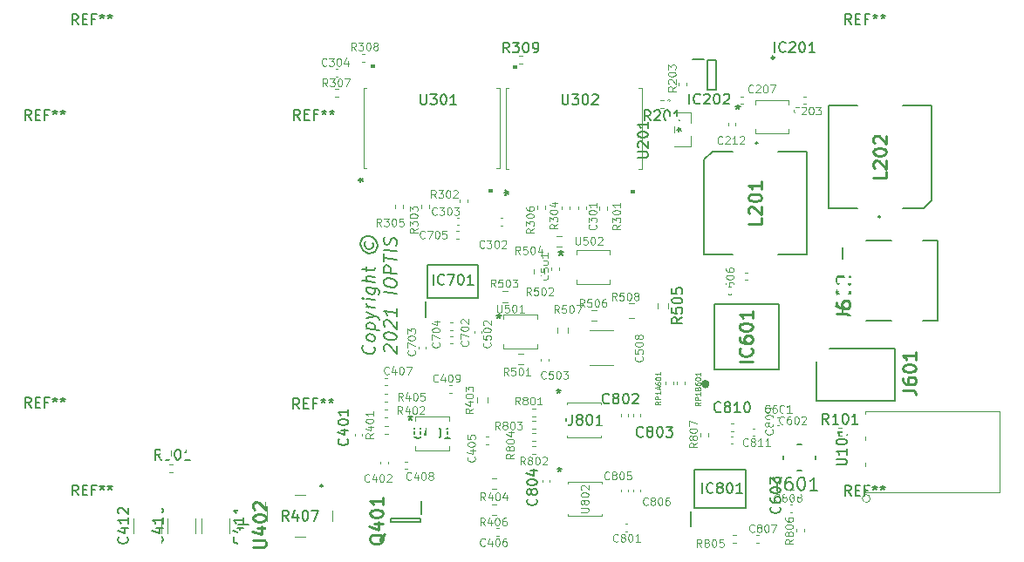
<source format=gto>
G04 #@! TF.GenerationSoftware,KiCad,Pcbnew,(5.1.10)-1*
G04 #@! TF.CreationDate,2021-08-05T17:19:02-07:00*
G04 #@! TF.ProjectId,laser,6c617365-722e-46b6-9963-61645f706362,rev?*
G04 #@! TF.SameCoordinates,Original*
G04 #@! TF.FileFunction,Legend,Top*
G04 #@! TF.FilePolarity,Positive*
%FSLAX46Y46*%
G04 Gerber Fmt 4.6, Leading zero omitted, Abs format (unit mm)*
G04 Created by KiCad (PCBNEW (5.1.10)-1) date 2021-08-05 17:19:02*
%MOMM*%
%LPD*%
G01*
G04 APERTURE LIST*
%ADD10C,0.200000*%
%ADD11C,0.120000*%
%ADD12C,0.127000*%
%ADD13C,0.160000*%
%ADD14C,0.250000*%
%ADD15C,0.100000*%
%ADD16C,0.400000*%
%ADD17C,0.150000*%
%ADD18C,0.254000*%
%ADD19R,1.799999X0.250000*%
%ADD20R,1.200000X2.440000*%
%ADD21R,1.600000X0.250000*%
%ADD22R,2.500000X2.000000*%
%ADD23C,0.900000*%
%ADD24R,2.500000X0.500000*%
%ADD25R,3.500000X2.000000*%
%ADD26C,4.200000*%
%ADD27C,4.500000*%
%ADD28C,1.650000*%
%ADD29R,1.650000X1.650000*%
%ADD30R,1.200000X2.540000*%
%ADD31R,1.850000X0.300000*%
%ADD32R,0.558000X1.969999*%
%ADD33R,12.000000X3.810000*%
%ADD34R,1.000000X1.400000*%
%ADD35R,1.040000X5.250000*%
%ADD36R,1.050000X0.550000*%
%ADD37R,0.650000X1.525000*%
%ADD38R,0.450000X1.475000*%
%ADD39R,0.600000X1.300000*%
%ADD40R,2.410000X1.650000*%
%ADD41C,1.524000*%
%ADD42R,1.309599X0.568000*%
%ADD43R,1.315199X0.405600*%
%ADD44R,1.300000X1.100000*%
%ADD45R,0.600000X1.500000*%
%ADD46R,1.500000X0.600000*%
G04 APERTURE END LIST*
D10*
X158208928Y-111951592D02*
X158268452Y-112018556D01*
X158327976Y-112204568D01*
X158327976Y-112323616D01*
X158268452Y-112494747D01*
X158149404Y-112598913D01*
X158030357Y-112643556D01*
X157792261Y-112673318D01*
X157613690Y-112650997D01*
X157375595Y-112561711D01*
X157256547Y-112487306D01*
X157137500Y-112353377D01*
X157077976Y-112167366D01*
X157077976Y-112048318D01*
X157137500Y-111877187D01*
X157197023Y-111825104D01*
X158327976Y-111252187D02*
X158268452Y-111363794D01*
X158208928Y-111415877D01*
X158089880Y-111460520D01*
X157732738Y-111415877D01*
X157613690Y-111341473D01*
X157554166Y-111274508D01*
X157494642Y-111148020D01*
X157494642Y-110969449D01*
X157554166Y-110857842D01*
X157613690Y-110805758D01*
X157732738Y-110761116D01*
X158089880Y-110805758D01*
X158208928Y-110880163D01*
X158268452Y-110947127D01*
X158327976Y-111073616D01*
X158327976Y-111252187D01*
X157494642Y-110195639D02*
X158744642Y-110351889D01*
X157554166Y-110203080D02*
X157494642Y-110076592D01*
X157494642Y-109838497D01*
X157554166Y-109726889D01*
X157613690Y-109674806D01*
X157732738Y-109630163D01*
X158089880Y-109674806D01*
X158208928Y-109749211D01*
X158268452Y-109816175D01*
X158327976Y-109942663D01*
X158327976Y-110180758D01*
X158268452Y-110292366D01*
X157494642Y-109183735D02*
X158327976Y-108990282D01*
X157494642Y-108588497D02*
X158327976Y-108990282D01*
X158625595Y-109146532D01*
X158685119Y-109213497D01*
X158744642Y-109339985D01*
X158327976Y-108216473D02*
X157494642Y-108112306D01*
X157732738Y-108142068D02*
X157613690Y-108067663D01*
X157554166Y-108000699D01*
X157494642Y-107874211D01*
X157494642Y-107755163D01*
X158327976Y-107442663D02*
X157494642Y-107338497D01*
X157077976Y-107286413D02*
X157137500Y-107353377D01*
X157197023Y-107301294D01*
X157137500Y-107234330D01*
X157077976Y-107286413D01*
X157197023Y-107301294D01*
X157494642Y-106207544D02*
X158506547Y-106334032D01*
X158625595Y-106408437D01*
X158685119Y-106475401D01*
X158744642Y-106601889D01*
X158744642Y-106780461D01*
X158685119Y-106892068D01*
X158268452Y-106304270D02*
X158327976Y-106430758D01*
X158327976Y-106668854D01*
X158268452Y-106780461D01*
X158208928Y-106832544D01*
X158089880Y-106877187D01*
X157732738Y-106832544D01*
X157613690Y-106758139D01*
X157554166Y-106691175D01*
X157494642Y-106564687D01*
X157494642Y-106326592D01*
X157554166Y-106214985D01*
X158327976Y-105716473D02*
X157077976Y-105560223D01*
X158327976Y-105180758D02*
X157673214Y-105098913D01*
X157554166Y-105143556D01*
X157494642Y-105255163D01*
X157494642Y-105433735D01*
X157554166Y-105560223D01*
X157613690Y-105627187D01*
X157494642Y-104659925D02*
X157494642Y-104183735D01*
X157077976Y-104429270D02*
X158149404Y-104563199D01*
X158268452Y-104518556D01*
X158327976Y-104406949D01*
X158327976Y-104287901D01*
X157375595Y-101787901D02*
X157316071Y-101899508D01*
X157316071Y-102137604D01*
X157375595Y-102264092D01*
X157494642Y-102398020D01*
X157613690Y-102472425D01*
X157851785Y-102502187D01*
X157970833Y-102457544D01*
X158089880Y-102353377D01*
X158149404Y-102241770D01*
X158149404Y-102003675D01*
X158089880Y-101877187D01*
X156899404Y-101966473D02*
X156958928Y-102271532D01*
X157137500Y-102591473D01*
X157435119Y-102807247D01*
X157732738Y-102903973D01*
X158030357Y-102881651D01*
X158327976Y-102740282D01*
X158506547Y-102464985D01*
X158566071Y-102174806D01*
X158506547Y-101869747D01*
X158327976Y-101549806D01*
X158030357Y-101334032D01*
X157732738Y-101237306D01*
X157435119Y-101259627D01*
X157137500Y-101400997D01*
X156958928Y-101676294D01*
X156899404Y-101966473D01*
X159272023Y-112450104D02*
X159212500Y-112383139D01*
X159152976Y-112256651D01*
X159152976Y-111959032D01*
X159212500Y-111847425D01*
X159272023Y-111795342D01*
X159391071Y-111750699D01*
X159510119Y-111765580D01*
X159688690Y-111847425D01*
X160402976Y-112650997D01*
X160402976Y-111877187D01*
X159152976Y-110947127D02*
X159152976Y-110828080D01*
X159212500Y-110716473D01*
X159272023Y-110664389D01*
X159391071Y-110619747D01*
X159629166Y-110589985D01*
X159926785Y-110627187D01*
X160164880Y-110716473D01*
X160283928Y-110790877D01*
X160343452Y-110857842D01*
X160402976Y-110984330D01*
X160402976Y-111103377D01*
X160343452Y-111214985D01*
X160283928Y-111267068D01*
X160164880Y-111311711D01*
X159926785Y-111341473D01*
X159629166Y-111304270D01*
X159391071Y-111214985D01*
X159272023Y-111140580D01*
X159212500Y-111073616D01*
X159152976Y-110947127D01*
X159272023Y-110069151D02*
X159212500Y-110002187D01*
X159152976Y-109875699D01*
X159152976Y-109578080D01*
X159212500Y-109466473D01*
X159272023Y-109414389D01*
X159391071Y-109369747D01*
X159510119Y-109384627D01*
X159688690Y-109466473D01*
X160402976Y-110270044D01*
X160402976Y-109496235D01*
X160402976Y-108305758D02*
X160402976Y-109020044D01*
X160402976Y-108662901D02*
X159152976Y-108506651D01*
X159331547Y-108648020D01*
X159450595Y-108781949D01*
X159510119Y-108908437D01*
X160402976Y-106817663D02*
X159152976Y-106661413D01*
X159152976Y-105828080D02*
X159152976Y-105589985D01*
X159212500Y-105478377D01*
X159331547Y-105374211D01*
X159569642Y-105344449D01*
X159986309Y-105396532D01*
X160224404Y-105485818D01*
X160343452Y-105619747D01*
X160402976Y-105746235D01*
X160402976Y-105984330D01*
X160343452Y-106095937D01*
X160224404Y-106200104D01*
X159986309Y-106229866D01*
X159569642Y-106177782D01*
X159331547Y-106088497D01*
X159212500Y-105954568D01*
X159152976Y-105828080D01*
X160402976Y-104912901D02*
X159152976Y-104756651D01*
X159152976Y-104280461D01*
X159212500Y-104168854D01*
X159272023Y-104116770D01*
X159391071Y-104072127D01*
X159569642Y-104094449D01*
X159688690Y-104168854D01*
X159748214Y-104235818D01*
X159807738Y-104362306D01*
X159807738Y-104838497D01*
X159152976Y-103685223D02*
X159152976Y-102970937D01*
X160402976Y-103484330D02*
X159152976Y-103328080D01*
X160402976Y-102710520D02*
X159152976Y-102554270D01*
X160343452Y-102167366D02*
X160402976Y-101996235D01*
X160402976Y-101698616D01*
X160343452Y-101572127D01*
X160283928Y-101505163D01*
X160164880Y-101430758D01*
X160045833Y-101415877D01*
X159926785Y-101460520D01*
X159867261Y-101512604D01*
X159807738Y-101624211D01*
X159748214Y-101854866D01*
X159688690Y-101966473D01*
X159629166Y-102018556D01*
X159510119Y-102063199D01*
X159391071Y-102048318D01*
X159272023Y-101973913D01*
X159212500Y-101906949D01*
X159152976Y-101780461D01*
X159152976Y-101482842D01*
X159212500Y-101311711D01*
D11*
X195203000Y-91267000D02*
X198457000Y-91267000D01*
X198457000Y-91267000D02*
X198457000Y-90847741D01*
X198457000Y-88013000D02*
X195203000Y-88013000D01*
X195203000Y-88013000D02*
X195203000Y-88432259D01*
X195203000Y-90847741D02*
X195203000Y-91267000D01*
X198457000Y-88432259D02*
X198457000Y-88013000D01*
X181127000Y-103042259D02*
X181127000Y-102623000D01*
X177873000Y-105457741D02*
X177873000Y-105877000D01*
X177873000Y-102623000D02*
X177873000Y-103042259D01*
X181127000Y-102623000D02*
X177873000Y-102623000D01*
X181127000Y-105877000D02*
X181127000Y-105457741D01*
X177873000Y-105877000D02*
X181127000Y-105877000D01*
X170793000Y-112127000D02*
X174047000Y-112127000D01*
X174047000Y-112127000D02*
X174047000Y-111707741D01*
X174047000Y-108873000D02*
X170793000Y-108873000D01*
X170793000Y-108873000D02*
X170793000Y-109292259D01*
X170793000Y-111707741D02*
X170793000Y-112127000D01*
X174047000Y-109292259D02*
X174047000Y-108873000D01*
X162253000Y-122037000D02*
X165507000Y-122037000D01*
X165507000Y-122037000D02*
X165507000Y-121617741D01*
X165507000Y-118783000D02*
X162253000Y-118783000D01*
X162253000Y-118783000D02*
X162253000Y-119202259D01*
X162253000Y-121617741D02*
X162253000Y-122037000D01*
X165507000Y-119202259D02*
X165507000Y-118783000D01*
D12*
X208470000Y-109420000D02*
X205990000Y-109420000D01*
X208470000Y-101700000D02*
X205990000Y-101700000D01*
X203740000Y-108770000D02*
X203740000Y-107660000D01*
X203740000Y-103460000D02*
X203740000Y-102350000D01*
X211470000Y-109420000D02*
X212940000Y-109420000D01*
X212940000Y-109420000D02*
X212940000Y-101700000D01*
X212940000Y-101700000D02*
X211470000Y-101700000D01*
D13*
X203170000Y-108060000D02*
G75*
G03*
X203170000Y-108060000I-80000J0D01*
G01*
D10*
X207370000Y-99370000D02*
X207370000Y-99370000D01*
X207170000Y-99370000D02*
X207170000Y-99370000D01*
D12*
X211570000Y-98570000D02*
X209570000Y-98570000D01*
X212370000Y-97770000D02*
X211570000Y-98570000D01*
X212370000Y-88570000D02*
X212370000Y-97770000D01*
X209570000Y-88570000D02*
X212370000Y-88570000D01*
X202370000Y-88570000D02*
X205170000Y-88570000D01*
X202370000Y-98570000D02*
X202370000Y-88570000D01*
X205170000Y-98570000D02*
X202370000Y-98570000D01*
D10*
X207170000Y-99370000D02*
G75*
G02*
X207370000Y-99370000I100000J0D01*
G01*
X207370000Y-99370000D02*
G75*
G02*
X207170000Y-99370000I-100000J0D01*
G01*
D11*
X137570000Y-130081252D02*
X137570000Y-128658748D01*
X134850000Y-130081252D02*
X134850000Y-128658748D01*
X203316359Y-120590000D02*
X203623641Y-120590000D01*
X203316359Y-119830000D02*
X203623641Y-119830000D01*
X144180000Y-128658748D02*
X144180000Y-130081252D01*
X141460000Y-128658748D02*
X141460000Y-130081252D01*
X138200000Y-130071252D02*
X138200000Y-128648748D01*
X140920000Y-130071252D02*
X140920000Y-128648748D01*
D10*
X201200000Y-117220000D02*
X201200000Y-113410000D01*
X208820000Y-117220000D02*
X201200000Y-117220000D01*
X208820000Y-112140000D02*
X208820000Y-117220000D01*
X202470000Y-112140000D02*
X208820000Y-112140000D01*
D14*
X197080000Y-83900000D02*
G75*
G03*
X197080000Y-83900000I-125000J0D01*
G01*
D11*
X170404000Y-94674300D02*
X170404000Y-86825700D01*
X170404000Y-86825700D02*
X170126740Y-86825700D01*
X157196000Y-86825700D02*
X157196000Y-94674300D01*
X157196000Y-94674300D02*
X157473260Y-94674300D01*
X170126740Y-94674300D02*
X170404000Y-94674300D01*
X157473260Y-86825700D02*
X157196000Y-86825700D01*
D15*
G36*
X169324500Y-96929299D02*
G01*
X169705500Y-96929299D01*
X169705500Y-96675299D01*
X169324500Y-96675299D01*
X169324500Y-96929299D01*
G37*
X169324500Y-96929299D02*
X169705500Y-96929299D01*
X169705500Y-96675299D01*
X169324500Y-96675299D01*
X169324500Y-96929299D01*
G36*
X157894500Y-84570701D02*
G01*
X158275500Y-84570701D01*
X158275500Y-84824701D01*
X157894500Y-84824701D01*
X157894500Y-84570701D01*
G37*
X157894500Y-84570701D02*
X158275500Y-84570701D01*
X158275500Y-84824701D01*
X157894500Y-84824701D01*
X157894500Y-84570701D01*
G36*
X171684500Y-84620701D02*
G01*
X172065500Y-84620701D01*
X172065500Y-84874701D01*
X171684500Y-84874701D01*
X171684500Y-84620701D01*
G37*
X171684500Y-84620701D02*
X172065500Y-84620701D01*
X172065500Y-84874701D01*
X171684500Y-84874701D01*
X171684500Y-84620701D01*
G36*
X183114500Y-96979299D02*
G01*
X183495500Y-96979299D01*
X183495500Y-96725299D01*
X183114500Y-96725299D01*
X183114500Y-96979299D01*
G37*
X183114500Y-96979299D02*
X183495500Y-96979299D01*
X183495500Y-96725299D01*
X183114500Y-96725299D01*
X183114500Y-96979299D01*
D11*
X171263260Y-86875700D02*
X170986000Y-86875700D01*
X183916740Y-94724300D02*
X184194000Y-94724300D01*
X170986000Y-94724300D02*
X171263260Y-94724300D01*
X170986000Y-86875700D02*
X170986000Y-94724300D01*
X184194000Y-86875700D02*
X183916740Y-86875700D01*
X184194000Y-94724300D02*
X184194000Y-86875700D01*
D10*
X146040000Y-129240000D02*
X145040000Y-129240000D01*
D11*
X138336359Y-123410000D02*
X138643641Y-123410000D01*
X138336359Y-124170000D02*
X138643641Y-124170000D01*
X168690000Y-110442164D02*
X168690000Y-110657836D01*
X167970000Y-110442164D02*
X167970000Y-110657836D01*
X199892164Y-88410000D02*
X200107836Y-88410000D01*
X199892164Y-87690000D02*
X200107836Y-87690000D01*
X193802164Y-87670000D02*
X194017836Y-87670000D01*
X193802164Y-88390000D02*
X194017836Y-88390000D01*
X192590000Y-90272164D02*
X192590000Y-90487836D01*
X193310000Y-90272164D02*
X193310000Y-90487836D01*
X178770000Y-98382164D02*
X178770000Y-98597836D01*
X178050000Y-98382164D02*
X178050000Y-98597836D01*
X170492164Y-100200000D02*
X170707836Y-100200000D01*
X170492164Y-99480000D02*
X170707836Y-99480000D01*
X166467836Y-100140000D02*
X166252164Y-100140000D01*
X166467836Y-99420000D02*
X166252164Y-99420000D01*
X154697836Y-84990000D02*
X154482164Y-84990000D01*
X154697836Y-85710000D02*
X154482164Y-85710000D01*
X156340000Y-120432164D02*
X156340000Y-120647836D01*
X157060000Y-120432164D02*
X157060000Y-120647836D01*
X158870000Y-123347836D02*
X158870000Y-123132164D01*
X159590000Y-123347836D02*
X159590000Y-123132164D01*
X169287836Y-120730000D02*
X169072164Y-120730000D01*
X169287836Y-121450000D02*
X169072164Y-121450000D01*
X170337836Y-130330000D02*
X170122164Y-130330000D01*
X170337836Y-129610000D02*
X170122164Y-129610000D01*
X159252164Y-115750000D02*
X159467836Y-115750000D01*
X159252164Y-115030000D02*
X159467836Y-115030000D01*
X161457836Y-123880000D02*
X161242164Y-123880000D01*
X161457836Y-123160000D02*
X161242164Y-123160000D01*
X165522164Y-116470000D02*
X165737836Y-116470000D01*
X165522164Y-115750000D02*
X165737836Y-115750000D01*
X175450000Y-104302164D02*
X175450000Y-104517836D01*
X176170000Y-104302164D02*
X176170000Y-104517836D01*
X175130000Y-113172164D02*
X175130000Y-113387836D01*
X174410000Y-113172164D02*
X174410000Y-113387836D01*
X181461252Y-113790000D02*
X179138748Y-113790000D01*
X181461252Y-110370000D02*
X179138748Y-110370000D01*
X197342164Y-118860000D02*
X197557836Y-118860000D01*
X197342164Y-119580000D02*
X197557836Y-119580000D01*
X198517836Y-117740000D02*
X198302164Y-117740000D01*
X198517836Y-118460000D02*
X198302164Y-118460000D01*
X198752164Y-126600000D02*
X198967836Y-126600000D01*
X198752164Y-125880000D02*
X198967836Y-125880000D01*
X194477836Y-105480000D02*
X194262164Y-105480000D01*
X194477836Y-104760000D02*
X194262164Y-104760000D01*
X165642164Y-109650000D02*
X165857836Y-109650000D01*
X165642164Y-110370000D02*
X165857836Y-110370000D01*
X162540000Y-111972164D02*
X162540000Y-112187836D01*
X163260000Y-111972164D02*
X163260000Y-112187836D01*
X165632164Y-111670000D02*
X165847836Y-111670000D01*
X165632164Y-110950000D02*
X165847836Y-110950000D01*
X166202164Y-100740000D02*
X166417836Y-100740000D01*
X166202164Y-101460000D02*
X166417836Y-101460000D01*
X182582164Y-129180000D02*
X182797836Y-129180000D01*
X182582164Y-129900000D02*
X182797836Y-129900000D01*
X182900000Y-118737836D02*
X182900000Y-118522164D01*
X182180000Y-118737836D02*
X182180000Y-118522164D01*
X184090000Y-118727836D02*
X184090000Y-118512164D01*
X183370000Y-118727836D02*
X183370000Y-118512164D01*
X175260000Y-124932164D02*
X175260000Y-125147836D01*
X174540000Y-124932164D02*
X174540000Y-125147836D01*
X182190000Y-126077836D02*
X182190000Y-125862164D01*
X182910000Y-126077836D02*
X182910000Y-125862164D01*
X184100000Y-126087836D02*
X184100000Y-125872164D01*
X183380000Y-126087836D02*
X183380000Y-125872164D01*
X195332164Y-130320000D02*
X195547836Y-130320000D01*
X195332164Y-131040000D02*
X195547836Y-131040000D01*
X198602164Y-127340000D02*
X198817836Y-127340000D01*
X198602164Y-128060000D02*
X198817836Y-128060000D01*
X195177836Y-119920000D02*
X194962164Y-119920000D01*
X195177836Y-120640000D02*
X194962164Y-120640000D01*
X192872164Y-119470000D02*
X193087836Y-119470000D01*
X192872164Y-120190000D02*
X193087836Y-120190000D01*
X192857165Y-121395001D02*
X193072837Y-121395001D01*
X192857165Y-120675001D02*
X193072837Y-120675001D01*
D10*
X190575000Y-84100000D02*
X191425000Y-84100000D01*
X191425000Y-84100000D02*
X191425000Y-87000000D01*
X191425000Y-87000000D02*
X190575000Y-87000000D01*
X190575000Y-87000000D02*
X190575000Y-84100000D01*
X189175000Y-84075000D02*
X190225000Y-84075000D01*
X163380000Y-107220000D02*
X163380000Y-104020000D01*
X163380000Y-104020000D02*
X168280000Y-104020000D01*
X168280000Y-104020000D02*
X168280000Y-107220000D01*
X168280000Y-107220000D02*
X163380000Y-107220000D01*
X163250000Y-109095000D02*
X163250000Y-107570000D01*
X189345000Y-127642000D02*
X189345000Y-123942000D01*
X189345000Y-123942000D02*
X194345000Y-123942000D01*
X194345000Y-123942000D02*
X194345000Y-127642000D01*
X194345000Y-127642000D02*
X189345000Y-127642000D01*
X188995000Y-129467000D02*
X188995000Y-127992000D01*
D12*
X197450000Y-93020000D02*
X200250000Y-93020000D01*
X200250000Y-93020000D02*
X200250000Y-103020000D01*
X200250000Y-103020000D02*
X197450000Y-103020000D01*
X193050000Y-103020000D02*
X190250000Y-103020000D01*
X190250000Y-103020000D02*
X190250000Y-93820000D01*
X190250000Y-93820000D02*
X191050000Y-93020000D01*
X191050000Y-93020000D02*
X193050000Y-93020000D01*
D10*
X195450000Y-92220000D02*
X195450000Y-92220000D01*
X195250000Y-92220000D02*
X195250000Y-92220000D01*
X195250000Y-92220000D02*
G75*
G02*
X195450000Y-92220000I100000J0D01*
G01*
X195450000Y-92220000D02*
G75*
G02*
X195250000Y-92220000I-100000J0D01*
G01*
X162730000Y-128640000D02*
X162730000Y-129040000D01*
X162730000Y-129040000D02*
X159830000Y-129040000D01*
X159830000Y-129040000D02*
X159830000Y-128640000D01*
X159830000Y-128640000D02*
X162730000Y-128640000D01*
X162780000Y-126990000D02*
X162780000Y-128290000D01*
D11*
X186006359Y-88070000D02*
X186313641Y-88070000D01*
X186006359Y-88830000D02*
X186313641Y-88830000D01*
X188580000Y-86603641D02*
X188580000Y-86296359D01*
X187820000Y-86603641D02*
X187820000Y-86296359D01*
X180090000Y-98376359D02*
X180090000Y-98683641D01*
X180850000Y-98376359D02*
X180850000Y-98683641D01*
X166550000Y-97646359D02*
X166550000Y-97953641D01*
X167310000Y-97646359D02*
X167310000Y-97953641D01*
X162830000Y-98533641D02*
X162830000Y-98226359D01*
X163590000Y-98533641D02*
X163590000Y-98226359D01*
X177210000Y-98336359D02*
X177210000Y-98643641D01*
X176450000Y-98336359D02*
X176450000Y-98643641D01*
X160280000Y-98206359D02*
X160280000Y-98513641D01*
X161040000Y-98206359D02*
X161040000Y-98513641D01*
X174810000Y-98276359D02*
X174810000Y-98583641D01*
X174050000Y-98276359D02*
X174050000Y-98583641D01*
X154733641Y-86900000D02*
X154426359Y-86900000D01*
X154733641Y-87660000D02*
X154426359Y-87660000D01*
X157036359Y-84310000D02*
X157343641Y-84310000D01*
X157036359Y-83550000D02*
X157343641Y-83550000D01*
X172296359Y-83750000D02*
X172603641Y-83750000D01*
X172296359Y-84510000D02*
X172603641Y-84510000D01*
X159553641Y-119670000D02*
X159246359Y-119670000D01*
X159553641Y-120430000D02*
X159246359Y-120430000D01*
X159226359Y-118090000D02*
X159533641Y-118090000D01*
X159226359Y-118850000D02*
X159533641Y-118850000D01*
X169262500Y-117417258D02*
X169262500Y-116942742D01*
X168217500Y-117417258D02*
X168217500Y-116942742D01*
X170117258Y-124767500D02*
X169642742Y-124767500D01*
X170117258Y-125812500D02*
X169642742Y-125812500D01*
X159226359Y-116540000D02*
X159533641Y-116540000D01*
X159226359Y-117300000D02*
X159533641Y-117300000D01*
X169652742Y-127277500D02*
X170127258Y-127277500D01*
X169652742Y-128322500D02*
X170127258Y-128322500D01*
D15*
X151510000Y-130430000D02*
X150510000Y-130430000D01*
X154185000Y-128900000D02*
X154185000Y-127900000D01*
X147835000Y-128900000D02*
X147835000Y-127900000D01*
X151510000Y-126370000D02*
X150510000Y-126370000D01*
D10*
X153210000Y-125500000D02*
X153210000Y-125500000D01*
X153010000Y-125500000D02*
X153010000Y-125500000D01*
X153010000Y-125500000D02*
G75*
G03*
X153210000Y-125500000I100000J0D01*
G01*
X153210000Y-125500000D02*
G75*
G03*
X153010000Y-125500000I-100000J0D01*
G01*
D11*
X172232742Y-112677500D02*
X172707258Y-112677500D01*
X172232742Y-113722500D02*
X172707258Y-113722500D01*
X173707500Y-104907258D02*
X173707500Y-104432742D01*
X174752500Y-104907258D02*
X174752500Y-104432742D01*
X171167258Y-107642500D02*
X170692742Y-107642500D01*
X171167258Y-106597500D02*
X170692742Y-106597500D01*
X176407258Y-102272500D02*
X175932742Y-102272500D01*
X176407258Y-101227500D02*
X175932742Y-101227500D01*
X185727500Y-107762742D02*
X185727500Y-108237258D01*
X186772500Y-107762742D02*
X186772500Y-108237258D01*
X179787258Y-109472500D02*
X179312742Y-109472500D01*
X179787258Y-108427500D02*
X179312742Y-108427500D01*
X175997500Y-110162742D02*
X175997500Y-110637258D01*
X177042500Y-110162742D02*
X177042500Y-110637258D01*
X182972936Y-107765000D02*
X183427064Y-107765000D01*
X182972936Y-109235000D02*
X183427064Y-109235000D01*
X173873641Y-118790000D02*
X173566359Y-118790000D01*
X173873641Y-118030000D02*
X173566359Y-118030000D01*
X173893641Y-121620000D02*
X173586359Y-121620000D01*
X173893641Y-122380000D02*
X173586359Y-122380000D01*
X173873641Y-119230000D02*
X173566359Y-119230000D01*
X173873641Y-119990000D02*
X173566359Y-119990000D01*
X173883641Y-121160000D02*
X173576359Y-121160000D01*
X173883641Y-120400000D02*
X173576359Y-120400000D01*
X193383641Y-130280000D02*
X193076359Y-130280000D01*
X193383641Y-131040000D02*
X193076359Y-131040000D01*
X200010000Y-129646359D02*
X200010000Y-129953641D01*
X199250000Y-129646359D02*
X199250000Y-129953641D01*
X189940000Y-120406359D02*
X189940000Y-120713641D01*
X190700000Y-120406359D02*
X190700000Y-120713641D01*
X186490000Y-115663641D02*
X186490000Y-115356359D01*
X187250000Y-115663641D02*
X187250000Y-115356359D01*
X188380000Y-115653641D02*
X188380000Y-115346359D01*
X187620000Y-115653641D02*
X187620000Y-115346359D01*
X206381000Y-126732000D02*
G75*
G03*
X206381000Y-126732000I-381000J0D01*
G01*
X205873000Y-120707348D02*
X205873000Y-121072652D01*
X205873000Y-123247348D02*
X205873000Y-123612652D01*
X205873000Y-125787348D02*
X205873000Y-126097000D01*
X205873000Y-126097000D02*
X218927000Y-126097000D01*
X205873000Y-118223000D02*
X205873000Y-118532652D01*
X218927000Y-118223000D02*
X205873000Y-118223000D01*
X218927000Y-126097000D02*
X218927000Y-118223000D01*
X187354500Y-90536739D02*
X187354500Y-91203261D01*
X187354500Y-92521000D02*
X189005500Y-92521000D01*
X189005500Y-92521000D02*
X189005500Y-91486740D01*
X189005500Y-89219000D02*
X187354500Y-89219000D01*
X189005500Y-90253260D02*
X189005500Y-89219000D01*
X186986200Y-88076000D02*
G75*
G03*
X186986200Y-88076000I-127000J0D01*
G01*
X180276400Y-117619100D02*
X180276400Y-117453600D01*
X176923600Y-120640900D02*
X176923600Y-120806400D01*
X176923600Y-117453600D02*
X176923600Y-117619100D01*
X180276400Y-117453600D02*
X176923600Y-117453600D01*
X180276400Y-120806400D02*
X180276400Y-120640900D01*
X176923600Y-120806400D02*
X180276400Y-120806400D01*
X177013600Y-128446400D02*
X180366400Y-128446400D01*
X180366400Y-128446400D02*
X180366400Y-128280900D01*
X180366400Y-125093600D02*
X177013600Y-125093600D01*
X177013600Y-125093600D02*
X177013600Y-125259100D01*
X177013600Y-128280900D02*
X177013600Y-128446400D01*
X180366400Y-125259100D02*
X180366400Y-125093600D01*
D10*
X199310000Y-124000000D02*
X199710000Y-124000000D01*
X199310000Y-121500000D02*
X199710000Y-121500000D01*
X197910000Y-122950000D02*
X197910000Y-122550000D01*
X201110000Y-122950000D02*
X201110000Y-122550000D01*
D16*
X190580000Y-115610000D02*
G75*
G03*
X190580000Y-115610000I-200000J0D01*
G01*
D10*
X197530000Y-114160000D02*
X191230000Y-114160000D01*
X197530000Y-107860000D02*
X197530000Y-114160000D01*
X191230000Y-107860000D02*
X197530000Y-107860000D01*
X191230000Y-114160000D02*
X191230000Y-107860000D01*
D17*
X196830000Y-89092380D02*
X196830000Y-89330476D01*
X196591904Y-89235238D02*
X196830000Y-89330476D01*
X197068095Y-89235238D01*
X196687142Y-89520952D02*
X196830000Y-89330476D01*
X196972857Y-89520952D01*
X193520000Y-88472380D02*
X193520000Y-88710476D01*
X193281904Y-88615238D02*
X193520000Y-88710476D01*
X193758095Y-88615238D01*
X193377142Y-88900952D02*
X193520000Y-88710476D01*
X193662857Y-88900952D01*
D15*
X177789285Y-101314285D02*
X177789285Y-101921428D01*
X177825000Y-101992857D01*
X177860714Y-102028571D01*
X177932142Y-102064285D01*
X178075000Y-102064285D01*
X178146428Y-102028571D01*
X178182142Y-101992857D01*
X178217857Y-101921428D01*
X178217857Y-101314285D01*
X178932142Y-101314285D02*
X178575000Y-101314285D01*
X178539285Y-101671428D01*
X178575000Y-101635714D01*
X178646428Y-101600000D01*
X178825000Y-101600000D01*
X178896428Y-101635714D01*
X178932142Y-101671428D01*
X178967857Y-101742857D01*
X178967857Y-101921428D01*
X178932142Y-101992857D01*
X178896428Y-102028571D01*
X178825000Y-102064285D01*
X178646428Y-102064285D01*
X178575000Y-102028571D01*
X178539285Y-101992857D01*
X179432142Y-101314285D02*
X179503571Y-101314285D01*
X179575000Y-101350000D01*
X179610714Y-101385714D01*
X179646428Y-101457142D01*
X179682142Y-101600000D01*
X179682142Y-101778571D01*
X179646428Y-101921428D01*
X179610714Y-101992857D01*
X179575000Y-102028571D01*
X179503571Y-102064285D01*
X179432142Y-102064285D01*
X179360714Y-102028571D01*
X179325000Y-101992857D01*
X179289285Y-101921428D01*
X179253571Y-101778571D01*
X179253571Y-101600000D01*
X179289285Y-101457142D01*
X179325000Y-101385714D01*
X179360714Y-101350000D01*
X179432142Y-101314285D01*
X179967857Y-101385714D02*
X180003571Y-101350000D01*
X180075000Y-101314285D01*
X180253571Y-101314285D01*
X180325000Y-101350000D01*
X180360714Y-101385714D01*
X180396428Y-101457142D01*
X180396428Y-101528571D01*
X180360714Y-101635714D01*
X179932142Y-102064285D01*
X180396428Y-102064285D01*
D17*
X179500000Y-103702380D02*
X179500000Y-103940476D01*
X179261904Y-103845238D02*
X179500000Y-103940476D01*
X179738095Y-103845238D01*
X179357142Y-104130952D02*
X179500000Y-103940476D01*
X179642857Y-104130952D01*
X176350000Y-102632380D02*
X176350000Y-102870476D01*
X176111904Y-102775238D02*
X176350000Y-102870476D01*
X176588095Y-102775238D01*
X176207142Y-103060952D02*
X176350000Y-102870476D01*
X176492857Y-103060952D01*
D15*
X170164285Y-107899285D02*
X170164285Y-108506428D01*
X170200000Y-108577857D01*
X170235714Y-108613571D01*
X170307142Y-108649285D01*
X170450000Y-108649285D01*
X170521428Y-108613571D01*
X170557142Y-108577857D01*
X170592857Y-108506428D01*
X170592857Y-107899285D01*
X171307142Y-107899285D02*
X170950000Y-107899285D01*
X170914285Y-108256428D01*
X170950000Y-108220714D01*
X171021428Y-108185000D01*
X171200000Y-108185000D01*
X171271428Y-108220714D01*
X171307142Y-108256428D01*
X171342857Y-108327857D01*
X171342857Y-108506428D01*
X171307142Y-108577857D01*
X171271428Y-108613571D01*
X171200000Y-108649285D01*
X171021428Y-108649285D01*
X170950000Y-108613571D01*
X170914285Y-108577857D01*
X171807142Y-107899285D02*
X171878571Y-107899285D01*
X171950000Y-107935000D01*
X171985714Y-107970714D01*
X172021428Y-108042142D01*
X172057142Y-108185000D01*
X172057142Y-108363571D01*
X172021428Y-108506428D01*
X171985714Y-108577857D01*
X171950000Y-108613571D01*
X171878571Y-108649285D01*
X171807142Y-108649285D01*
X171735714Y-108613571D01*
X171700000Y-108577857D01*
X171664285Y-108506428D01*
X171628571Y-108363571D01*
X171628571Y-108185000D01*
X171664285Y-108042142D01*
X171700000Y-107970714D01*
X171735714Y-107935000D01*
X171807142Y-107899285D01*
X172771428Y-108649285D02*
X172342857Y-108649285D01*
X172557142Y-108649285D02*
X172557142Y-107899285D01*
X172485714Y-108006428D01*
X172414285Y-108077857D01*
X172342857Y-108113571D01*
D17*
X172420000Y-109952380D02*
X172420000Y-110190476D01*
X172181904Y-110095238D02*
X172420000Y-110190476D01*
X172658095Y-110095238D01*
X172277142Y-110380952D02*
X172420000Y-110190476D01*
X172562857Y-110380952D01*
X170320000Y-108792380D02*
X170320000Y-109030476D01*
X170081904Y-108935238D02*
X170320000Y-109030476D01*
X170558095Y-108935238D01*
X170177142Y-109220952D02*
X170320000Y-109030476D01*
X170462857Y-109220952D01*
X162165714Y-119862380D02*
X162165714Y-120671904D01*
X162213333Y-120767142D01*
X162260952Y-120814761D01*
X162356190Y-120862380D01*
X162546666Y-120862380D01*
X162641904Y-120814761D01*
X162689523Y-120767142D01*
X162737142Y-120671904D01*
X162737142Y-119862380D01*
X163641904Y-120195714D02*
X163641904Y-120862380D01*
X163403809Y-119814761D02*
X163165714Y-120529047D01*
X163784761Y-120529047D01*
X164356190Y-119862380D02*
X164451428Y-119862380D01*
X164546666Y-119910000D01*
X164594285Y-119957619D01*
X164641904Y-120052857D01*
X164689523Y-120243333D01*
X164689523Y-120481428D01*
X164641904Y-120671904D01*
X164594285Y-120767142D01*
X164546666Y-120814761D01*
X164451428Y-120862380D01*
X164356190Y-120862380D01*
X164260952Y-120814761D01*
X164213333Y-120767142D01*
X164165714Y-120671904D01*
X164118095Y-120481428D01*
X164118095Y-120243333D01*
X164165714Y-120052857D01*
X164213333Y-119957619D01*
X164260952Y-119910000D01*
X164356190Y-119862380D01*
X165641904Y-120862380D02*
X165070476Y-120862380D01*
X165356190Y-120862380D02*
X165356190Y-119862380D01*
X165260952Y-120005238D01*
X165165714Y-120100476D01*
X165070476Y-120148095D01*
X161740000Y-118642380D02*
X161740000Y-118880476D01*
X161501904Y-118785238D02*
X161740000Y-118880476D01*
X161978095Y-118785238D01*
X161597142Y-119070952D02*
X161740000Y-118880476D01*
X161882857Y-119070952D01*
X163880000Y-119862380D02*
X163880000Y-120100476D01*
X163641904Y-120005238D02*
X163880000Y-120100476D01*
X164118095Y-120005238D01*
X163737142Y-120290952D02*
X163880000Y-120100476D01*
X164022857Y-120290952D01*
D18*
X203144523Y-108792857D02*
X204051666Y-108792857D01*
X204233095Y-108853333D01*
X204354047Y-108974285D01*
X204414523Y-109155714D01*
X204414523Y-109276666D01*
X203144523Y-107643809D02*
X203144523Y-107885714D01*
X203205000Y-108006666D01*
X203265476Y-108067142D01*
X203446904Y-108188095D01*
X203688809Y-108248571D01*
X204172619Y-108248571D01*
X204293571Y-108188095D01*
X204354047Y-108127619D01*
X204414523Y-108006666D01*
X204414523Y-107764761D01*
X204354047Y-107643809D01*
X204293571Y-107583333D01*
X204172619Y-107522857D01*
X203870238Y-107522857D01*
X203749285Y-107583333D01*
X203688809Y-107643809D01*
X203628333Y-107764761D01*
X203628333Y-108006666D01*
X203688809Y-108127619D01*
X203749285Y-108188095D01*
X203870238Y-108248571D01*
X203144523Y-106736666D02*
X203144523Y-106615714D01*
X203205000Y-106494761D01*
X203265476Y-106434285D01*
X203386428Y-106373809D01*
X203628333Y-106313333D01*
X203930714Y-106313333D01*
X204172619Y-106373809D01*
X204293571Y-106434285D01*
X204354047Y-106494761D01*
X204414523Y-106615714D01*
X204414523Y-106736666D01*
X204354047Y-106857619D01*
X204293571Y-106918095D01*
X204172619Y-106978571D01*
X203930714Y-107039047D01*
X203628333Y-107039047D01*
X203386428Y-106978571D01*
X203265476Y-106918095D01*
X203205000Y-106857619D01*
X203144523Y-106736666D01*
X203265476Y-105829523D02*
X203205000Y-105769047D01*
X203144523Y-105648095D01*
X203144523Y-105345714D01*
X203205000Y-105224761D01*
X203265476Y-105164285D01*
X203386428Y-105103809D01*
X203507380Y-105103809D01*
X203688809Y-105164285D01*
X204414523Y-105890000D01*
X204414523Y-105103809D01*
X207944523Y-94991190D02*
X207944523Y-95595952D01*
X206674523Y-95595952D01*
X206795476Y-94628333D02*
X206735000Y-94567857D01*
X206674523Y-94446904D01*
X206674523Y-94144523D01*
X206735000Y-94023571D01*
X206795476Y-93963095D01*
X206916428Y-93902619D01*
X207037380Y-93902619D01*
X207218809Y-93963095D01*
X207944523Y-94688809D01*
X207944523Y-93902619D01*
X206674523Y-93116428D02*
X206674523Y-92995476D01*
X206735000Y-92874523D01*
X206795476Y-92814047D01*
X206916428Y-92753571D01*
X207158333Y-92693095D01*
X207460714Y-92693095D01*
X207702619Y-92753571D01*
X207823571Y-92814047D01*
X207884047Y-92874523D01*
X207944523Y-92995476D01*
X207944523Y-93116428D01*
X207884047Y-93237380D01*
X207823571Y-93297857D01*
X207702619Y-93358333D01*
X207460714Y-93418809D01*
X207158333Y-93418809D01*
X206916428Y-93358333D01*
X206795476Y-93297857D01*
X206735000Y-93237380D01*
X206674523Y-93116428D01*
X206795476Y-92209285D02*
X206735000Y-92148809D01*
X206674523Y-92027857D01*
X206674523Y-91725476D01*
X206735000Y-91604523D01*
X206795476Y-91544047D01*
X206916428Y-91483571D01*
X207037380Y-91483571D01*
X207218809Y-91544047D01*
X207944523Y-92269761D01*
X207944523Y-91483571D01*
D17*
X204508266Y-126452380D02*
X204174933Y-125976190D01*
X203936838Y-126452380D02*
X203936838Y-125452380D01*
X204317790Y-125452380D01*
X204413028Y-125500000D01*
X204460647Y-125547619D01*
X204508266Y-125642857D01*
X204508266Y-125785714D01*
X204460647Y-125880952D01*
X204413028Y-125928571D01*
X204317790Y-125976190D01*
X203936838Y-125976190D01*
X204936838Y-125928571D02*
X205270171Y-125928571D01*
X205413028Y-126452380D02*
X204936838Y-126452380D01*
X204936838Y-125452380D01*
X205413028Y-125452380D01*
X206174933Y-125928571D02*
X205841600Y-125928571D01*
X205841600Y-126452380D02*
X205841600Y-125452380D01*
X206317790Y-125452380D01*
X206841600Y-125452380D02*
X206841600Y-125690476D01*
X206603504Y-125595238D02*
X206841600Y-125690476D01*
X207079695Y-125595238D01*
X206698742Y-125880952D02*
X206841600Y-125690476D01*
X206984457Y-125880952D01*
X207603504Y-125452380D02*
X207603504Y-125690476D01*
X207365409Y-125595238D02*
X207603504Y-125690476D01*
X207841600Y-125595238D01*
X207460647Y-125880952D02*
X207603504Y-125690476D01*
X207746361Y-125880952D01*
X204533666Y-80656180D02*
X204200333Y-80179990D01*
X203962238Y-80656180D02*
X203962238Y-79656180D01*
X204343190Y-79656180D01*
X204438428Y-79703800D01*
X204486047Y-79751419D01*
X204533666Y-79846657D01*
X204533666Y-79989514D01*
X204486047Y-80084752D01*
X204438428Y-80132371D01*
X204343190Y-80179990D01*
X203962238Y-80179990D01*
X204962238Y-80132371D02*
X205295571Y-80132371D01*
X205438428Y-80656180D02*
X204962238Y-80656180D01*
X204962238Y-79656180D01*
X205438428Y-79656180D01*
X206200333Y-80132371D02*
X205867000Y-80132371D01*
X205867000Y-80656180D02*
X205867000Y-79656180D01*
X206343190Y-79656180D01*
X206867000Y-79656180D02*
X206867000Y-79894276D01*
X206628904Y-79799038D02*
X206867000Y-79894276D01*
X207105095Y-79799038D01*
X206724142Y-80084752D02*
X206867000Y-79894276D01*
X207009857Y-80084752D01*
X207628904Y-79656180D02*
X207628904Y-79894276D01*
X207390809Y-79799038D02*
X207628904Y-79894276D01*
X207867000Y-79799038D01*
X207486047Y-80084752D02*
X207628904Y-79894276D01*
X207771761Y-80084752D01*
X124930066Y-89977980D02*
X124596733Y-89501790D01*
X124358638Y-89977980D02*
X124358638Y-88977980D01*
X124739590Y-88977980D01*
X124834828Y-89025600D01*
X124882447Y-89073219D01*
X124930066Y-89168457D01*
X124930066Y-89311314D01*
X124882447Y-89406552D01*
X124834828Y-89454171D01*
X124739590Y-89501790D01*
X124358638Y-89501790D01*
X125358638Y-89454171D02*
X125691971Y-89454171D01*
X125834828Y-89977980D02*
X125358638Y-89977980D01*
X125358638Y-88977980D01*
X125834828Y-88977980D01*
X126596733Y-89454171D02*
X126263400Y-89454171D01*
X126263400Y-89977980D02*
X126263400Y-88977980D01*
X126739590Y-88977980D01*
X127263400Y-88977980D02*
X127263400Y-89216076D01*
X127025304Y-89120838D02*
X127263400Y-89216076D01*
X127501495Y-89120838D01*
X127120542Y-89406552D02*
X127263400Y-89216076D01*
X127406257Y-89406552D01*
X128025304Y-88977980D02*
X128025304Y-89216076D01*
X127787209Y-89120838D02*
X128025304Y-89216076D01*
X128263400Y-89120838D01*
X127882447Y-89406552D02*
X128025304Y-89216076D01*
X128168161Y-89406552D01*
X151041266Y-89952580D02*
X150707933Y-89476390D01*
X150469838Y-89952580D02*
X150469838Y-88952580D01*
X150850790Y-88952580D01*
X150946028Y-89000200D01*
X150993647Y-89047819D01*
X151041266Y-89143057D01*
X151041266Y-89285914D01*
X150993647Y-89381152D01*
X150946028Y-89428771D01*
X150850790Y-89476390D01*
X150469838Y-89476390D01*
X151469838Y-89428771D02*
X151803171Y-89428771D01*
X151946028Y-89952580D02*
X151469838Y-89952580D01*
X151469838Y-88952580D01*
X151946028Y-88952580D01*
X152707933Y-89428771D02*
X152374600Y-89428771D01*
X152374600Y-89952580D02*
X152374600Y-88952580D01*
X152850790Y-88952580D01*
X153374600Y-88952580D02*
X153374600Y-89190676D01*
X153136504Y-89095438D02*
X153374600Y-89190676D01*
X153612695Y-89095438D01*
X153231742Y-89381152D02*
X153374600Y-89190676D01*
X153517457Y-89381152D01*
X154136504Y-88952580D02*
X154136504Y-89190676D01*
X153898409Y-89095438D02*
X154136504Y-89190676D01*
X154374600Y-89095438D01*
X153993647Y-89381152D02*
X154136504Y-89190676D01*
X154279361Y-89381152D01*
X150965066Y-118019580D02*
X150631733Y-117543390D01*
X150393638Y-118019580D02*
X150393638Y-117019580D01*
X150774590Y-117019580D01*
X150869828Y-117067200D01*
X150917447Y-117114819D01*
X150965066Y-117210057D01*
X150965066Y-117352914D01*
X150917447Y-117448152D01*
X150869828Y-117495771D01*
X150774590Y-117543390D01*
X150393638Y-117543390D01*
X151393638Y-117495771D02*
X151726971Y-117495771D01*
X151869828Y-118019580D02*
X151393638Y-118019580D01*
X151393638Y-117019580D01*
X151869828Y-117019580D01*
X152631733Y-117495771D02*
X152298400Y-117495771D01*
X152298400Y-118019580D02*
X152298400Y-117019580D01*
X152774590Y-117019580D01*
X153298400Y-117019580D02*
X153298400Y-117257676D01*
X153060304Y-117162438D02*
X153298400Y-117257676D01*
X153536495Y-117162438D01*
X153155542Y-117448152D02*
X153298400Y-117257676D01*
X153441257Y-117448152D01*
X154060304Y-117019580D02*
X154060304Y-117257676D01*
X153822209Y-117162438D02*
X154060304Y-117257676D01*
X154298400Y-117162438D01*
X153917447Y-117448152D02*
X154060304Y-117257676D01*
X154203161Y-117448152D01*
X124930066Y-117917980D02*
X124596733Y-117441790D01*
X124358638Y-117917980D02*
X124358638Y-116917980D01*
X124739590Y-116917980D01*
X124834828Y-116965600D01*
X124882447Y-117013219D01*
X124930066Y-117108457D01*
X124930066Y-117251314D01*
X124882447Y-117346552D01*
X124834828Y-117394171D01*
X124739590Y-117441790D01*
X124358638Y-117441790D01*
X125358638Y-117394171D02*
X125691971Y-117394171D01*
X125834828Y-117917980D02*
X125358638Y-117917980D01*
X125358638Y-116917980D01*
X125834828Y-116917980D01*
X126596733Y-117394171D02*
X126263400Y-117394171D01*
X126263400Y-117917980D02*
X126263400Y-116917980D01*
X126739590Y-116917980D01*
X127263400Y-116917980D02*
X127263400Y-117156076D01*
X127025304Y-117060838D02*
X127263400Y-117156076D01*
X127501495Y-117060838D01*
X127120542Y-117346552D02*
X127263400Y-117156076D01*
X127406257Y-117346552D01*
X128025304Y-116917980D02*
X128025304Y-117156076D01*
X127787209Y-117060838D02*
X128025304Y-117156076D01*
X128263400Y-117060838D01*
X127882447Y-117346552D02*
X128025304Y-117156076D01*
X128168161Y-117346552D01*
X129502066Y-126426980D02*
X129168733Y-125950790D01*
X128930638Y-126426980D02*
X128930638Y-125426980D01*
X129311590Y-125426980D01*
X129406828Y-125474600D01*
X129454447Y-125522219D01*
X129502066Y-125617457D01*
X129502066Y-125760314D01*
X129454447Y-125855552D01*
X129406828Y-125903171D01*
X129311590Y-125950790D01*
X128930638Y-125950790D01*
X129930638Y-125903171D02*
X130263971Y-125903171D01*
X130406828Y-126426980D02*
X129930638Y-126426980D01*
X129930638Y-125426980D01*
X130406828Y-125426980D01*
X131168733Y-125903171D02*
X130835400Y-125903171D01*
X130835400Y-126426980D02*
X130835400Y-125426980D01*
X131311590Y-125426980D01*
X131835400Y-125426980D02*
X131835400Y-125665076D01*
X131597304Y-125569838D02*
X131835400Y-125665076D01*
X132073495Y-125569838D01*
X131692542Y-125855552D02*
X131835400Y-125665076D01*
X131978257Y-125855552D01*
X132597304Y-125426980D02*
X132597304Y-125665076D01*
X132359209Y-125569838D02*
X132597304Y-125665076D01*
X132835400Y-125569838D01*
X132454447Y-125855552D02*
X132597304Y-125665076D01*
X132740161Y-125855552D01*
X129496666Y-80682380D02*
X129163333Y-80206190D01*
X128925238Y-80682380D02*
X128925238Y-79682380D01*
X129306190Y-79682380D01*
X129401428Y-79730000D01*
X129449047Y-79777619D01*
X129496666Y-79872857D01*
X129496666Y-80015714D01*
X129449047Y-80110952D01*
X129401428Y-80158571D01*
X129306190Y-80206190D01*
X128925238Y-80206190D01*
X129925238Y-80158571D02*
X130258571Y-80158571D01*
X130401428Y-80682380D02*
X129925238Y-80682380D01*
X129925238Y-79682380D01*
X130401428Y-79682380D01*
X131163333Y-80158571D02*
X130830000Y-80158571D01*
X130830000Y-80682380D02*
X130830000Y-79682380D01*
X131306190Y-79682380D01*
X131830000Y-79682380D02*
X131830000Y-79920476D01*
X131591904Y-79825238D02*
X131830000Y-79920476D01*
X132068095Y-79825238D01*
X131687142Y-80110952D02*
X131830000Y-79920476D01*
X131972857Y-80110952D01*
X132591904Y-79682380D02*
X132591904Y-79920476D01*
X132353809Y-79825238D02*
X132591904Y-79920476D01*
X132830000Y-79825238D01*
X132449047Y-80110952D02*
X132591904Y-79920476D01*
X132734761Y-80110952D01*
X134267142Y-130489047D02*
X134314761Y-130536666D01*
X134362380Y-130679523D01*
X134362380Y-130774761D01*
X134314761Y-130917619D01*
X134219523Y-131012857D01*
X134124285Y-131060476D01*
X133933809Y-131108095D01*
X133790952Y-131108095D01*
X133600476Y-131060476D01*
X133505238Y-131012857D01*
X133410000Y-130917619D01*
X133362380Y-130774761D01*
X133362380Y-130679523D01*
X133410000Y-130536666D01*
X133457619Y-130489047D01*
X133695714Y-129631904D02*
X134362380Y-129631904D01*
X133314761Y-129870000D02*
X134029047Y-130108095D01*
X134029047Y-129489047D01*
X134362380Y-128584285D02*
X134362380Y-129155714D01*
X134362380Y-128870000D02*
X133362380Y-128870000D01*
X133505238Y-128965238D01*
X133600476Y-129060476D01*
X133648095Y-129155714D01*
X133457619Y-128203333D02*
X133410000Y-128155714D01*
X133362380Y-128060476D01*
X133362380Y-127822380D01*
X133410000Y-127727142D01*
X133457619Y-127679523D01*
X133552857Y-127631904D01*
X133648095Y-127631904D01*
X133790952Y-127679523D01*
X134362380Y-128250952D01*
X134362380Y-127631904D01*
X202350952Y-119492380D02*
X202017619Y-119016190D01*
X201779523Y-119492380D02*
X201779523Y-118492380D01*
X202160476Y-118492380D01*
X202255714Y-118540000D01*
X202303333Y-118587619D01*
X202350952Y-118682857D01*
X202350952Y-118825714D01*
X202303333Y-118920952D01*
X202255714Y-118968571D01*
X202160476Y-119016190D01*
X201779523Y-119016190D01*
X203303333Y-119492380D02*
X202731904Y-119492380D01*
X203017619Y-119492380D02*
X203017619Y-118492380D01*
X202922380Y-118635238D01*
X202827142Y-118730476D01*
X202731904Y-118778095D01*
X203922380Y-118492380D02*
X204017619Y-118492380D01*
X204112857Y-118540000D01*
X204160476Y-118587619D01*
X204208095Y-118682857D01*
X204255714Y-118873333D01*
X204255714Y-119111428D01*
X204208095Y-119301904D01*
X204160476Y-119397142D01*
X204112857Y-119444761D01*
X204017619Y-119492380D01*
X203922380Y-119492380D01*
X203827142Y-119444761D01*
X203779523Y-119397142D01*
X203731904Y-119301904D01*
X203684285Y-119111428D01*
X203684285Y-118873333D01*
X203731904Y-118682857D01*
X203779523Y-118587619D01*
X203827142Y-118540000D01*
X203922380Y-118492380D01*
X205208095Y-119492380D02*
X204636666Y-119492380D01*
X204922380Y-119492380D02*
X204922380Y-118492380D01*
X204827142Y-118635238D01*
X204731904Y-118730476D01*
X204636666Y-118778095D01*
X145477142Y-130489047D02*
X145524761Y-130536666D01*
X145572380Y-130679523D01*
X145572380Y-130774761D01*
X145524761Y-130917619D01*
X145429523Y-131012857D01*
X145334285Y-131060476D01*
X145143809Y-131108095D01*
X145000952Y-131108095D01*
X144810476Y-131060476D01*
X144715238Y-131012857D01*
X144620000Y-130917619D01*
X144572380Y-130774761D01*
X144572380Y-130679523D01*
X144620000Y-130536666D01*
X144667619Y-130489047D01*
X144905714Y-129631904D02*
X145572380Y-129631904D01*
X144524761Y-129870000D02*
X145239047Y-130108095D01*
X145239047Y-129489047D01*
X145572380Y-128584285D02*
X145572380Y-129155714D01*
X145572380Y-128870000D02*
X144572380Y-128870000D01*
X144715238Y-128965238D01*
X144810476Y-129060476D01*
X144858095Y-129155714D01*
X145572380Y-127631904D02*
X145572380Y-128203333D01*
X145572380Y-127917619D02*
X144572380Y-127917619D01*
X144715238Y-128012857D01*
X144810476Y-128108095D01*
X144858095Y-128203333D01*
X137617142Y-130479047D02*
X137664761Y-130526666D01*
X137712380Y-130669523D01*
X137712380Y-130764761D01*
X137664761Y-130907619D01*
X137569523Y-131002857D01*
X137474285Y-131050476D01*
X137283809Y-131098095D01*
X137140952Y-131098095D01*
X136950476Y-131050476D01*
X136855238Y-131002857D01*
X136760000Y-130907619D01*
X136712380Y-130764761D01*
X136712380Y-130669523D01*
X136760000Y-130526666D01*
X136807619Y-130479047D01*
X137045714Y-129621904D02*
X137712380Y-129621904D01*
X136664761Y-129860000D02*
X137379047Y-130098095D01*
X137379047Y-129479047D01*
X137712380Y-128574285D02*
X137712380Y-129145714D01*
X137712380Y-128860000D02*
X136712380Y-128860000D01*
X136855238Y-128955238D01*
X136950476Y-129050476D01*
X136998095Y-129145714D01*
X136712380Y-127955238D02*
X136712380Y-127860000D01*
X136760000Y-127764761D01*
X136807619Y-127717142D01*
X136902857Y-127669523D01*
X137093333Y-127621904D01*
X137331428Y-127621904D01*
X137521904Y-127669523D01*
X137617142Y-127717142D01*
X137664761Y-127764761D01*
X137712380Y-127860000D01*
X137712380Y-127955238D01*
X137664761Y-128050476D01*
X137617142Y-128098095D01*
X137521904Y-128145714D01*
X137331428Y-128193333D01*
X137093333Y-128193333D01*
X136902857Y-128145714D01*
X136807619Y-128098095D01*
X136760000Y-128050476D01*
X136712380Y-127955238D01*
D18*
X209544523Y-116202857D02*
X210451666Y-116202857D01*
X210633095Y-116263333D01*
X210754047Y-116384285D01*
X210814523Y-116565714D01*
X210814523Y-116686666D01*
X209544523Y-115053809D02*
X209544523Y-115295714D01*
X209605000Y-115416666D01*
X209665476Y-115477142D01*
X209846904Y-115598095D01*
X210088809Y-115658571D01*
X210572619Y-115658571D01*
X210693571Y-115598095D01*
X210754047Y-115537619D01*
X210814523Y-115416666D01*
X210814523Y-115174761D01*
X210754047Y-115053809D01*
X210693571Y-114993333D01*
X210572619Y-114932857D01*
X210270238Y-114932857D01*
X210149285Y-114993333D01*
X210088809Y-115053809D01*
X210028333Y-115174761D01*
X210028333Y-115416666D01*
X210088809Y-115537619D01*
X210149285Y-115598095D01*
X210270238Y-115658571D01*
X209544523Y-114146666D02*
X209544523Y-114025714D01*
X209605000Y-113904761D01*
X209665476Y-113844285D01*
X209786428Y-113783809D01*
X210028333Y-113723333D01*
X210330714Y-113723333D01*
X210572619Y-113783809D01*
X210693571Y-113844285D01*
X210754047Y-113904761D01*
X210814523Y-114025714D01*
X210814523Y-114146666D01*
X210754047Y-114267619D01*
X210693571Y-114328095D01*
X210572619Y-114388571D01*
X210330714Y-114449047D01*
X210028333Y-114449047D01*
X209786428Y-114388571D01*
X209665476Y-114328095D01*
X209605000Y-114267619D01*
X209544523Y-114146666D01*
X210814523Y-112513809D02*
X210814523Y-113239523D01*
X210814523Y-112876666D02*
X209544523Y-112876666D01*
X209725952Y-112997619D01*
X209846904Y-113118571D01*
X209907380Y-113239523D01*
D17*
X197111428Y-83372380D02*
X197111428Y-82372380D01*
X198159047Y-83277142D02*
X198111428Y-83324761D01*
X197968571Y-83372380D01*
X197873333Y-83372380D01*
X197730476Y-83324761D01*
X197635238Y-83229523D01*
X197587619Y-83134285D01*
X197540000Y-82943809D01*
X197540000Y-82800952D01*
X197587619Y-82610476D01*
X197635238Y-82515238D01*
X197730476Y-82420000D01*
X197873333Y-82372380D01*
X197968571Y-82372380D01*
X198111428Y-82420000D01*
X198159047Y-82467619D01*
X198540000Y-82467619D02*
X198587619Y-82420000D01*
X198682857Y-82372380D01*
X198920952Y-82372380D01*
X199016190Y-82420000D01*
X199063809Y-82467619D01*
X199111428Y-82562857D01*
X199111428Y-82658095D01*
X199063809Y-82800952D01*
X198492380Y-83372380D01*
X199111428Y-83372380D01*
X199730476Y-82372380D02*
X199825714Y-82372380D01*
X199920952Y-82420000D01*
X199968571Y-82467619D01*
X200016190Y-82562857D01*
X200063809Y-82753333D01*
X200063809Y-82991428D01*
X200016190Y-83181904D01*
X199968571Y-83277142D01*
X199920952Y-83324761D01*
X199825714Y-83372380D01*
X199730476Y-83372380D01*
X199635238Y-83324761D01*
X199587619Y-83277142D01*
X199540000Y-83181904D01*
X199492380Y-82991428D01*
X199492380Y-82753333D01*
X199540000Y-82562857D01*
X199587619Y-82467619D01*
X199635238Y-82420000D01*
X199730476Y-82372380D01*
X201016190Y-83372380D02*
X200444761Y-83372380D01*
X200730476Y-83372380D02*
X200730476Y-82372380D01*
X200635238Y-82515238D01*
X200540000Y-82610476D01*
X200444761Y-82658095D01*
X162735714Y-87452380D02*
X162735714Y-88261904D01*
X162783333Y-88357142D01*
X162830952Y-88404761D01*
X162926190Y-88452380D01*
X163116666Y-88452380D01*
X163211904Y-88404761D01*
X163259523Y-88357142D01*
X163307142Y-88261904D01*
X163307142Y-87452380D01*
X163688095Y-87452380D02*
X164307142Y-87452380D01*
X163973809Y-87833333D01*
X164116666Y-87833333D01*
X164211904Y-87880952D01*
X164259523Y-87928571D01*
X164307142Y-88023809D01*
X164307142Y-88261904D01*
X164259523Y-88357142D01*
X164211904Y-88404761D01*
X164116666Y-88452380D01*
X163830952Y-88452380D01*
X163735714Y-88404761D01*
X163688095Y-88357142D01*
X164926190Y-87452380D02*
X165021428Y-87452380D01*
X165116666Y-87500000D01*
X165164285Y-87547619D01*
X165211904Y-87642857D01*
X165259523Y-87833333D01*
X165259523Y-88071428D01*
X165211904Y-88261904D01*
X165164285Y-88357142D01*
X165116666Y-88404761D01*
X165021428Y-88452380D01*
X164926190Y-88452380D01*
X164830952Y-88404761D01*
X164783333Y-88357142D01*
X164735714Y-88261904D01*
X164688095Y-88071428D01*
X164688095Y-87833333D01*
X164735714Y-87642857D01*
X164783333Y-87547619D01*
X164830952Y-87500000D01*
X164926190Y-87452380D01*
X166211904Y-88452380D02*
X165640476Y-88452380D01*
X165926190Y-88452380D02*
X165926190Y-87452380D01*
X165830952Y-87595238D01*
X165735714Y-87690476D01*
X165640476Y-87738095D01*
X156722380Y-95790000D02*
X156960476Y-95790000D01*
X156865238Y-96028095D02*
X156960476Y-95790000D01*
X156865238Y-95551904D01*
X157150952Y-95932857D02*
X156960476Y-95790000D01*
X157150952Y-95647142D01*
X156722380Y-95770000D02*
X156960476Y-95770000D01*
X156865238Y-96008095D02*
X156960476Y-95770000D01*
X156865238Y-95531904D01*
X157150952Y-95912857D02*
X156960476Y-95770000D01*
X157150952Y-95627142D01*
X176485714Y-87452380D02*
X176485714Y-88261904D01*
X176533333Y-88357142D01*
X176580952Y-88404761D01*
X176676190Y-88452380D01*
X176866666Y-88452380D01*
X176961904Y-88404761D01*
X177009523Y-88357142D01*
X177057142Y-88261904D01*
X177057142Y-87452380D01*
X177438095Y-87452380D02*
X178057142Y-87452380D01*
X177723809Y-87833333D01*
X177866666Y-87833333D01*
X177961904Y-87880952D01*
X178009523Y-87928571D01*
X178057142Y-88023809D01*
X178057142Y-88261904D01*
X178009523Y-88357142D01*
X177961904Y-88404761D01*
X177866666Y-88452380D01*
X177580952Y-88452380D01*
X177485714Y-88404761D01*
X177438095Y-88357142D01*
X178676190Y-87452380D02*
X178771428Y-87452380D01*
X178866666Y-87500000D01*
X178914285Y-87547619D01*
X178961904Y-87642857D01*
X179009523Y-87833333D01*
X179009523Y-88071428D01*
X178961904Y-88261904D01*
X178914285Y-88357142D01*
X178866666Y-88404761D01*
X178771428Y-88452380D01*
X178676190Y-88452380D01*
X178580952Y-88404761D01*
X178533333Y-88357142D01*
X178485714Y-88261904D01*
X178438095Y-88071428D01*
X178438095Y-87833333D01*
X178485714Y-87642857D01*
X178533333Y-87547619D01*
X178580952Y-87500000D01*
X178676190Y-87452380D01*
X179390476Y-87547619D02*
X179438095Y-87500000D01*
X179533333Y-87452380D01*
X179771428Y-87452380D01*
X179866666Y-87500000D01*
X179914285Y-87547619D01*
X179961904Y-87642857D01*
X179961904Y-87738095D01*
X179914285Y-87880952D01*
X179342857Y-88452380D01*
X179961904Y-88452380D01*
X170842380Y-97040000D02*
X171080476Y-97040000D01*
X170985238Y-97278095D02*
X171080476Y-97040000D01*
X170985238Y-96801904D01*
X171270952Y-97182857D02*
X171080476Y-97040000D01*
X171270952Y-96897142D01*
X170832380Y-97020000D02*
X171070476Y-97020000D01*
X170975238Y-97258095D02*
X171070476Y-97020000D01*
X170975238Y-96781904D01*
X171260952Y-97162857D02*
X171070476Y-97020000D01*
X171260952Y-96877142D01*
D18*
X146484523Y-131477142D02*
X147512619Y-131477142D01*
X147633571Y-131416666D01*
X147694047Y-131356190D01*
X147754523Y-131235238D01*
X147754523Y-130993333D01*
X147694047Y-130872380D01*
X147633571Y-130811904D01*
X147512619Y-130751428D01*
X146484523Y-130751428D01*
X146907857Y-129602380D02*
X147754523Y-129602380D01*
X146424047Y-129904761D02*
X147331190Y-130207142D01*
X147331190Y-129420952D01*
X146484523Y-128695238D02*
X146484523Y-128574285D01*
X146545000Y-128453333D01*
X146605476Y-128392857D01*
X146726428Y-128332380D01*
X146968333Y-128271904D01*
X147270714Y-128271904D01*
X147512619Y-128332380D01*
X147633571Y-128392857D01*
X147694047Y-128453333D01*
X147754523Y-128574285D01*
X147754523Y-128695238D01*
X147694047Y-128816190D01*
X147633571Y-128876666D01*
X147512619Y-128937142D01*
X147270714Y-128997619D01*
X146968333Y-128997619D01*
X146726428Y-128937142D01*
X146605476Y-128876666D01*
X146545000Y-128816190D01*
X146484523Y-128695238D01*
X146605476Y-127788095D02*
X146545000Y-127727619D01*
X146484523Y-127606666D01*
X146484523Y-127304285D01*
X146545000Y-127183333D01*
X146605476Y-127122857D01*
X146726428Y-127062380D01*
X146847380Y-127062380D01*
X147028809Y-127122857D01*
X147754523Y-127848571D01*
X147754523Y-127062380D01*
D17*
X137550952Y-122962380D02*
X137217619Y-122486190D01*
X136979523Y-122962380D02*
X136979523Y-121962380D01*
X137360476Y-121962380D01*
X137455714Y-122010000D01*
X137503333Y-122057619D01*
X137550952Y-122152857D01*
X137550952Y-122295714D01*
X137503333Y-122390952D01*
X137455714Y-122438571D01*
X137360476Y-122486190D01*
X136979523Y-122486190D01*
X138027142Y-122962380D02*
X138217619Y-122962380D01*
X138312857Y-122914761D01*
X138360476Y-122867142D01*
X138455714Y-122724285D01*
X138503333Y-122533809D01*
X138503333Y-122152857D01*
X138455714Y-122057619D01*
X138408095Y-122010000D01*
X138312857Y-121962380D01*
X138122380Y-121962380D01*
X138027142Y-122010000D01*
X137979523Y-122057619D01*
X137931904Y-122152857D01*
X137931904Y-122390952D01*
X137979523Y-122486190D01*
X138027142Y-122533809D01*
X138122380Y-122581428D01*
X138312857Y-122581428D01*
X138408095Y-122533809D01*
X138455714Y-122486190D01*
X138503333Y-122390952D01*
X139122380Y-121962380D02*
X139217619Y-121962380D01*
X139312857Y-122010000D01*
X139360476Y-122057619D01*
X139408095Y-122152857D01*
X139455714Y-122343333D01*
X139455714Y-122581428D01*
X139408095Y-122771904D01*
X139360476Y-122867142D01*
X139312857Y-122914761D01*
X139217619Y-122962380D01*
X139122380Y-122962380D01*
X139027142Y-122914761D01*
X138979523Y-122867142D01*
X138931904Y-122771904D01*
X138884285Y-122581428D01*
X138884285Y-122343333D01*
X138931904Y-122152857D01*
X138979523Y-122057619D01*
X139027142Y-122010000D01*
X139122380Y-121962380D01*
X140408095Y-122962380D02*
X139836666Y-122962380D01*
X140122380Y-122962380D02*
X140122380Y-121962380D01*
X140027142Y-122105238D01*
X139931904Y-122200476D01*
X139836666Y-122248095D01*
D15*
X169477857Y-111589285D02*
X169513571Y-111625000D01*
X169549285Y-111732142D01*
X169549285Y-111803571D01*
X169513571Y-111910714D01*
X169442142Y-111982142D01*
X169370714Y-112017857D01*
X169227857Y-112053571D01*
X169120714Y-112053571D01*
X168977857Y-112017857D01*
X168906428Y-111982142D01*
X168835000Y-111910714D01*
X168799285Y-111803571D01*
X168799285Y-111732142D01*
X168835000Y-111625000D01*
X168870714Y-111589285D01*
X168799285Y-110910714D02*
X168799285Y-111267857D01*
X169156428Y-111303571D01*
X169120714Y-111267857D01*
X169085000Y-111196428D01*
X169085000Y-111017857D01*
X169120714Y-110946428D01*
X169156428Y-110910714D01*
X169227857Y-110875000D01*
X169406428Y-110875000D01*
X169477857Y-110910714D01*
X169513571Y-110946428D01*
X169549285Y-111017857D01*
X169549285Y-111196428D01*
X169513571Y-111267857D01*
X169477857Y-111303571D01*
X168799285Y-110410714D02*
X168799285Y-110339285D01*
X168835000Y-110267857D01*
X168870714Y-110232142D01*
X168942142Y-110196428D01*
X169085000Y-110160714D01*
X169263571Y-110160714D01*
X169406428Y-110196428D01*
X169477857Y-110232142D01*
X169513571Y-110267857D01*
X169549285Y-110339285D01*
X169549285Y-110410714D01*
X169513571Y-110482142D01*
X169477857Y-110517857D01*
X169406428Y-110553571D01*
X169263571Y-110589285D01*
X169085000Y-110589285D01*
X168942142Y-110553571D01*
X168870714Y-110517857D01*
X168835000Y-110482142D01*
X168799285Y-110410714D01*
X168870714Y-109875000D02*
X168835000Y-109839285D01*
X168799285Y-109767857D01*
X168799285Y-109589285D01*
X168835000Y-109517857D01*
X168870714Y-109482142D01*
X168942142Y-109446428D01*
X169013571Y-109446428D01*
X169120714Y-109482142D01*
X169549285Y-109910714D01*
X169549285Y-109446428D01*
X199440714Y-89347857D02*
X199405000Y-89383571D01*
X199297857Y-89419285D01*
X199226428Y-89419285D01*
X199119285Y-89383571D01*
X199047857Y-89312142D01*
X199012142Y-89240714D01*
X198976428Y-89097857D01*
X198976428Y-88990714D01*
X199012142Y-88847857D01*
X199047857Y-88776428D01*
X199119285Y-88705000D01*
X199226428Y-88669285D01*
X199297857Y-88669285D01*
X199405000Y-88705000D01*
X199440714Y-88740714D01*
X199726428Y-88740714D02*
X199762142Y-88705000D01*
X199833571Y-88669285D01*
X200012142Y-88669285D01*
X200083571Y-88705000D01*
X200119285Y-88740714D01*
X200155000Y-88812142D01*
X200155000Y-88883571D01*
X200119285Y-88990714D01*
X199690714Y-89419285D01*
X200155000Y-89419285D01*
X200619285Y-88669285D02*
X200690714Y-88669285D01*
X200762142Y-88705000D01*
X200797857Y-88740714D01*
X200833571Y-88812142D01*
X200869285Y-88955000D01*
X200869285Y-89133571D01*
X200833571Y-89276428D01*
X200797857Y-89347857D01*
X200762142Y-89383571D01*
X200690714Y-89419285D01*
X200619285Y-89419285D01*
X200547857Y-89383571D01*
X200512142Y-89347857D01*
X200476428Y-89276428D01*
X200440714Y-89133571D01*
X200440714Y-88955000D01*
X200476428Y-88812142D01*
X200512142Y-88740714D01*
X200547857Y-88705000D01*
X200619285Y-88669285D01*
X201119285Y-88669285D02*
X201583571Y-88669285D01*
X201333571Y-88955000D01*
X201440714Y-88955000D01*
X201512142Y-88990714D01*
X201547857Y-89026428D01*
X201583571Y-89097857D01*
X201583571Y-89276428D01*
X201547857Y-89347857D01*
X201512142Y-89383571D01*
X201440714Y-89419285D01*
X201226428Y-89419285D01*
X201155000Y-89383571D01*
X201119285Y-89347857D01*
X195000714Y-87227857D02*
X194965000Y-87263571D01*
X194857857Y-87299285D01*
X194786428Y-87299285D01*
X194679285Y-87263571D01*
X194607857Y-87192142D01*
X194572142Y-87120714D01*
X194536428Y-86977857D01*
X194536428Y-86870714D01*
X194572142Y-86727857D01*
X194607857Y-86656428D01*
X194679285Y-86585000D01*
X194786428Y-86549285D01*
X194857857Y-86549285D01*
X194965000Y-86585000D01*
X195000714Y-86620714D01*
X195286428Y-86620714D02*
X195322142Y-86585000D01*
X195393571Y-86549285D01*
X195572142Y-86549285D01*
X195643571Y-86585000D01*
X195679285Y-86620714D01*
X195715000Y-86692142D01*
X195715000Y-86763571D01*
X195679285Y-86870714D01*
X195250714Y-87299285D01*
X195715000Y-87299285D01*
X196179285Y-86549285D02*
X196250714Y-86549285D01*
X196322142Y-86585000D01*
X196357857Y-86620714D01*
X196393571Y-86692142D01*
X196429285Y-86835000D01*
X196429285Y-87013571D01*
X196393571Y-87156428D01*
X196357857Y-87227857D01*
X196322142Y-87263571D01*
X196250714Y-87299285D01*
X196179285Y-87299285D01*
X196107857Y-87263571D01*
X196072142Y-87227857D01*
X196036428Y-87156428D01*
X196000714Y-87013571D01*
X196000714Y-86835000D01*
X196036428Y-86692142D01*
X196072142Y-86620714D01*
X196107857Y-86585000D01*
X196179285Y-86549285D01*
X196679285Y-86549285D02*
X197179285Y-86549285D01*
X196857857Y-87299285D01*
X192030714Y-92207857D02*
X191995000Y-92243571D01*
X191887857Y-92279285D01*
X191816428Y-92279285D01*
X191709285Y-92243571D01*
X191637857Y-92172142D01*
X191602142Y-92100714D01*
X191566428Y-91957857D01*
X191566428Y-91850714D01*
X191602142Y-91707857D01*
X191637857Y-91636428D01*
X191709285Y-91565000D01*
X191816428Y-91529285D01*
X191887857Y-91529285D01*
X191995000Y-91565000D01*
X192030714Y-91600714D01*
X192316428Y-91600714D02*
X192352142Y-91565000D01*
X192423571Y-91529285D01*
X192602142Y-91529285D01*
X192673571Y-91565000D01*
X192709285Y-91600714D01*
X192745000Y-91672142D01*
X192745000Y-91743571D01*
X192709285Y-91850714D01*
X192280714Y-92279285D01*
X192745000Y-92279285D01*
X193459285Y-92279285D02*
X193030714Y-92279285D01*
X193245000Y-92279285D02*
X193245000Y-91529285D01*
X193173571Y-91636428D01*
X193102142Y-91707857D01*
X193030714Y-91743571D01*
X193745000Y-91600714D02*
X193780714Y-91565000D01*
X193852142Y-91529285D01*
X194030714Y-91529285D01*
X194102142Y-91565000D01*
X194137857Y-91600714D01*
X194173571Y-91672142D01*
X194173571Y-91743571D01*
X194137857Y-91850714D01*
X193709285Y-92279285D01*
X194173571Y-92279285D01*
X179717857Y-100139285D02*
X179753571Y-100175000D01*
X179789285Y-100282142D01*
X179789285Y-100353571D01*
X179753571Y-100460714D01*
X179682142Y-100532142D01*
X179610714Y-100567857D01*
X179467857Y-100603571D01*
X179360714Y-100603571D01*
X179217857Y-100567857D01*
X179146428Y-100532142D01*
X179075000Y-100460714D01*
X179039285Y-100353571D01*
X179039285Y-100282142D01*
X179075000Y-100175000D01*
X179110714Y-100139285D01*
X179039285Y-99889285D02*
X179039285Y-99425000D01*
X179325000Y-99675000D01*
X179325000Y-99567857D01*
X179360714Y-99496428D01*
X179396428Y-99460714D01*
X179467857Y-99425000D01*
X179646428Y-99425000D01*
X179717857Y-99460714D01*
X179753571Y-99496428D01*
X179789285Y-99567857D01*
X179789285Y-99782142D01*
X179753571Y-99853571D01*
X179717857Y-99889285D01*
X179039285Y-98960714D02*
X179039285Y-98889285D01*
X179075000Y-98817857D01*
X179110714Y-98782142D01*
X179182142Y-98746428D01*
X179325000Y-98710714D01*
X179503571Y-98710714D01*
X179646428Y-98746428D01*
X179717857Y-98782142D01*
X179753571Y-98817857D01*
X179789285Y-98889285D01*
X179789285Y-98960714D01*
X179753571Y-99032142D01*
X179717857Y-99067857D01*
X179646428Y-99103571D01*
X179503571Y-99139285D01*
X179325000Y-99139285D01*
X179182142Y-99103571D01*
X179110714Y-99067857D01*
X179075000Y-99032142D01*
X179039285Y-98960714D01*
X179789285Y-97996428D02*
X179789285Y-98425000D01*
X179789285Y-98210714D02*
X179039285Y-98210714D01*
X179146428Y-98282142D01*
X179217857Y-98353571D01*
X179253571Y-98425000D01*
X168910714Y-102317857D02*
X168875000Y-102353571D01*
X168767857Y-102389285D01*
X168696428Y-102389285D01*
X168589285Y-102353571D01*
X168517857Y-102282142D01*
X168482142Y-102210714D01*
X168446428Y-102067857D01*
X168446428Y-101960714D01*
X168482142Y-101817857D01*
X168517857Y-101746428D01*
X168589285Y-101675000D01*
X168696428Y-101639285D01*
X168767857Y-101639285D01*
X168875000Y-101675000D01*
X168910714Y-101710714D01*
X169160714Y-101639285D02*
X169625000Y-101639285D01*
X169375000Y-101925000D01*
X169482142Y-101925000D01*
X169553571Y-101960714D01*
X169589285Y-101996428D01*
X169625000Y-102067857D01*
X169625000Y-102246428D01*
X169589285Y-102317857D01*
X169553571Y-102353571D01*
X169482142Y-102389285D01*
X169267857Y-102389285D01*
X169196428Y-102353571D01*
X169160714Y-102317857D01*
X170089285Y-101639285D02*
X170160714Y-101639285D01*
X170232142Y-101675000D01*
X170267857Y-101710714D01*
X170303571Y-101782142D01*
X170339285Y-101925000D01*
X170339285Y-102103571D01*
X170303571Y-102246428D01*
X170267857Y-102317857D01*
X170232142Y-102353571D01*
X170160714Y-102389285D01*
X170089285Y-102389285D01*
X170017857Y-102353571D01*
X169982142Y-102317857D01*
X169946428Y-102246428D01*
X169910714Y-102103571D01*
X169910714Y-101925000D01*
X169946428Y-101782142D01*
X169982142Y-101710714D01*
X170017857Y-101675000D01*
X170089285Y-101639285D01*
X170625000Y-101710714D02*
X170660714Y-101675000D01*
X170732142Y-101639285D01*
X170910714Y-101639285D01*
X170982142Y-101675000D01*
X171017857Y-101710714D01*
X171053571Y-101782142D01*
X171053571Y-101853571D01*
X171017857Y-101960714D01*
X170589285Y-102389285D01*
X171053571Y-102389285D01*
X164310714Y-99117857D02*
X164275000Y-99153571D01*
X164167857Y-99189285D01*
X164096428Y-99189285D01*
X163989285Y-99153571D01*
X163917857Y-99082142D01*
X163882142Y-99010714D01*
X163846428Y-98867857D01*
X163846428Y-98760714D01*
X163882142Y-98617857D01*
X163917857Y-98546428D01*
X163989285Y-98475000D01*
X164096428Y-98439285D01*
X164167857Y-98439285D01*
X164275000Y-98475000D01*
X164310714Y-98510714D01*
X164560714Y-98439285D02*
X165025000Y-98439285D01*
X164775000Y-98725000D01*
X164882142Y-98725000D01*
X164953571Y-98760714D01*
X164989285Y-98796428D01*
X165025000Y-98867857D01*
X165025000Y-99046428D01*
X164989285Y-99117857D01*
X164953571Y-99153571D01*
X164882142Y-99189285D01*
X164667857Y-99189285D01*
X164596428Y-99153571D01*
X164560714Y-99117857D01*
X165489285Y-98439285D02*
X165560714Y-98439285D01*
X165632142Y-98475000D01*
X165667857Y-98510714D01*
X165703571Y-98582142D01*
X165739285Y-98725000D01*
X165739285Y-98903571D01*
X165703571Y-99046428D01*
X165667857Y-99117857D01*
X165632142Y-99153571D01*
X165560714Y-99189285D01*
X165489285Y-99189285D01*
X165417857Y-99153571D01*
X165382142Y-99117857D01*
X165346428Y-99046428D01*
X165310714Y-98903571D01*
X165310714Y-98725000D01*
X165346428Y-98582142D01*
X165382142Y-98510714D01*
X165417857Y-98475000D01*
X165489285Y-98439285D01*
X165989285Y-98439285D02*
X166453571Y-98439285D01*
X166203571Y-98725000D01*
X166310714Y-98725000D01*
X166382142Y-98760714D01*
X166417857Y-98796428D01*
X166453571Y-98867857D01*
X166453571Y-99046428D01*
X166417857Y-99117857D01*
X166382142Y-99153571D01*
X166310714Y-99189285D01*
X166096428Y-99189285D01*
X166025000Y-99153571D01*
X165989285Y-99117857D01*
X153600714Y-84617857D02*
X153565000Y-84653571D01*
X153457857Y-84689285D01*
X153386428Y-84689285D01*
X153279285Y-84653571D01*
X153207857Y-84582142D01*
X153172142Y-84510714D01*
X153136428Y-84367857D01*
X153136428Y-84260714D01*
X153172142Y-84117857D01*
X153207857Y-84046428D01*
X153279285Y-83975000D01*
X153386428Y-83939285D01*
X153457857Y-83939285D01*
X153565000Y-83975000D01*
X153600714Y-84010714D01*
X153850714Y-83939285D02*
X154315000Y-83939285D01*
X154065000Y-84225000D01*
X154172142Y-84225000D01*
X154243571Y-84260714D01*
X154279285Y-84296428D01*
X154315000Y-84367857D01*
X154315000Y-84546428D01*
X154279285Y-84617857D01*
X154243571Y-84653571D01*
X154172142Y-84689285D01*
X153957857Y-84689285D01*
X153886428Y-84653571D01*
X153850714Y-84617857D01*
X154779285Y-83939285D02*
X154850714Y-83939285D01*
X154922142Y-83975000D01*
X154957857Y-84010714D01*
X154993571Y-84082142D01*
X155029285Y-84225000D01*
X155029285Y-84403571D01*
X154993571Y-84546428D01*
X154957857Y-84617857D01*
X154922142Y-84653571D01*
X154850714Y-84689285D01*
X154779285Y-84689285D01*
X154707857Y-84653571D01*
X154672142Y-84617857D01*
X154636428Y-84546428D01*
X154600714Y-84403571D01*
X154600714Y-84225000D01*
X154636428Y-84082142D01*
X154672142Y-84010714D01*
X154707857Y-83975000D01*
X154779285Y-83939285D01*
X155672142Y-84189285D02*
X155672142Y-84689285D01*
X155493571Y-83903571D02*
X155315000Y-84439285D01*
X155779285Y-84439285D01*
D17*
X155632142Y-120944047D02*
X155679761Y-120991666D01*
X155727380Y-121134523D01*
X155727380Y-121229761D01*
X155679761Y-121372619D01*
X155584523Y-121467857D01*
X155489285Y-121515476D01*
X155298809Y-121563095D01*
X155155952Y-121563095D01*
X154965476Y-121515476D01*
X154870238Y-121467857D01*
X154775000Y-121372619D01*
X154727380Y-121229761D01*
X154727380Y-121134523D01*
X154775000Y-120991666D01*
X154822619Y-120944047D01*
X155060714Y-120086904D02*
X155727380Y-120086904D01*
X154679761Y-120325000D02*
X155394047Y-120563095D01*
X155394047Y-119944047D01*
X154727380Y-119372619D02*
X154727380Y-119277380D01*
X154775000Y-119182142D01*
X154822619Y-119134523D01*
X154917857Y-119086904D01*
X155108333Y-119039285D01*
X155346428Y-119039285D01*
X155536904Y-119086904D01*
X155632142Y-119134523D01*
X155679761Y-119182142D01*
X155727380Y-119277380D01*
X155727380Y-119372619D01*
X155679761Y-119467857D01*
X155632142Y-119515476D01*
X155536904Y-119563095D01*
X155346428Y-119610714D01*
X155108333Y-119610714D01*
X154917857Y-119563095D01*
X154822619Y-119515476D01*
X154775000Y-119467857D01*
X154727380Y-119372619D01*
X155727380Y-118086904D02*
X155727380Y-118658333D01*
X155727380Y-118372619D02*
X154727380Y-118372619D01*
X154870238Y-118467857D01*
X154965476Y-118563095D01*
X155013095Y-118658333D01*
D15*
X157760714Y-125042857D02*
X157725000Y-125078571D01*
X157617857Y-125114285D01*
X157546428Y-125114285D01*
X157439285Y-125078571D01*
X157367857Y-125007142D01*
X157332142Y-124935714D01*
X157296428Y-124792857D01*
X157296428Y-124685714D01*
X157332142Y-124542857D01*
X157367857Y-124471428D01*
X157439285Y-124400000D01*
X157546428Y-124364285D01*
X157617857Y-124364285D01*
X157725000Y-124400000D01*
X157760714Y-124435714D01*
X158403571Y-124614285D02*
X158403571Y-125114285D01*
X158225000Y-124328571D02*
X158046428Y-124864285D01*
X158510714Y-124864285D01*
X158939285Y-124364285D02*
X159010714Y-124364285D01*
X159082142Y-124400000D01*
X159117857Y-124435714D01*
X159153571Y-124507142D01*
X159189285Y-124650000D01*
X159189285Y-124828571D01*
X159153571Y-124971428D01*
X159117857Y-125042857D01*
X159082142Y-125078571D01*
X159010714Y-125114285D01*
X158939285Y-125114285D01*
X158867857Y-125078571D01*
X158832142Y-125042857D01*
X158796428Y-124971428D01*
X158760714Y-124828571D01*
X158760714Y-124650000D01*
X158796428Y-124507142D01*
X158832142Y-124435714D01*
X158867857Y-124400000D01*
X158939285Y-124364285D01*
X159475000Y-124435714D02*
X159510714Y-124400000D01*
X159582142Y-124364285D01*
X159760714Y-124364285D01*
X159832142Y-124400000D01*
X159867857Y-124435714D01*
X159903571Y-124507142D01*
X159903571Y-124578571D01*
X159867857Y-124685714D01*
X159439285Y-125114285D01*
X159903571Y-125114285D01*
X167967857Y-122689285D02*
X168003571Y-122725000D01*
X168039285Y-122832142D01*
X168039285Y-122903571D01*
X168003571Y-123010714D01*
X167932142Y-123082142D01*
X167860714Y-123117857D01*
X167717857Y-123153571D01*
X167610714Y-123153571D01*
X167467857Y-123117857D01*
X167396428Y-123082142D01*
X167325000Y-123010714D01*
X167289285Y-122903571D01*
X167289285Y-122832142D01*
X167325000Y-122725000D01*
X167360714Y-122689285D01*
X167539285Y-122046428D02*
X168039285Y-122046428D01*
X167253571Y-122225000D02*
X167789285Y-122403571D01*
X167789285Y-121939285D01*
X167289285Y-121510714D02*
X167289285Y-121439285D01*
X167325000Y-121367857D01*
X167360714Y-121332142D01*
X167432142Y-121296428D01*
X167575000Y-121260714D01*
X167753571Y-121260714D01*
X167896428Y-121296428D01*
X167967857Y-121332142D01*
X168003571Y-121367857D01*
X168039285Y-121439285D01*
X168039285Y-121510714D01*
X168003571Y-121582142D01*
X167967857Y-121617857D01*
X167896428Y-121653571D01*
X167753571Y-121689285D01*
X167575000Y-121689285D01*
X167432142Y-121653571D01*
X167360714Y-121617857D01*
X167325000Y-121582142D01*
X167289285Y-121510714D01*
X167289285Y-120582142D02*
X167289285Y-120939285D01*
X167646428Y-120975000D01*
X167610714Y-120939285D01*
X167575000Y-120867857D01*
X167575000Y-120689285D01*
X167610714Y-120617857D01*
X167646428Y-120582142D01*
X167717857Y-120546428D01*
X167896428Y-120546428D01*
X167967857Y-120582142D01*
X168003571Y-120617857D01*
X168039285Y-120689285D01*
X168039285Y-120867857D01*
X168003571Y-120939285D01*
X167967857Y-120975000D01*
X168985714Y-131292857D02*
X168950000Y-131328571D01*
X168842857Y-131364285D01*
X168771428Y-131364285D01*
X168664285Y-131328571D01*
X168592857Y-131257142D01*
X168557142Y-131185714D01*
X168521428Y-131042857D01*
X168521428Y-130935714D01*
X168557142Y-130792857D01*
X168592857Y-130721428D01*
X168664285Y-130650000D01*
X168771428Y-130614285D01*
X168842857Y-130614285D01*
X168950000Y-130650000D01*
X168985714Y-130685714D01*
X169628571Y-130864285D02*
X169628571Y-131364285D01*
X169450000Y-130578571D02*
X169271428Y-131114285D01*
X169735714Y-131114285D01*
X170164285Y-130614285D02*
X170235714Y-130614285D01*
X170307142Y-130650000D01*
X170342857Y-130685714D01*
X170378571Y-130757142D01*
X170414285Y-130900000D01*
X170414285Y-131078571D01*
X170378571Y-131221428D01*
X170342857Y-131292857D01*
X170307142Y-131328571D01*
X170235714Y-131364285D01*
X170164285Y-131364285D01*
X170092857Y-131328571D01*
X170057142Y-131292857D01*
X170021428Y-131221428D01*
X169985714Y-131078571D01*
X169985714Y-130900000D01*
X170021428Y-130757142D01*
X170057142Y-130685714D01*
X170092857Y-130650000D01*
X170164285Y-130614285D01*
X171057142Y-130614285D02*
X170914285Y-130614285D01*
X170842857Y-130650000D01*
X170807142Y-130685714D01*
X170735714Y-130792857D01*
X170700000Y-130935714D01*
X170700000Y-131221428D01*
X170735714Y-131292857D01*
X170771428Y-131328571D01*
X170842857Y-131364285D01*
X170985714Y-131364285D01*
X171057142Y-131328571D01*
X171092857Y-131292857D01*
X171128571Y-131221428D01*
X171128571Y-131042857D01*
X171092857Y-130971428D01*
X171057142Y-130935714D01*
X170985714Y-130900000D01*
X170842857Y-130900000D01*
X170771428Y-130935714D01*
X170735714Y-130971428D01*
X170700000Y-131042857D01*
X159660714Y-114592857D02*
X159625000Y-114628571D01*
X159517857Y-114664285D01*
X159446428Y-114664285D01*
X159339285Y-114628571D01*
X159267857Y-114557142D01*
X159232142Y-114485714D01*
X159196428Y-114342857D01*
X159196428Y-114235714D01*
X159232142Y-114092857D01*
X159267857Y-114021428D01*
X159339285Y-113950000D01*
X159446428Y-113914285D01*
X159517857Y-113914285D01*
X159625000Y-113950000D01*
X159660714Y-113985714D01*
X160303571Y-114164285D02*
X160303571Y-114664285D01*
X160125000Y-113878571D02*
X159946428Y-114414285D01*
X160410714Y-114414285D01*
X160839285Y-113914285D02*
X160910714Y-113914285D01*
X160982142Y-113950000D01*
X161017857Y-113985714D01*
X161053571Y-114057142D01*
X161089285Y-114200000D01*
X161089285Y-114378571D01*
X161053571Y-114521428D01*
X161017857Y-114592857D01*
X160982142Y-114628571D01*
X160910714Y-114664285D01*
X160839285Y-114664285D01*
X160767857Y-114628571D01*
X160732142Y-114592857D01*
X160696428Y-114521428D01*
X160660714Y-114378571D01*
X160660714Y-114200000D01*
X160696428Y-114057142D01*
X160732142Y-113985714D01*
X160767857Y-113950000D01*
X160839285Y-113914285D01*
X161339285Y-113914285D02*
X161839285Y-113914285D01*
X161517857Y-114664285D01*
X161810714Y-124867857D02*
X161775000Y-124903571D01*
X161667857Y-124939285D01*
X161596428Y-124939285D01*
X161489285Y-124903571D01*
X161417857Y-124832142D01*
X161382142Y-124760714D01*
X161346428Y-124617857D01*
X161346428Y-124510714D01*
X161382142Y-124367857D01*
X161417857Y-124296428D01*
X161489285Y-124225000D01*
X161596428Y-124189285D01*
X161667857Y-124189285D01*
X161775000Y-124225000D01*
X161810714Y-124260714D01*
X162453571Y-124439285D02*
X162453571Y-124939285D01*
X162275000Y-124153571D02*
X162096428Y-124689285D01*
X162560714Y-124689285D01*
X162989285Y-124189285D02*
X163060714Y-124189285D01*
X163132142Y-124225000D01*
X163167857Y-124260714D01*
X163203571Y-124332142D01*
X163239285Y-124475000D01*
X163239285Y-124653571D01*
X163203571Y-124796428D01*
X163167857Y-124867857D01*
X163132142Y-124903571D01*
X163060714Y-124939285D01*
X162989285Y-124939285D01*
X162917857Y-124903571D01*
X162882142Y-124867857D01*
X162846428Y-124796428D01*
X162810714Y-124653571D01*
X162810714Y-124475000D01*
X162846428Y-124332142D01*
X162882142Y-124260714D01*
X162917857Y-124225000D01*
X162989285Y-124189285D01*
X163667857Y-124510714D02*
X163596428Y-124475000D01*
X163560714Y-124439285D01*
X163525000Y-124367857D01*
X163525000Y-124332142D01*
X163560714Y-124260714D01*
X163596428Y-124225000D01*
X163667857Y-124189285D01*
X163810714Y-124189285D01*
X163882142Y-124225000D01*
X163917857Y-124260714D01*
X163953571Y-124332142D01*
X163953571Y-124367857D01*
X163917857Y-124439285D01*
X163882142Y-124475000D01*
X163810714Y-124510714D01*
X163667857Y-124510714D01*
X163596428Y-124546428D01*
X163560714Y-124582142D01*
X163525000Y-124653571D01*
X163525000Y-124796428D01*
X163560714Y-124867857D01*
X163596428Y-124903571D01*
X163667857Y-124939285D01*
X163810714Y-124939285D01*
X163882142Y-124903571D01*
X163917857Y-124867857D01*
X163953571Y-124796428D01*
X163953571Y-124653571D01*
X163917857Y-124582142D01*
X163882142Y-124546428D01*
X163810714Y-124510714D01*
X164420714Y-115347857D02*
X164385000Y-115383571D01*
X164277857Y-115419285D01*
X164206428Y-115419285D01*
X164099285Y-115383571D01*
X164027857Y-115312142D01*
X163992142Y-115240714D01*
X163956428Y-115097857D01*
X163956428Y-114990714D01*
X163992142Y-114847857D01*
X164027857Y-114776428D01*
X164099285Y-114705000D01*
X164206428Y-114669285D01*
X164277857Y-114669285D01*
X164385000Y-114705000D01*
X164420714Y-114740714D01*
X165063571Y-114919285D02*
X165063571Y-115419285D01*
X164885000Y-114633571D02*
X164706428Y-115169285D01*
X165170714Y-115169285D01*
X165599285Y-114669285D02*
X165670714Y-114669285D01*
X165742142Y-114705000D01*
X165777857Y-114740714D01*
X165813571Y-114812142D01*
X165849285Y-114955000D01*
X165849285Y-115133571D01*
X165813571Y-115276428D01*
X165777857Y-115347857D01*
X165742142Y-115383571D01*
X165670714Y-115419285D01*
X165599285Y-115419285D01*
X165527857Y-115383571D01*
X165492142Y-115347857D01*
X165456428Y-115276428D01*
X165420714Y-115133571D01*
X165420714Y-114955000D01*
X165456428Y-114812142D01*
X165492142Y-114740714D01*
X165527857Y-114705000D01*
X165599285Y-114669285D01*
X166206428Y-115419285D02*
X166349285Y-115419285D01*
X166420714Y-115383571D01*
X166456428Y-115347857D01*
X166527857Y-115240714D01*
X166563571Y-115097857D01*
X166563571Y-114812142D01*
X166527857Y-114740714D01*
X166492142Y-114705000D01*
X166420714Y-114669285D01*
X166277857Y-114669285D01*
X166206428Y-114705000D01*
X166170714Y-114740714D01*
X166135000Y-114812142D01*
X166135000Y-114990714D01*
X166170714Y-115062142D01*
X166206428Y-115097857D01*
X166277857Y-115133571D01*
X166420714Y-115133571D01*
X166492142Y-115097857D01*
X166527857Y-115062142D01*
X166563571Y-114990714D01*
X175047857Y-105029285D02*
X175083571Y-105065000D01*
X175119285Y-105172142D01*
X175119285Y-105243571D01*
X175083571Y-105350714D01*
X175012142Y-105422142D01*
X174940714Y-105457857D01*
X174797857Y-105493571D01*
X174690714Y-105493571D01*
X174547857Y-105457857D01*
X174476428Y-105422142D01*
X174405000Y-105350714D01*
X174369285Y-105243571D01*
X174369285Y-105172142D01*
X174405000Y-105065000D01*
X174440714Y-105029285D01*
X174369285Y-104350714D02*
X174369285Y-104707857D01*
X174726428Y-104743571D01*
X174690714Y-104707857D01*
X174655000Y-104636428D01*
X174655000Y-104457857D01*
X174690714Y-104386428D01*
X174726428Y-104350714D01*
X174797857Y-104315000D01*
X174976428Y-104315000D01*
X175047857Y-104350714D01*
X175083571Y-104386428D01*
X175119285Y-104457857D01*
X175119285Y-104636428D01*
X175083571Y-104707857D01*
X175047857Y-104743571D01*
X174369285Y-103850714D02*
X174369285Y-103779285D01*
X174405000Y-103707857D01*
X174440714Y-103672142D01*
X174512142Y-103636428D01*
X174655000Y-103600714D01*
X174833571Y-103600714D01*
X174976428Y-103636428D01*
X175047857Y-103672142D01*
X175083571Y-103707857D01*
X175119285Y-103779285D01*
X175119285Y-103850714D01*
X175083571Y-103922142D01*
X175047857Y-103957857D01*
X174976428Y-103993571D01*
X174833571Y-104029285D01*
X174655000Y-104029285D01*
X174512142Y-103993571D01*
X174440714Y-103957857D01*
X174405000Y-103922142D01*
X174369285Y-103850714D01*
X175119285Y-102886428D02*
X175119285Y-103315000D01*
X175119285Y-103100714D02*
X174369285Y-103100714D01*
X174476428Y-103172142D01*
X174547857Y-103243571D01*
X174583571Y-103315000D01*
X174900714Y-115017857D02*
X174865000Y-115053571D01*
X174757857Y-115089285D01*
X174686428Y-115089285D01*
X174579285Y-115053571D01*
X174507857Y-114982142D01*
X174472142Y-114910714D01*
X174436428Y-114767857D01*
X174436428Y-114660714D01*
X174472142Y-114517857D01*
X174507857Y-114446428D01*
X174579285Y-114375000D01*
X174686428Y-114339285D01*
X174757857Y-114339285D01*
X174865000Y-114375000D01*
X174900714Y-114410714D01*
X175579285Y-114339285D02*
X175222142Y-114339285D01*
X175186428Y-114696428D01*
X175222142Y-114660714D01*
X175293571Y-114625000D01*
X175472142Y-114625000D01*
X175543571Y-114660714D01*
X175579285Y-114696428D01*
X175615000Y-114767857D01*
X175615000Y-114946428D01*
X175579285Y-115017857D01*
X175543571Y-115053571D01*
X175472142Y-115089285D01*
X175293571Y-115089285D01*
X175222142Y-115053571D01*
X175186428Y-115017857D01*
X176079285Y-114339285D02*
X176150714Y-114339285D01*
X176222142Y-114375000D01*
X176257857Y-114410714D01*
X176293571Y-114482142D01*
X176329285Y-114625000D01*
X176329285Y-114803571D01*
X176293571Y-114946428D01*
X176257857Y-115017857D01*
X176222142Y-115053571D01*
X176150714Y-115089285D01*
X176079285Y-115089285D01*
X176007857Y-115053571D01*
X175972142Y-115017857D01*
X175936428Y-114946428D01*
X175900714Y-114803571D01*
X175900714Y-114625000D01*
X175936428Y-114482142D01*
X175972142Y-114410714D01*
X176007857Y-114375000D01*
X176079285Y-114339285D01*
X176579285Y-114339285D02*
X177043571Y-114339285D01*
X176793571Y-114625000D01*
X176900714Y-114625000D01*
X176972142Y-114660714D01*
X177007857Y-114696428D01*
X177043571Y-114767857D01*
X177043571Y-114946428D01*
X177007857Y-115017857D01*
X176972142Y-115053571D01*
X176900714Y-115089285D01*
X176686428Y-115089285D01*
X176615000Y-115053571D01*
X176579285Y-115017857D01*
X184237857Y-112959285D02*
X184273571Y-112995000D01*
X184309285Y-113102142D01*
X184309285Y-113173571D01*
X184273571Y-113280714D01*
X184202142Y-113352142D01*
X184130714Y-113387857D01*
X183987857Y-113423571D01*
X183880714Y-113423571D01*
X183737857Y-113387857D01*
X183666428Y-113352142D01*
X183595000Y-113280714D01*
X183559285Y-113173571D01*
X183559285Y-113102142D01*
X183595000Y-112995000D01*
X183630714Y-112959285D01*
X183559285Y-112280714D02*
X183559285Y-112637857D01*
X183916428Y-112673571D01*
X183880714Y-112637857D01*
X183845000Y-112566428D01*
X183845000Y-112387857D01*
X183880714Y-112316428D01*
X183916428Y-112280714D01*
X183987857Y-112245000D01*
X184166428Y-112245000D01*
X184237857Y-112280714D01*
X184273571Y-112316428D01*
X184309285Y-112387857D01*
X184309285Y-112566428D01*
X184273571Y-112637857D01*
X184237857Y-112673571D01*
X183559285Y-111780714D02*
X183559285Y-111709285D01*
X183595000Y-111637857D01*
X183630714Y-111602142D01*
X183702142Y-111566428D01*
X183845000Y-111530714D01*
X184023571Y-111530714D01*
X184166428Y-111566428D01*
X184237857Y-111602142D01*
X184273571Y-111637857D01*
X184309285Y-111709285D01*
X184309285Y-111780714D01*
X184273571Y-111852142D01*
X184237857Y-111887857D01*
X184166428Y-111923571D01*
X184023571Y-111959285D01*
X183845000Y-111959285D01*
X183702142Y-111923571D01*
X183630714Y-111887857D01*
X183595000Y-111852142D01*
X183559285Y-111780714D01*
X183880714Y-111102142D02*
X183845000Y-111173571D01*
X183809285Y-111209285D01*
X183737857Y-111245000D01*
X183702142Y-111245000D01*
X183630714Y-111209285D01*
X183595000Y-111173571D01*
X183559285Y-111102142D01*
X183559285Y-110959285D01*
X183595000Y-110887857D01*
X183630714Y-110852142D01*
X183702142Y-110816428D01*
X183737857Y-110816428D01*
X183809285Y-110852142D01*
X183845000Y-110887857D01*
X183880714Y-110959285D01*
X183880714Y-111102142D01*
X183916428Y-111173571D01*
X183952142Y-111209285D01*
X184023571Y-111245000D01*
X184166428Y-111245000D01*
X184237857Y-111209285D01*
X184273571Y-111173571D01*
X184309285Y-111102142D01*
X184309285Y-110959285D01*
X184273571Y-110887857D01*
X184237857Y-110852142D01*
X184166428Y-110816428D01*
X184023571Y-110816428D01*
X183952142Y-110852142D01*
X183916428Y-110887857D01*
X183880714Y-110959285D01*
X196610714Y-118327857D02*
X196575000Y-118363571D01*
X196467857Y-118399285D01*
X196396428Y-118399285D01*
X196289285Y-118363571D01*
X196217857Y-118292142D01*
X196182142Y-118220714D01*
X196146428Y-118077857D01*
X196146428Y-117970714D01*
X196182142Y-117827857D01*
X196217857Y-117756428D01*
X196289285Y-117685000D01*
X196396428Y-117649285D01*
X196467857Y-117649285D01*
X196575000Y-117685000D01*
X196610714Y-117720714D01*
X197253571Y-117649285D02*
X197110714Y-117649285D01*
X197039285Y-117685000D01*
X197003571Y-117720714D01*
X196932142Y-117827857D01*
X196896428Y-117970714D01*
X196896428Y-118256428D01*
X196932142Y-118327857D01*
X196967857Y-118363571D01*
X197039285Y-118399285D01*
X197182142Y-118399285D01*
X197253571Y-118363571D01*
X197289285Y-118327857D01*
X197325000Y-118256428D01*
X197325000Y-118077857D01*
X197289285Y-118006428D01*
X197253571Y-117970714D01*
X197182142Y-117935000D01*
X197039285Y-117935000D01*
X196967857Y-117970714D01*
X196932142Y-118006428D01*
X196896428Y-118077857D01*
X197789285Y-117649285D02*
X197860714Y-117649285D01*
X197932142Y-117685000D01*
X197967857Y-117720714D01*
X198003571Y-117792142D01*
X198039285Y-117935000D01*
X198039285Y-118113571D01*
X198003571Y-118256428D01*
X197967857Y-118327857D01*
X197932142Y-118363571D01*
X197860714Y-118399285D01*
X197789285Y-118399285D01*
X197717857Y-118363571D01*
X197682142Y-118327857D01*
X197646428Y-118256428D01*
X197610714Y-118113571D01*
X197610714Y-117935000D01*
X197646428Y-117792142D01*
X197682142Y-117720714D01*
X197717857Y-117685000D01*
X197789285Y-117649285D01*
X198753571Y-118399285D02*
X198325000Y-118399285D01*
X198539285Y-118399285D02*
X198539285Y-117649285D01*
X198467857Y-117756428D01*
X198396428Y-117827857D01*
X198325000Y-117863571D01*
X198010714Y-119417857D02*
X197975000Y-119453571D01*
X197867857Y-119489285D01*
X197796428Y-119489285D01*
X197689285Y-119453571D01*
X197617857Y-119382142D01*
X197582142Y-119310714D01*
X197546428Y-119167857D01*
X197546428Y-119060714D01*
X197582142Y-118917857D01*
X197617857Y-118846428D01*
X197689285Y-118775000D01*
X197796428Y-118739285D01*
X197867857Y-118739285D01*
X197975000Y-118775000D01*
X198010714Y-118810714D01*
X198653571Y-118739285D02*
X198510714Y-118739285D01*
X198439285Y-118775000D01*
X198403571Y-118810714D01*
X198332142Y-118917857D01*
X198296428Y-119060714D01*
X198296428Y-119346428D01*
X198332142Y-119417857D01*
X198367857Y-119453571D01*
X198439285Y-119489285D01*
X198582142Y-119489285D01*
X198653571Y-119453571D01*
X198689285Y-119417857D01*
X198725000Y-119346428D01*
X198725000Y-119167857D01*
X198689285Y-119096428D01*
X198653571Y-119060714D01*
X198582142Y-119025000D01*
X198439285Y-119025000D01*
X198367857Y-119060714D01*
X198332142Y-119096428D01*
X198296428Y-119167857D01*
X199189285Y-118739285D02*
X199260714Y-118739285D01*
X199332142Y-118775000D01*
X199367857Y-118810714D01*
X199403571Y-118882142D01*
X199439285Y-119025000D01*
X199439285Y-119203571D01*
X199403571Y-119346428D01*
X199367857Y-119417857D01*
X199332142Y-119453571D01*
X199260714Y-119489285D01*
X199189285Y-119489285D01*
X199117857Y-119453571D01*
X199082142Y-119417857D01*
X199046428Y-119346428D01*
X199010714Y-119203571D01*
X199010714Y-119025000D01*
X199046428Y-118882142D01*
X199082142Y-118810714D01*
X199117857Y-118775000D01*
X199189285Y-118739285D01*
X199725000Y-118810714D02*
X199760714Y-118775000D01*
X199832142Y-118739285D01*
X200010714Y-118739285D01*
X200082142Y-118775000D01*
X200117857Y-118810714D01*
X200153571Y-118882142D01*
X200153571Y-118953571D01*
X200117857Y-119060714D01*
X199689285Y-119489285D01*
X200153571Y-119489285D01*
D17*
X197587142Y-127539047D02*
X197634761Y-127586666D01*
X197682380Y-127729523D01*
X197682380Y-127824761D01*
X197634761Y-127967619D01*
X197539523Y-128062857D01*
X197444285Y-128110476D01*
X197253809Y-128158095D01*
X197110952Y-128158095D01*
X196920476Y-128110476D01*
X196825238Y-128062857D01*
X196730000Y-127967619D01*
X196682380Y-127824761D01*
X196682380Y-127729523D01*
X196730000Y-127586666D01*
X196777619Y-127539047D01*
X196682380Y-126681904D02*
X196682380Y-126872380D01*
X196730000Y-126967619D01*
X196777619Y-127015238D01*
X196920476Y-127110476D01*
X197110952Y-127158095D01*
X197491904Y-127158095D01*
X197587142Y-127110476D01*
X197634761Y-127062857D01*
X197682380Y-126967619D01*
X197682380Y-126777142D01*
X197634761Y-126681904D01*
X197587142Y-126634285D01*
X197491904Y-126586666D01*
X197253809Y-126586666D01*
X197158571Y-126634285D01*
X197110952Y-126681904D01*
X197063333Y-126777142D01*
X197063333Y-126967619D01*
X197110952Y-127062857D01*
X197158571Y-127110476D01*
X197253809Y-127158095D01*
X196682380Y-125967619D02*
X196682380Y-125872380D01*
X196730000Y-125777142D01*
X196777619Y-125729523D01*
X196872857Y-125681904D01*
X197063333Y-125634285D01*
X197301428Y-125634285D01*
X197491904Y-125681904D01*
X197587142Y-125729523D01*
X197634761Y-125777142D01*
X197682380Y-125872380D01*
X197682380Y-125967619D01*
X197634761Y-126062857D01*
X197587142Y-126110476D01*
X197491904Y-126158095D01*
X197301428Y-126205714D01*
X197063333Y-126205714D01*
X196872857Y-126158095D01*
X196777619Y-126110476D01*
X196730000Y-126062857D01*
X196682380Y-125967619D01*
X196682380Y-125300952D02*
X196682380Y-124681904D01*
X197063333Y-125015238D01*
X197063333Y-124872380D01*
X197110952Y-124777142D01*
X197158571Y-124729523D01*
X197253809Y-124681904D01*
X197491904Y-124681904D01*
X197587142Y-124729523D01*
X197634761Y-124777142D01*
X197682380Y-124872380D01*
X197682380Y-125158095D01*
X197634761Y-125253333D01*
X197587142Y-125300952D01*
D15*
X193057857Y-106439285D02*
X193093571Y-106475000D01*
X193129285Y-106582142D01*
X193129285Y-106653571D01*
X193093571Y-106760714D01*
X193022142Y-106832142D01*
X192950714Y-106867857D01*
X192807857Y-106903571D01*
X192700714Y-106903571D01*
X192557857Y-106867857D01*
X192486428Y-106832142D01*
X192415000Y-106760714D01*
X192379285Y-106653571D01*
X192379285Y-106582142D01*
X192415000Y-106475000D01*
X192450714Y-106439285D01*
X192379285Y-105796428D02*
X192379285Y-105939285D01*
X192415000Y-106010714D01*
X192450714Y-106046428D01*
X192557857Y-106117857D01*
X192700714Y-106153571D01*
X192986428Y-106153571D01*
X193057857Y-106117857D01*
X193093571Y-106082142D01*
X193129285Y-106010714D01*
X193129285Y-105867857D01*
X193093571Y-105796428D01*
X193057857Y-105760714D01*
X192986428Y-105725000D01*
X192807857Y-105725000D01*
X192736428Y-105760714D01*
X192700714Y-105796428D01*
X192665000Y-105867857D01*
X192665000Y-106010714D01*
X192700714Y-106082142D01*
X192736428Y-106117857D01*
X192807857Y-106153571D01*
X192379285Y-105260714D02*
X192379285Y-105189285D01*
X192415000Y-105117857D01*
X192450714Y-105082142D01*
X192522142Y-105046428D01*
X192665000Y-105010714D01*
X192843571Y-105010714D01*
X192986428Y-105046428D01*
X193057857Y-105082142D01*
X193093571Y-105117857D01*
X193129285Y-105189285D01*
X193129285Y-105260714D01*
X193093571Y-105332142D01*
X193057857Y-105367857D01*
X192986428Y-105403571D01*
X192843571Y-105439285D01*
X192665000Y-105439285D01*
X192522142Y-105403571D01*
X192450714Y-105367857D01*
X192415000Y-105332142D01*
X192379285Y-105260714D01*
X192379285Y-104367857D02*
X192379285Y-104510714D01*
X192415000Y-104582142D01*
X192450714Y-104617857D01*
X192557857Y-104689285D01*
X192700714Y-104725000D01*
X192986428Y-104725000D01*
X193057857Y-104689285D01*
X193093571Y-104653571D01*
X193129285Y-104582142D01*
X193129285Y-104439285D01*
X193093571Y-104367857D01*
X193057857Y-104332142D01*
X192986428Y-104296428D01*
X192807857Y-104296428D01*
X192736428Y-104332142D01*
X192700714Y-104367857D01*
X192665000Y-104439285D01*
X192665000Y-104582142D01*
X192700714Y-104653571D01*
X192736428Y-104689285D01*
X192807857Y-104725000D01*
X167317857Y-111439285D02*
X167353571Y-111475000D01*
X167389285Y-111582142D01*
X167389285Y-111653571D01*
X167353571Y-111760714D01*
X167282142Y-111832142D01*
X167210714Y-111867857D01*
X167067857Y-111903571D01*
X166960714Y-111903571D01*
X166817857Y-111867857D01*
X166746428Y-111832142D01*
X166675000Y-111760714D01*
X166639285Y-111653571D01*
X166639285Y-111582142D01*
X166675000Y-111475000D01*
X166710714Y-111439285D01*
X166639285Y-111189285D02*
X166639285Y-110689285D01*
X167389285Y-111010714D01*
X166639285Y-110260714D02*
X166639285Y-110189285D01*
X166675000Y-110117857D01*
X166710714Y-110082142D01*
X166782142Y-110046428D01*
X166925000Y-110010714D01*
X167103571Y-110010714D01*
X167246428Y-110046428D01*
X167317857Y-110082142D01*
X167353571Y-110117857D01*
X167389285Y-110189285D01*
X167389285Y-110260714D01*
X167353571Y-110332142D01*
X167317857Y-110367857D01*
X167246428Y-110403571D01*
X167103571Y-110439285D01*
X166925000Y-110439285D01*
X166782142Y-110403571D01*
X166710714Y-110367857D01*
X166675000Y-110332142D01*
X166639285Y-110260714D01*
X166710714Y-109725000D02*
X166675000Y-109689285D01*
X166639285Y-109617857D01*
X166639285Y-109439285D01*
X166675000Y-109367857D01*
X166710714Y-109332142D01*
X166782142Y-109296428D01*
X166853571Y-109296428D01*
X166960714Y-109332142D01*
X167389285Y-109760714D01*
X167389285Y-109296428D01*
X162147857Y-112359285D02*
X162183571Y-112395000D01*
X162219285Y-112502142D01*
X162219285Y-112573571D01*
X162183571Y-112680714D01*
X162112142Y-112752142D01*
X162040714Y-112787857D01*
X161897857Y-112823571D01*
X161790714Y-112823571D01*
X161647857Y-112787857D01*
X161576428Y-112752142D01*
X161505000Y-112680714D01*
X161469285Y-112573571D01*
X161469285Y-112502142D01*
X161505000Y-112395000D01*
X161540714Y-112359285D01*
X161469285Y-112109285D02*
X161469285Y-111609285D01*
X162219285Y-111930714D01*
X161469285Y-111180714D02*
X161469285Y-111109285D01*
X161505000Y-111037857D01*
X161540714Y-111002142D01*
X161612142Y-110966428D01*
X161755000Y-110930714D01*
X161933571Y-110930714D01*
X162076428Y-110966428D01*
X162147857Y-111002142D01*
X162183571Y-111037857D01*
X162219285Y-111109285D01*
X162219285Y-111180714D01*
X162183571Y-111252142D01*
X162147857Y-111287857D01*
X162076428Y-111323571D01*
X161933571Y-111359285D01*
X161755000Y-111359285D01*
X161612142Y-111323571D01*
X161540714Y-111287857D01*
X161505000Y-111252142D01*
X161469285Y-111180714D01*
X161469285Y-110680714D02*
X161469285Y-110216428D01*
X161755000Y-110466428D01*
X161755000Y-110359285D01*
X161790714Y-110287857D01*
X161826428Y-110252142D01*
X161897857Y-110216428D01*
X162076428Y-110216428D01*
X162147857Y-110252142D01*
X162183571Y-110287857D01*
X162219285Y-110359285D01*
X162219285Y-110573571D01*
X162183571Y-110645000D01*
X162147857Y-110680714D01*
X164517857Y-111589285D02*
X164553571Y-111625000D01*
X164589285Y-111732142D01*
X164589285Y-111803571D01*
X164553571Y-111910714D01*
X164482142Y-111982142D01*
X164410714Y-112017857D01*
X164267857Y-112053571D01*
X164160714Y-112053571D01*
X164017857Y-112017857D01*
X163946428Y-111982142D01*
X163875000Y-111910714D01*
X163839285Y-111803571D01*
X163839285Y-111732142D01*
X163875000Y-111625000D01*
X163910714Y-111589285D01*
X163839285Y-111339285D02*
X163839285Y-110839285D01*
X164589285Y-111160714D01*
X163839285Y-110410714D02*
X163839285Y-110339285D01*
X163875000Y-110267857D01*
X163910714Y-110232142D01*
X163982142Y-110196428D01*
X164125000Y-110160714D01*
X164303571Y-110160714D01*
X164446428Y-110196428D01*
X164517857Y-110232142D01*
X164553571Y-110267857D01*
X164589285Y-110339285D01*
X164589285Y-110410714D01*
X164553571Y-110482142D01*
X164517857Y-110517857D01*
X164446428Y-110553571D01*
X164303571Y-110589285D01*
X164125000Y-110589285D01*
X163982142Y-110553571D01*
X163910714Y-110517857D01*
X163875000Y-110482142D01*
X163839285Y-110410714D01*
X164089285Y-109517857D02*
X164589285Y-109517857D01*
X163803571Y-109696428D02*
X164339285Y-109875000D01*
X164339285Y-109410714D01*
X163130714Y-101387857D02*
X163095000Y-101423571D01*
X162987857Y-101459285D01*
X162916428Y-101459285D01*
X162809285Y-101423571D01*
X162737857Y-101352142D01*
X162702142Y-101280714D01*
X162666428Y-101137857D01*
X162666428Y-101030714D01*
X162702142Y-100887857D01*
X162737857Y-100816428D01*
X162809285Y-100745000D01*
X162916428Y-100709285D01*
X162987857Y-100709285D01*
X163095000Y-100745000D01*
X163130714Y-100780714D01*
X163380714Y-100709285D02*
X163880714Y-100709285D01*
X163559285Y-101459285D01*
X164309285Y-100709285D02*
X164380714Y-100709285D01*
X164452142Y-100745000D01*
X164487857Y-100780714D01*
X164523571Y-100852142D01*
X164559285Y-100995000D01*
X164559285Y-101173571D01*
X164523571Y-101316428D01*
X164487857Y-101387857D01*
X164452142Y-101423571D01*
X164380714Y-101459285D01*
X164309285Y-101459285D01*
X164237857Y-101423571D01*
X164202142Y-101387857D01*
X164166428Y-101316428D01*
X164130714Y-101173571D01*
X164130714Y-100995000D01*
X164166428Y-100852142D01*
X164202142Y-100780714D01*
X164237857Y-100745000D01*
X164309285Y-100709285D01*
X165237857Y-100709285D02*
X164880714Y-100709285D01*
X164845000Y-101066428D01*
X164880714Y-101030714D01*
X164952142Y-100995000D01*
X165130714Y-100995000D01*
X165202142Y-101030714D01*
X165237857Y-101066428D01*
X165273571Y-101137857D01*
X165273571Y-101316428D01*
X165237857Y-101387857D01*
X165202142Y-101423571D01*
X165130714Y-101459285D01*
X164952142Y-101459285D01*
X164880714Y-101423571D01*
X164845000Y-101387857D01*
X181885714Y-130867857D02*
X181850000Y-130903571D01*
X181742857Y-130939285D01*
X181671428Y-130939285D01*
X181564285Y-130903571D01*
X181492857Y-130832142D01*
X181457142Y-130760714D01*
X181421428Y-130617857D01*
X181421428Y-130510714D01*
X181457142Y-130367857D01*
X181492857Y-130296428D01*
X181564285Y-130225000D01*
X181671428Y-130189285D01*
X181742857Y-130189285D01*
X181850000Y-130225000D01*
X181885714Y-130260714D01*
X182314285Y-130510714D02*
X182242857Y-130475000D01*
X182207142Y-130439285D01*
X182171428Y-130367857D01*
X182171428Y-130332142D01*
X182207142Y-130260714D01*
X182242857Y-130225000D01*
X182314285Y-130189285D01*
X182457142Y-130189285D01*
X182528571Y-130225000D01*
X182564285Y-130260714D01*
X182600000Y-130332142D01*
X182600000Y-130367857D01*
X182564285Y-130439285D01*
X182528571Y-130475000D01*
X182457142Y-130510714D01*
X182314285Y-130510714D01*
X182242857Y-130546428D01*
X182207142Y-130582142D01*
X182171428Y-130653571D01*
X182171428Y-130796428D01*
X182207142Y-130867857D01*
X182242857Y-130903571D01*
X182314285Y-130939285D01*
X182457142Y-130939285D01*
X182528571Y-130903571D01*
X182564285Y-130867857D01*
X182600000Y-130796428D01*
X182600000Y-130653571D01*
X182564285Y-130582142D01*
X182528571Y-130546428D01*
X182457142Y-130510714D01*
X183064285Y-130189285D02*
X183135714Y-130189285D01*
X183207142Y-130225000D01*
X183242857Y-130260714D01*
X183278571Y-130332142D01*
X183314285Y-130475000D01*
X183314285Y-130653571D01*
X183278571Y-130796428D01*
X183242857Y-130867857D01*
X183207142Y-130903571D01*
X183135714Y-130939285D01*
X183064285Y-130939285D01*
X182992857Y-130903571D01*
X182957142Y-130867857D01*
X182921428Y-130796428D01*
X182885714Y-130653571D01*
X182885714Y-130475000D01*
X182921428Y-130332142D01*
X182957142Y-130260714D01*
X182992857Y-130225000D01*
X183064285Y-130189285D01*
X184028571Y-130939285D02*
X183600000Y-130939285D01*
X183814285Y-130939285D02*
X183814285Y-130189285D01*
X183742857Y-130296428D01*
X183671428Y-130367857D01*
X183600000Y-130403571D01*
D17*
X181030952Y-117427142D02*
X180983333Y-117474761D01*
X180840476Y-117522380D01*
X180745238Y-117522380D01*
X180602380Y-117474761D01*
X180507142Y-117379523D01*
X180459523Y-117284285D01*
X180411904Y-117093809D01*
X180411904Y-116950952D01*
X180459523Y-116760476D01*
X180507142Y-116665238D01*
X180602380Y-116570000D01*
X180745238Y-116522380D01*
X180840476Y-116522380D01*
X180983333Y-116570000D01*
X181030952Y-116617619D01*
X181602380Y-116950952D02*
X181507142Y-116903333D01*
X181459523Y-116855714D01*
X181411904Y-116760476D01*
X181411904Y-116712857D01*
X181459523Y-116617619D01*
X181507142Y-116570000D01*
X181602380Y-116522380D01*
X181792857Y-116522380D01*
X181888095Y-116570000D01*
X181935714Y-116617619D01*
X181983333Y-116712857D01*
X181983333Y-116760476D01*
X181935714Y-116855714D01*
X181888095Y-116903333D01*
X181792857Y-116950952D01*
X181602380Y-116950952D01*
X181507142Y-116998571D01*
X181459523Y-117046190D01*
X181411904Y-117141428D01*
X181411904Y-117331904D01*
X181459523Y-117427142D01*
X181507142Y-117474761D01*
X181602380Y-117522380D01*
X181792857Y-117522380D01*
X181888095Y-117474761D01*
X181935714Y-117427142D01*
X181983333Y-117331904D01*
X181983333Y-117141428D01*
X181935714Y-117046190D01*
X181888095Y-116998571D01*
X181792857Y-116950952D01*
X182602380Y-116522380D02*
X182697619Y-116522380D01*
X182792857Y-116570000D01*
X182840476Y-116617619D01*
X182888095Y-116712857D01*
X182935714Y-116903333D01*
X182935714Y-117141428D01*
X182888095Y-117331904D01*
X182840476Y-117427142D01*
X182792857Y-117474761D01*
X182697619Y-117522380D01*
X182602380Y-117522380D01*
X182507142Y-117474761D01*
X182459523Y-117427142D01*
X182411904Y-117331904D01*
X182364285Y-117141428D01*
X182364285Y-116903333D01*
X182411904Y-116712857D01*
X182459523Y-116617619D01*
X182507142Y-116570000D01*
X182602380Y-116522380D01*
X183316666Y-116617619D02*
X183364285Y-116570000D01*
X183459523Y-116522380D01*
X183697619Y-116522380D01*
X183792857Y-116570000D01*
X183840476Y-116617619D01*
X183888095Y-116712857D01*
X183888095Y-116808095D01*
X183840476Y-116950952D01*
X183269047Y-117522380D01*
X183888095Y-117522380D01*
X184330952Y-120667142D02*
X184283333Y-120714761D01*
X184140476Y-120762380D01*
X184045238Y-120762380D01*
X183902380Y-120714761D01*
X183807142Y-120619523D01*
X183759523Y-120524285D01*
X183711904Y-120333809D01*
X183711904Y-120190952D01*
X183759523Y-120000476D01*
X183807142Y-119905238D01*
X183902380Y-119810000D01*
X184045238Y-119762380D01*
X184140476Y-119762380D01*
X184283333Y-119810000D01*
X184330952Y-119857619D01*
X184902380Y-120190952D02*
X184807142Y-120143333D01*
X184759523Y-120095714D01*
X184711904Y-120000476D01*
X184711904Y-119952857D01*
X184759523Y-119857619D01*
X184807142Y-119810000D01*
X184902380Y-119762380D01*
X185092857Y-119762380D01*
X185188095Y-119810000D01*
X185235714Y-119857619D01*
X185283333Y-119952857D01*
X185283333Y-120000476D01*
X185235714Y-120095714D01*
X185188095Y-120143333D01*
X185092857Y-120190952D01*
X184902380Y-120190952D01*
X184807142Y-120238571D01*
X184759523Y-120286190D01*
X184711904Y-120381428D01*
X184711904Y-120571904D01*
X184759523Y-120667142D01*
X184807142Y-120714761D01*
X184902380Y-120762380D01*
X185092857Y-120762380D01*
X185188095Y-120714761D01*
X185235714Y-120667142D01*
X185283333Y-120571904D01*
X185283333Y-120381428D01*
X185235714Y-120286190D01*
X185188095Y-120238571D01*
X185092857Y-120190952D01*
X185902380Y-119762380D02*
X185997619Y-119762380D01*
X186092857Y-119810000D01*
X186140476Y-119857619D01*
X186188095Y-119952857D01*
X186235714Y-120143333D01*
X186235714Y-120381428D01*
X186188095Y-120571904D01*
X186140476Y-120667142D01*
X186092857Y-120714761D01*
X185997619Y-120762380D01*
X185902380Y-120762380D01*
X185807142Y-120714761D01*
X185759523Y-120667142D01*
X185711904Y-120571904D01*
X185664285Y-120381428D01*
X185664285Y-120143333D01*
X185711904Y-119952857D01*
X185759523Y-119857619D01*
X185807142Y-119810000D01*
X185902380Y-119762380D01*
X186569047Y-119762380D02*
X187188095Y-119762380D01*
X186854761Y-120143333D01*
X186997619Y-120143333D01*
X187092857Y-120190952D01*
X187140476Y-120238571D01*
X187188095Y-120333809D01*
X187188095Y-120571904D01*
X187140476Y-120667142D01*
X187092857Y-120714761D01*
X186997619Y-120762380D01*
X186711904Y-120762380D01*
X186616666Y-120714761D01*
X186569047Y-120667142D01*
X173957142Y-126769047D02*
X174004761Y-126816666D01*
X174052380Y-126959523D01*
X174052380Y-127054761D01*
X174004761Y-127197619D01*
X173909523Y-127292857D01*
X173814285Y-127340476D01*
X173623809Y-127388095D01*
X173480952Y-127388095D01*
X173290476Y-127340476D01*
X173195238Y-127292857D01*
X173100000Y-127197619D01*
X173052380Y-127054761D01*
X173052380Y-126959523D01*
X173100000Y-126816666D01*
X173147619Y-126769047D01*
X173480952Y-126197619D02*
X173433333Y-126292857D01*
X173385714Y-126340476D01*
X173290476Y-126388095D01*
X173242857Y-126388095D01*
X173147619Y-126340476D01*
X173100000Y-126292857D01*
X173052380Y-126197619D01*
X173052380Y-126007142D01*
X173100000Y-125911904D01*
X173147619Y-125864285D01*
X173242857Y-125816666D01*
X173290476Y-125816666D01*
X173385714Y-125864285D01*
X173433333Y-125911904D01*
X173480952Y-126007142D01*
X173480952Y-126197619D01*
X173528571Y-126292857D01*
X173576190Y-126340476D01*
X173671428Y-126388095D01*
X173861904Y-126388095D01*
X173957142Y-126340476D01*
X174004761Y-126292857D01*
X174052380Y-126197619D01*
X174052380Y-126007142D01*
X174004761Y-125911904D01*
X173957142Y-125864285D01*
X173861904Y-125816666D01*
X173671428Y-125816666D01*
X173576190Y-125864285D01*
X173528571Y-125911904D01*
X173480952Y-126007142D01*
X173052380Y-125197619D02*
X173052380Y-125102380D01*
X173100000Y-125007142D01*
X173147619Y-124959523D01*
X173242857Y-124911904D01*
X173433333Y-124864285D01*
X173671428Y-124864285D01*
X173861904Y-124911904D01*
X173957142Y-124959523D01*
X174004761Y-125007142D01*
X174052380Y-125102380D01*
X174052380Y-125197619D01*
X174004761Y-125292857D01*
X173957142Y-125340476D01*
X173861904Y-125388095D01*
X173671428Y-125435714D01*
X173433333Y-125435714D01*
X173242857Y-125388095D01*
X173147619Y-125340476D01*
X173100000Y-125292857D01*
X173052380Y-125197619D01*
X173385714Y-124007142D02*
X174052380Y-124007142D01*
X173004761Y-124245238D02*
X173719047Y-124483333D01*
X173719047Y-123864285D01*
D15*
X181035714Y-124817857D02*
X181000000Y-124853571D01*
X180892857Y-124889285D01*
X180821428Y-124889285D01*
X180714285Y-124853571D01*
X180642857Y-124782142D01*
X180607142Y-124710714D01*
X180571428Y-124567857D01*
X180571428Y-124460714D01*
X180607142Y-124317857D01*
X180642857Y-124246428D01*
X180714285Y-124175000D01*
X180821428Y-124139285D01*
X180892857Y-124139285D01*
X181000000Y-124175000D01*
X181035714Y-124210714D01*
X181464285Y-124460714D02*
X181392857Y-124425000D01*
X181357142Y-124389285D01*
X181321428Y-124317857D01*
X181321428Y-124282142D01*
X181357142Y-124210714D01*
X181392857Y-124175000D01*
X181464285Y-124139285D01*
X181607142Y-124139285D01*
X181678571Y-124175000D01*
X181714285Y-124210714D01*
X181750000Y-124282142D01*
X181750000Y-124317857D01*
X181714285Y-124389285D01*
X181678571Y-124425000D01*
X181607142Y-124460714D01*
X181464285Y-124460714D01*
X181392857Y-124496428D01*
X181357142Y-124532142D01*
X181321428Y-124603571D01*
X181321428Y-124746428D01*
X181357142Y-124817857D01*
X181392857Y-124853571D01*
X181464285Y-124889285D01*
X181607142Y-124889285D01*
X181678571Y-124853571D01*
X181714285Y-124817857D01*
X181750000Y-124746428D01*
X181750000Y-124603571D01*
X181714285Y-124532142D01*
X181678571Y-124496428D01*
X181607142Y-124460714D01*
X182214285Y-124139285D02*
X182285714Y-124139285D01*
X182357142Y-124175000D01*
X182392857Y-124210714D01*
X182428571Y-124282142D01*
X182464285Y-124425000D01*
X182464285Y-124603571D01*
X182428571Y-124746428D01*
X182392857Y-124817857D01*
X182357142Y-124853571D01*
X182285714Y-124889285D01*
X182214285Y-124889285D01*
X182142857Y-124853571D01*
X182107142Y-124817857D01*
X182071428Y-124746428D01*
X182035714Y-124603571D01*
X182035714Y-124425000D01*
X182071428Y-124282142D01*
X182107142Y-124210714D01*
X182142857Y-124175000D01*
X182214285Y-124139285D01*
X183142857Y-124139285D02*
X182785714Y-124139285D01*
X182750000Y-124496428D01*
X182785714Y-124460714D01*
X182857142Y-124425000D01*
X183035714Y-124425000D01*
X183107142Y-124460714D01*
X183142857Y-124496428D01*
X183178571Y-124567857D01*
X183178571Y-124746428D01*
X183142857Y-124817857D01*
X183107142Y-124853571D01*
X183035714Y-124889285D01*
X182857142Y-124889285D01*
X182785714Y-124853571D01*
X182750000Y-124817857D01*
X184785714Y-127317857D02*
X184750000Y-127353571D01*
X184642857Y-127389285D01*
X184571428Y-127389285D01*
X184464285Y-127353571D01*
X184392857Y-127282142D01*
X184357142Y-127210714D01*
X184321428Y-127067857D01*
X184321428Y-126960714D01*
X184357142Y-126817857D01*
X184392857Y-126746428D01*
X184464285Y-126675000D01*
X184571428Y-126639285D01*
X184642857Y-126639285D01*
X184750000Y-126675000D01*
X184785714Y-126710714D01*
X185214285Y-126960714D02*
X185142857Y-126925000D01*
X185107142Y-126889285D01*
X185071428Y-126817857D01*
X185071428Y-126782142D01*
X185107142Y-126710714D01*
X185142857Y-126675000D01*
X185214285Y-126639285D01*
X185357142Y-126639285D01*
X185428571Y-126675000D01*
X185464285Y-126710714D01*
X185500000Y-126782142D01*
X185500000Y-126817857D01*
X185464285Y-126889285D01*
X185428571Y-126925000D01*
X185357142Y-126960714D01*
X185214285Y-126960714D01*
X185142857Y-126996428D01*
X185107142Y-127032142D01*
X185071428Y-127103571D01*
X185071428Y-127246428D01*
X185107142Y-127317857D01*
X185142857Y-127353571D01*
X185214285Y-127389285D01*
X185357142Y-127389285D01*
X185428571Y-127353571D01*
X185464285Y-127317857D01*
X185500000Y-127246428D01*
X185500000Y-127103571D01*
X185464285Y-127032142D01*
X185428571Y-126996428D01*
X185357142Y-126960714D01*
X185964285Y-126639285D02*
X186035714Y-126639285D01*
X186107142Y-126675000D01*
X186142857Y-126710714D01*
X186178571Y-126782142D01*
X186214285Y-126925000D01*
X186214285Y-127103571D01*
X186178571Y-127246428D01*
X186142857Y-127317857D01*
X186107142Y-127353571D01*
X186035714Y-127389285D01*
X185964285Y-127389285D01*
X185892857Y-127353571D01*
X185857142Y-127317857D01*
X185821428Y-127246428D01*
X185785714Y-127103571D01*
X185785714Y-126925000D01*
X185821428Y-126782142D01*
X185857142Y-126710714D01*
X185892857Y-126675000D01*
X185964285Y-126639285D01*
X186857142Y-126639285D02*
X186714285Y-126639285D01*
X186642857Y-126675000D01*
X186607142Y-126710714D01*
X186535714Y-126817857D01*
X186500000Y-126960714D01*
X186500000Y-127246428D01*
X186535714Y-127317857D01*
X186571428Y-127353571D01*
X186642857Y-127389285D01*
X186785714Y-127389285D01*
X186857142Y-127353571D01*
X186892857Y-127317857D01*
X186928571Y-127246428D01*
X186928571Y-127067857D01*
X186892857Y-126996428D01*
X186857142Y-126960714D01*
X186785714Y-126925000D01*
X186642857Y-126925000D01*
X186571428Y-126960714D01*
X186535714Y-126996428D01*
X186500000Y-127067857D01*
X195110714Y-129917857D02*
X195075000Y-129953571D01*
X194967857Y-129989285D01*
X194896428Y-129989285D01*
X194789285Y-129953571D01*
X194717857Y-129882142D01*
X194682142Y-129810714D01*
X194646428Y-129667857D01*
X194646428Y-129560714D01*
X194682142Y-129417857D01*
X194717857Y-129346428D01*
X194789285Y-129275000D01*
X194896428Y-129239285D01*
X194967857Y-129239285D01*
X195075000Y-129275000D01*
X195110714Y-129310714D01*
X195539285Y-129560714D02*
X195467857Y-129525000D01*
X195432142Y-129489285D01*
X195396428Y-129417857D01*
X195396428Y-129382142D01*
X195432142Y-129310714D01*
X195467857Y-129275000D01*
X195539285Y-129239285D01*
X195682142Y-129239285D01*
X195753571Y-129275000D01*
X195789285Y-129310714D01*
X195825000Y-129382142D01*
X195825000Y-129417857D01*
X195789285Y-129489285D01*
X195753571Y-129525000D01*
X195682142Y-129560714D01*
X195539285Y-129560714D01*
X195467857Y-129596428D01*
X195432142Y-129632142D01*
X195396428Y-129703571D01*
X195396428Y-129846428D01*
X195432142Y-129917857D01*
X195467857Y-129953571D01*
X195539285Y-129989285D01*
X195682142Y-129989285D01*
X195753571Y-129953571D01*
X195789285Y-129917857D01*
X195825000Y-129846428D01*
X195825000Y-129703571D01*
X195789285Y-129632142D01*
X195753571Y-129596428D01*
X195682142Y-129560714D01*
X196289285Y-129239285D02*
X196360714Y-129239285D01*
X196432142Y-129275000D01*
X196467857Y-129310714D01*
X196503571Y-129382142D01*
X196539285Y-129525000D01*
X196539285Y-129703571D01*
X196503571Y-129846428D01*
X196467857Y-129917857D01*
X196432142Y-129953571D01*
X196360714Y-129989285D01*
X196289285Y-129989285D01*
X196217857Y-129953571D01*
X196182142Y-129917857D01*
X196146428Y-129846428D01*
X196110714Y-129703571D01*
X196110714Y-129525000D01*
X196146428Y-129382142D01*
X196182142Y-129310714D01*
X196217857Y-129275000D01*
X196289285Y-129239285D01*
X196789285Y-129239285D02*
X197289285Y-129239285D01*
X196967857Y-129989285D01*
X197560714Y-126967857D02*
X197525000Y-127003571D01*
X197417857Y-127039285D01*
X197346428Y-127039285D01*
X197239285Y-127003571D01*
X197167857Y-126932142D01*
X197132142Y-126860714D01*
X197096428Y-126717857D01*
X197096428Y-126610714D01*
X197132142Y-126467857D01*
X197167857Y-126396428D01*
X197239285Y-126325000D01*
X197346428Y-126289285D01*
X197417857Y-126289285D01*
X197525000Y-126325000D01*
X197560714Y-126360714D01*
X197989285Y-126610714D02*
X197917857Y-126575000D01*
X197882142Y-126539285D01*
X197846428Y-126467857D01*
X197846428Y-126432142D01*
X197882142Y-126360714D01*
X197917857Y-126325000D01*
X197989285Y-126289285D01*
X198132142Y-126289285D01*
X198203571Y-126325000D01*
X198239285Y-126360714D01*
X198275000Y-126432142D01*
X198275000Y-126467857D01*
X198239285Y-126539285D01*
X198203571Y-126575000D01*
X198132142Y-126610714D01*
X197989285Y-126610714D01*
X197917857Y-126646428D01*
X197882142Y-126682142D01*
X197846428Y-126753571D01*
X197846428Y-126896428D01*
X197882142Y-126967857D01*
X197917857Y-127003571D01*
X197989285Y-127039285D01*
X198132142Y-127039285D01*
X198203571Y-127003571D01*
X198239285Y-126967857D01*
X198275000Y-126896428D01*
X198275000Y-126753571D01*
X198239285Y-126682142D01*
X198203571Y-126646428D01*
X198132142Y-126610714D01*
X198739285Y-126289285D02*
X198810714Y-126289285D01*
X198882142Y-126325000D01*
X198917857Y-126360714D01*
X198953571Y-126432142D01*
X198989285Y-126575000D01*
X198989285Y-126753571D01*
X198953571Y-126896428D01*
X198917857Y-126967857D01*
X198882142Y-127003571D01*
X198810714Y-127039285D01*
X198739285Y-127039285D01*
X198667857Y-127003571D01*
X198632142Y-126967857D01*
X198596428Y-126896428D01*
X198560714Y-126753571D01*
X198560714Y-126575000D01*
X198596428Y-126432142D01*
X198632142Y-126360714D01*
X198667857Y-126325000D01*
X198739285Y-126289285D01*
X199417857Y-126610714D02*
X199346428Y-126575000D01*
X199310714Y-126539285D01*
X199275000Y-126467857D01*
X199275000Y-126432142D01*
X199310714Y-126360714D01*
X199346428Y-126325000D01*
X199417857Y-126289285D01*
X199560714Y-126289285D01*
X199632142Y-126325000D01*
X199667857Y-126360714D01*
X199703571Y-126432142D01*
X199703571Y-126467857D01*
X199667857Y-126539285D01*
X199632142Y-126575000D01*
X199560714Y-126610714D01*
X199417857Y-126610714D01*
X199346428Y-126646428D01*
X199310714Y-126682142D01*
X199275000Y-126753571D01*
X199275000Y-126896428D01*
X199310714Y-126967857D01*
X199346428Y-127003571D01*
X199417857Y-127039285D01*
X199560714Y-127039285D01*
X199632142Y-127003571D01*
X199667857Y-126967857D01*
X199703571Y-126896428D01*
X199703571Y-126753571D01*
X199667857Y-126682142D01*
X199632142Y-126646428D01*
X199560714Y-126610714D01*
X196867857Y-120039285D02*
X196903571Y-120075000D01*
X196939285Y-120182142D01*
X196939285Y-120253571D01*
X196903571Y-120360714D01*
X196832142Y-120432142D01*
X196760714Y-120467857D01*
X196617857Y-120503571D01*
X196510714Y-120503571D01*
X196367857Y-120467857D01*
X196296428Y-120432142D01*
X196225000Y-120360714D01*
X196189285Y-120253571D01*
X196189285Y-120182142D01*
X196225000Y-120075000D01*
X196260714Y-120039285D01*
X196510714Y-119610714D02*
X196475000Y-119682142D01*
X196439285Y-119717857D01*
X196367857Y-119753571D01*
X196332142Y-119753571D01*
X196260714Y-119717857D01*
X196225000Y-119682142D01*
X196189285Y-119610714D01*
X196189285Y-119467857D01*
X196225000Y-119396428D01*
X196260714Y-119360714D01*
X196332142Y-119325000D01*
X196367857Y-119325000D01*
X196439285Y-119360714D01*
X196475000Y-119396428D01*
X196510714Y-119467857D01*
X196510714Y-119610714D01*
X196546428Y-119682142D01*
X196582142Y-119717857D01*
X196653571Y-119753571D01*
X196796428Y-119753571D01*
X196867857Y-119717857D01*
X196903571Y-119682142D01*
X196939285Y-119610714D01*
X196939285Y-119467857D01*
X196903571Y-119396428D01*
X196867857Y-119360714D01*
X196796428Y-119325000D01*
X196653571Y-119325000D01*
X196582142Y-119360714D01*
X196546428Y-119396428D01*
X196510714Y-119467857D01*
X196189285Y-118860714D02*
X196189285Y-118789285D01*
X196225000Y-118717857D01*
X196260714Y-118682142D01*
X196332142Y-118646428D01*
X196475000Y-118610714D01*
X196653571Y-118610714D01*
X196796428Y-118646428D01*
X196867857Y-118682142D01*
X196903571Y-118717857D01*
X196939285Y-118789285D01*
X196939285Y-118860714D01*
X196903571Y-118932142D01*
X196867857Y-118967857D01*
X196796428Y-119003571D01*
X196653571Y-119039285D01*
X196475000Y-119039285D01*
X196332142Y-119003571D01*
X196260714Y-118967857D01*
X196225000Y-118932142D01*
X196189285Y-118860714D01*
X196939285Y-118253571D02*
X196939285Y-118110714D01*
X196903571Y-118039285D01*
X196867857Y-118003571D01*
X196760714Y-117932142D01*
X196617857Y-117896428D01*
X196332142Y-117896428D01*
X196260714Y-117932142D01*
X196225000Y-117967857D01*
X196189285Y-118039285D01*
X196189285Y-118182142D01*
X196225000Y-118253571D01*
X196260714Y-118289285D01*
X196332142Y-118325000D01*
X196510714Y-118325000D01*
X196582142Y-118289285D01*
X196617857Y-118253571D01*
X196653571Y-118182142D01*
X196653571Y-118039285D01*
X196617857Y-117967857D01*
X196582142Y-117932142D01*
X196510714Y-117896428D01*
D17*
X191860952Y-118257142D02*
X191813333Y-118304761D01*
X191670476Y-118352380D01*
X191575238Y-118352380D01*
X191432380Y-118304761D01*
X191337142Y-118209523D01*
X191289523Y-118114285D01*
X191241904Y-117923809D01*
X191241904Y-117780952D01*
X191289523Y-117590476D01*
X191337142Y-117495238D01*
X191432380Y-117400000D01*
X191575238Y-117352380D01*
X191670476Y-117352380D01*
X191813333Y-117400000D01*
X191860952Y-117447619D01*
X192432380Y-117780952D02*
X192337142Y-117733333D01*
X192289523Y-117685714D01*
X192241904Y-117590476D01*
X192241904Y-117542857D01*
X192289523Y-117447619D01*
X192337142Y-117400000D01*
X192432380Y-117352380D01*
X192622857Y-117352380D01*
X192718095Y-117400000D01*
X192765714Y-117447619D01*
X192813333Y-117542857D01*
X192813333Y-117590476D01*
X192765714Y-117685714D01*
X192718095Y-117733333D01*
X192622857Y-117780952D01*
X192432380Y-117780952D01*
X192337142Y-117828571D01*
X192289523Y-117876190D01*
X192241904Y-117971428D01*
X192241904Y-118161904D01*
X192289523Y-118257142D01*
X192337142Y-118304761D01*
X192432380Y-118352380D01*
X192622857Y-118352380D01*
X192718095Y-118304761D01*
X192765714Y-118257142D01*
X192813333Y-118161904D01*
X192813333Y-117971428D01*
X192765714Y-117876190D01*
X192718095Y-117828571D01*
X192622857Y-117780952D01*
X193765714Y-118352380D02*
X193194285Y-118352380D01*
X193480000Y-118352380D02*
X193480000Y-117352380D01*
X193384761Y-117495238D01*
X193289523Y-117590476D01*
X193194285Y-117638095D01*
X194384761Y-117352380D02*
X194480000Y-117352380D01*
X194575238Y-117400000D01*
X194622857Y-117447619D01*
X194670476Y-117542857D01*
X194718095Y-117733333D01*
X194718095Y-117971428D01*
X194670476Y-118161904D01*
X194622857Y-118257142D01*
X194575238Y-118304761D01*
X194480000Y-118352380D01*
X194384761Y-118352380D01*
X194289523Y-118304761D01*
X194241904Y-118257142D01*
X194194285Y-118161904D01*
X194146666Y-117971428D01*
X194146666Y-117733333D01*
X194194285Y-117542857D01*
X194241904Y-117447619D01*
X194289523Y-117400000D01*
X194384761Y-117352380D01*
D15*
X194510714Y-121567857D02*
X194475000Y-121603571D01*
X194367857Y-121639285D01*
X194296428Y-121639285D01*
X194189285Y-121603571D01*
X194117857Y-121532142D01*
X194082142Y-121460714D01*
X194046428Y-121317857D01*
X194046428Y-121210714D01*
X194082142Y-121067857D01*
X194117857Y-120996428D01*
X194189285Y-120925000D01*
X194296428Y-120889285D01*
X194367857Y-120889285D01*
X194475000Y-120925000D01*
X194510714Y-120960714D01*
X194939285Y-121210714D02*
X194867857Y-121175000D01*
X194832142Y-121139285D01*
X194796428Y-121067857D01*
X194796428Y-121032142D01*
X194832142Y-120960714D01*
X194867857Y-120925000D01*
X194939285Y-120889285D01*
X195082142Y-120889285D01*
X195153571Y-120925000D01*
X195189285Y-120960714D01*
X195225000Y-121032142D01*
X195225000Y-121067857D01*
X195189285Y-121139285D01*
X195153571Y-121175000D01*
X195082142Y-121210714D01*
X194939285Y-121210714D01*
X194867857Y-121246428D01*
X194832142Y-121282142D01*
X194796428Y-121353571D01*
X194796428Y-121496428D01*
X194832142Y-121567857D01*
X194867857Y-121603571D01*
X194939285Y-121639285D01*
X195082142Y-121639285D01*
X195153571Y-121603571D01*
X195189285Y-121567857D01*
X195225000Y-121496428D01*
X195225000Y-121353571D01*
X195189285Y-121282142D01*
X195153571Y-121246428D01*
X195082142Y-121210714D01*
X195939285Y-121639285D02*
X195510714Y-121639285D01*
X195725000Y-121639285D02*
X195725000Y-120889285D01*
X195653571Y-120996428D01*
X195582142Y-121067857D01*
X195510714Y-121103571D01*
X196653571Y-121639285D02*
X196225000Y-121639285D01*
X196439285Y-121639285D02*
X196439285Y-120889285D01*
X196367857Y-120996428D01*
X196296428Y-121067857D01*
X196225000Y-121103571D01*
D10*
X188821428Y-88402380D02*
X188821428Y-87402380D01*
X189869047Y-88307142D02*
X189821428Y-88354761D01*
X189678571Y-88402380D01*
X189583333Y-88402380D01*
X189440476Y-88354761D01*
X189345238Y-88259523D01*
X189297619Y-88164285D01*
X189250000Y-87973809D01*
X189250000Y-87830952D01*
X189297619Y-87640476D01*
X189345238Y-87545238D01*
X189440476Y-87450000D01*
X189583333Y-87402380D01*
X189678571Y-87402380D01*
X189821428Y-87450000D01*
X189869047Y-87497619D01*
X190250000Y-87497619D02*
X190297619Y-87450000D01*
X190392857Y-87402380D01*
X190630952Y-87402380D01*
X190726190Y-87450000D01*
X190773809Y-87497619D01*
X190821428Y-87592857D01*
X190821428Y-87688095D01*
X190773809Y-87830952D01*
X190202380Y-88402380D01*
X190821428Y-88402380D01*
X191440476Y-87402380D02*
X191535714Y-87402380D01*
X191630952Y-87450000D01*
X191678571Y-87497619D01*
X191726190Y-87592857D01*
X191773809Y-87783333D01*
X191773809Y-88021428D01*
X191726190Y-88211904D01*
X191678571Y-88307142D01*
X191630952Y-88354761D01*
X191535714Y-88402380D01*
X191440476Y-88402380D01*
X191345238Y-88354761D01*
X191297619Y-88307142D01*
X191250000Y-88211904D01*
X191202380Y-88021428D01*
X191202380Y-87783333D01*
X191250000Y-87592857D01*
X191297619Y-87497619D01*
X191345238Y-87450000D01*
X191440476Y-87402380D01*
X192154761Y-87497619D02*
X192202380Y-87450000D01*
X192297619Y-87402380D01*
X192535714Y-87402380D01*
X192630952Y-87450000D01*
X192678571Y-87497619D01*
X192726190Y-87592857D01*
X192726190Y-87688095D01*
X192678571Y-87830952D01*
X192107142Y-88402380D01*
X192726190Y-88402380D01*
D17*
X163971428Y-105952380D02*
X163971428Y-104952380D01*
X165019047Y-105857142D02*
X164971428Y-105904761D01*
X164828571Y-105952380D01*
X164733333Y-105952380D01*
X164590476Y-105904761D01*
X164495238Y-105809523D01*
X164447619Y-105714285D01*
X164400000Y-105523809D01*
X164400000Y-105380952D01*
X164447619Y-105190476D01*
X164495238Y-105095238D01*
X164590476Y-105000000D01*
X164733333Y-104952380D01*
X164828571Y-104952380D01*
X164971428Y-105000000D01*
X165019047Y-105047619D01*
X165352380Y-104952380D02*
X166019047Y-104952380D01*
X165590476Y-105952380D01*
X166590476Y-104952380D02*
X166685714Y-104952380D01*
X166780952Y-105000000D01*
X166828571Y-105047619D01*
X166876190Y-105142857D01*
X166923809Y-105333333D01*
X166923809Y-105571428D01*
X166876190Y-105761904D01*
X166828571Y-105857142D01*
X166780952Y-105904761D01*
X166685714Y-105952380D01*
X166590476Y-105952380D01*
X166495238Y-105904761D01*
X166447619Y-105857142D01*
X166400000Y-105761904D01*
X166352380Y-105571428D01*
X166352380Y-105333333D01*
X166400000Y-105142857D01*
X166447619Y-105047619D01*
X166495238Y-105000000D01*
X166590476Y-104952380D01*
X167876190Y-105952380D02*
X167304761Y-105952380D01*
X167590476Y-105952380D02*
X167590476Y-104952380D01*
X167495238Y-105095238D01*
X167400000Y-105190476D01*
X167304761Y-105238095D01*
X190071428Y-126202380D02*
X190071428Y-125202380D01*
X191119047Y-126107142D02*
X191071428Y-126154761D01*
X190928571Y-126202380D01*
X190833333Y-126202380D01*
X190690476Y-126154761D01*
X190595238Y-126059523D01*
X190547619Y-125964285D01*
X190500000Y-125773809D01*
X190500000Y-125630952D01*
X190547619Y-125440476D01*
X190595238Y-125345238D01*
X190690476Y-125250000D01*
X190833333Y-125202380D01*
X190928571Y-125202380D01*
X191071428Y-125250000D01*
X191119047Y-125297619D01*
X191690476Y-125630952D02*
X191595238Y-125583333D01*
X191547619Y-125535714D01*
X191500000Y-125440476D01*
X191500000Y-125392857D01*
X191547619Y-125297619D01*
X191595238Y-125250000D01*
X191690476Y-125202380D01*
X191880952Y-125202380D01*
X191976190Y-125250000D01*
X192023809Y-125297619D01*
X192071428Y-125392857D01*
X192071428Y-125440476D01*
X192023809Y-125535714D01*
X191976190Y-125583333D01*
X191880952Y-125630952D01*
X191690476Y-125630952D01*
X191595238Y-125678571D01*
X191547619Y-125726190D01*
X191500000Y-125821428D01*
X191500000Y-126011904D01*
X191547619Y-126107142D01*
X191595238Y-126154761D01*
X191690476Y-126202380D01*
X191880952Y-126202380D01*
X191976190Y-126154761D01*
X192023809Y-126107142D01*
X192071428Y-126011904D01*
X192071428Y-125821428D01*
X192023809Y-125726190D01*
X191976190Y-125678571D01*
X191880952Y-125630952D01*
X192690476Y-125202380D02*
X192785714Y-125202380D01*
X192880952Y-125250000D01*
X192928571Y-125297619D01*
X192976190Y-125392857D01*
X193023809Y-125583333D01*
X193023809Y-125821428D01*
X192976190Y-126011904D01*
X192928571Y-126107142D01*
X192880952Y-126154761D01*
X192785714Y-126202380D01*
X192690476Y-126202380D01*
X192595238Y-126154761D01*
X192547619Y-126107142D01*
X192500000Y-126011904D01*
X192452380Y-125821428D01*
X192452380Y-125583333D01*
X192500000Y-125392857D01*
X192547619Y-125297619D01*
X192595238Y-125250000D01*
X192690476Y-125202380D01*
X193976190Y-126202380D02*
X193404761Y-126202380D01*
X193690476Y-126202380D02*
X193690476Y-125202380D01*
X193595238Y-125345238D01*
X193500000Y-125440476D01*
X193404761Y-125488095D01*
D18*
X195824523Y-99441190D02*
X195824523Y-100045952D01*
X194554523Y-100045952D01*
X194675476Y-99078333D02*
X194615000Y-99017857D01*
X194554523Y-98896904D01*
X194554523Y-98594523D01*
X194615000Y-98473571D01*
X194675476Y-98413095D01*
X194796428Y-98352619D01*
X194917380Y-98352619D01*
X195098809Y-98413095D01*
X195824523Y-99138809D01*
X195824523Y-98352619D01*
X194554523Y-97566428D02*
X194554523Y-97445476D01*
X194615000Y-97324523D01*
X194675476Y-97264047D01*
X194796428Y-97203571D01*
X195038333Y-97143095D01*
X195340714Y-97143095D01*
X195582619Y-97203571D01*
X195703571Y-97264047D01*
X195764047Y-97324523D01*
X195824523Y-97445476D01*
X195824523Y-97566428D01*
X195764047Y-97687380D01*
X195703571Y-97747857D01*
X195582619Y-97808333D01*
X195340714Y-97868809D01*
X195038333Y-97868809D01*
X194796428Y-97808333D01*
X194675476Y-97747857D01*
X194615000Y-97687380D01*
X194554523Y-97566428D01*
X195824523Y-95933571D02*
X195824523Y-96659285D01*
X195824523Y-96296428D02*
X194554523Y-96296428D01*
X194735952Y-96417380D01*
X194856904Y-96538333D01*
X194917380Y-96659285D01*
X159220476Y-130180476D02*
X159160000Y-130301428D01*
X159039047Y-130422380D01*
X158857619Y-130603809D01*
X158797142Y-130724761D01*
X158797142Y-130845714D01*
X159099523Y-130785238D02*
X159039047Y-130906190D01*
X158918095Y-131027142D01*
X158676190Y-131087619D01*
X158252857Y-131087619D01*
X158010952Y-131027142D01*
X157890000Y-130906190D01*
X157829523Y-130785238D01*
X157829523Y-130543333D01*
X157890000Y-130422380D01*
X158010952Y-130301428D01*
X158252857Y-130240952D01*
X158676190Y-130240952D01*
X158918095Y-130301428D01*
X159039047Y-130422380D01*
X159099523Y-130543333D01*
X159099523Y-130785238D01*
X158252857Y-129152380D02*
X159099523Y-129152380D01*
X157769047Y-129454761D02*
X158676190Y-129757142D01*
X158676190Y-128970952D01*
X157829523Y-128245238D02*
X157829523Y-128124285D01*
X157890000Y-128003333D01*
X157950476Y-127942857D01*
X158071428Y-127882380D01*
X158313333Y-127821904D01*
X158615714Y-127821904D01*
X158857619Y-127882380D01*
X158978571Y-127942857D01*
X159039047Y-128003333D01*
X159099523Y-128124285D01*
X159099523Y-128245238D01*
X159039047Y-128366190D01*
X158978571Y-128426666D01*
X158857619Y-128487142D01*
X158615714Y-128547619D01*
X158313333Y-128547619D01*
X158071428Y-128487142D01*
X157950476Y-128426666D01*
X157890000Y-128366190D01*
X157829523Y-128245238D01*
X159099523Y-126612380D02*
X159099523Y-127338095D01*
X159099523Y-126975238D02*
X157829523Y-126975238D01*
X158010952Y-127096190D01*
X158131904Y-127217142D01*
X158192380Y-127338095D01*
D17*
X185040952Y-90002380D02*
X184707619Y-89526190D01*
X184469523Y-90002380D02*
X184469523Y-89002380D01*
X184850476Y-89002380D01*
X184945714Y-89050000D01*
X184993333Y-89097619D01*
X185040952Y-89192857D01*
X185040952Y-89335714D01*
X184993333Y-89430952D01*
X184945714Y-89478571D01*
X184850476Y-89526190D01*
X184469523Y-89526190D01*
X185421904Y-89097619D02*
X185469523Y-89050000D01*
X185564761Y-89002380D01*
X185802857Y-89002380D01*
X185898095Y-89050000D01*
X185945714Y-89097619D01*
X185993333Y-89192857D01*
X185993333Y-89288095D01*
X185945714Y-89430952D01*
X185374285Y-90002380D01*
X185993333Y-90002380D01*
X186612380Y-89002380D02*
X186707619Y-89002380D01*
X186802857Y-89050000D01*
X186850476Y-89097619D01*
X186898095Y-89192857D01*
X186945714Y-89383333D01*
X186945714Y-89621428D01*
X186898095Y-89811904D01*
X186850476Y-89907142D01*
X186802857Y-89954761D01*
X186707619Y-90002380D01*
X186612380Y-90002380D01*
X186517142Y-89954761D01*
X186469523Y-89907142D01*
X186421904Y-89811904D01*
X186374285Y-89621428D01*
X186374285Y-89383333D01*
X186421904Y-89192857D01*
X186469523Y-89097619D01*
X186517142Y-89050000D01*
X186612380Y-89002380D01*
X187898095Y-90002380D02*
X187326666Y-90002380D01*
X187612380Y-90002380D02*
X187612380Y-89002380D01*
X187517142Y-89145238D01*
X187421904Y-89240476D01*
X187326666Y-89288095D01*
D15*
X187519285Y-86719285D02*
X187162142Y-86969285D01*
X187519285Y-87147857D02*
X186769285Y-87147857D01*
X186769285Y-86862142D01*
X186805000Y-86790714D01*
X186840714Y-86755000D01*
X186912142Y-86719285D01*
X187019285Y-86719285D01*
X187090714Y-86755000D01*
X187126428Y-86790714D01*
X187162142Y-86862142D01*
X187162142Y-87147857D01*
X186840714Y-86433571D02*
X186805000Y-86397857D01*
X186769285Y-86326428D01*
X186769285Y-86147857D01*
X186805000Y-86076428D01*
X186840714Y-86040714D01*
X186912142Y-86005000D01*
X186983571Y-86005000D01*
X187090714Y-86040714D01*
X187519285Y-86469285D01*
X187519285Y-86005000D01*
X186769285Y-85540714D02*
X186769285Y-85469285D01*
X186805000Y-85397857D01*
X186840714Y-85362142D01*
X186912142Y-85326428D01*
X187055000Y-85290714D01*
X187233571Y-85290714D01*
X187376428Y-85326428D01*
X187447857Y-85362142D01*
X187483571Y-85397857D01*
X187519285Y-85469285D01*
X187519285Y-85540714D01*
X187483571Y-85612142D01*
X187447857Y-85647857D01*
X187376428Y-85683571D01*
X187233571Y-85719285D01*
X187055000Y-85719285D01*
X186912142Y-85683571D01*
X186840714Y-85647857D01*
X186805000Y-85612142D01*
X186769285Y-85540714D01*
X186769285Y-85040714D02*
X186769285Y-84576428D01*
X187055000Y-84826428D01*
X187055000Y-84719285D01*
X187090714Y-84647857D01*
X187126428Y-84612142D01*
X187197857Y-84576428D01*
X187376428Y-84576428D01*
X187447857Y-84612142D01*
X187483571Y-84647857D01*
X187519285Y-84719285D01*
X187519285Y-84933571D01*
X187483571Y-85005000D01*
X187447857Y-85040714D01*
X182119285Y-100139285D02*
X181762142Y-100389285D01*
X182119285Y-100567857D02*
X181369285Y-100567857D01*
X181369285Y-100282142D01*
X181405000Y-100210714D01*
X181440714Y-100175000D01*
X181512142Y-100139285D01*
X181619285Y-100139285D01*
X181690714Y-100175000D01*
X181726428Y-100210714D01*
X181762142Y-100282142D01*
X181762142Y-100567857D01*
X181369285Y-99889285D02*
X181369285Y-99425000D01*
X181655000Y-99675000D01*
X181655000Y-99567857D01*
X181690714Y-99496428D01*
X181726428Y-99460714D01*
X181797857Y-99425000D01*
X181976428Y-99425000D01*
X182047857Y-99460714D01*
X182083571Y-99496428D01*
X182119285Y-99567857D01*
X182119285Y-99782142D01*
X182083571Y-99853571D01*
X182047857Y-99889285D01*
X181369285Y-98960714D02*
X181369285Y-98889285D01*
X181405000Y-98817857D01*
X181440714Y-98782142D01*
X181512142Y-98746428D01*
X181655000Y-98710714D01*
X181833571Y-98710714D01*
X181976428Y-98746428D01*
X182047857Y-98782142D01*
X182083571Y-98817857D01*
X182119285Y-98889285D01*
X182119285Y-98960714D01*
X182083571Y-99032142D01*
X182047857Y-99067857D01*
X181976428Y-99103571D01*
X181833571Y-99139285D01*
X181655000Y-99139285D01*
X181512142Y-99103571D01*
X181440714Y-99067857D01*
X181405000Y-99032142D01*
X181369285Y-98960714D01*
X182119285Y-97996428D02*
X182119285Y-98425000D01*
X182119285Y-98210714D02*
X181369285Y-98210714D01*
X181476428Y-98282142D01*
X181547857Y-98353571D01*
X181583571Y-98425000D01*
X164210714Y-97539285D02*
X163960714Y-97182142D01*
X163782142Y-97539285D02*
X163782142Y-96789285D01*
X164067857Y-96789285D01*
X164139285Y-96825000D01*
X164175000Y-96860714D01*
X164210714Y-96932142D01*
X164210714Y-97039285D01*
X164175000Y-97110714D01*
X164139285Y-97146428D01*
X164067857Y-97182142D01*
X163782142Y-97182142D01*
X164460714Y-96789285D02*
X164925000Y-96789285D01*
X164675000Y-97075000D01*
X164782142Y-97075000D01*
X164853571Y-97110714D01*
X164889285Y-97146428D01*
X164925000Y-97217857D01*
X164925000Y-97396428D01*
X164889285Y-97467857D01*
X164853571Y-97503571D01*
X164782142Y-97539285D01*
X164567857Y-97539285D01*
X164496428Y-97503571D01*
X164460714Y-97467857D01*
X165389285Y-96789285D02*
X165460714Y-96789285D01*
X165532142Y-96825000D01*
X165567857Y-96860714D01*
X165603571Y-96932142D01*
X165639285Y-97075000D01*
X165639285Y-97253571D01*
X165603571Y-97396428D01*
X165567857Y-97467857D01*
X165532142Y-97503571D01*
X165460714Y-97539285D01*
X165389285Y-97539285D01*
X165317857Y-97503571D01*
X165282142Y-97467857D01*
X165246428Y-97396428D01*
X165210714Y-97253571D01*
X165210714Y-97075000D01*
X165246428Y-96932142D01*
X165282142Y-96860714D01*
X165317857Y-96825000D01*
X165389285Y-96789285D01*
X165925000Y-96860714D02*
X165960714Y-96825000D01*
X166032142Y-96789285D01*
X166210714Y-96789285D01*
X166282142Y-96825000D01*
X166317857Y-96860714D01*
X166353571Y-96932142D01*
X166353571Y-97003571D01*
X166317857Y-97110714D01*
X165889285Y-97539285D01*
X166353571Y-97539285D01*
X162429285Y-100499285D02*
X162072142Y-100749285D01*
X162429285Y-100927857D02*
X161679285Y-100927857D01*
X161679285Y-100642142D01*
X161715000Y-100570714D01*
X161750714Y-100535000D01*
X161822142Y-100499285D01*
X161929285Y-100499285D01*
X162000714Y-100535000D01*
X162036428Y-100570714D01*
X162072142Y-100642142D01*
X162072142Y-100927857D01*
X161679285Y-100249285D02*
X161679285Y-99785000D01*
X161965000Y-100035000D01*
X161965000Y-99927857D01*
X162000714Y-99856428D01*
X162036428Y-99820714D01*
X162107857Y-99785000D01*
X162286428Y-99785000D01*
X162357857Y-99820714D01*
X162393571Y-99856428D01*
X162429285Y-99927857D01*
X162429285Y-100142142D01*
X162393571Y-100213571D01*
X162357857Y-100249285D01*
X161679285Y-99320714D02*
X161679285Y-99249285D01*
X161715000Y-99177857D01*
X161750714Y-99142142D01*
X161822142Y-99106428D01*
X161965000Y-99070714D01*
X162143571Y-99070714D01*
X162286428Y-99106428D01*
X162357857Y-99142142D01*
X162393571Y-99177857D01*
X162429285Y-99249285D01*
X162429285Y-99320714D01*
X162393571Y-99392142D01*
X162357857Y-99427857D01*
X162286428Y-99463571D01*
X162143571Y-99499285D01*
X161965000Y-99499285D01*
X161822142Y-99463571D01*
X161750714Y-99427857D01*
X161715000Y-99392142D01*
X161679285Y-99320714D01*
X161679285Y-98820714D02*
X161679285Y-98356428D01*
X161965000Y-98606428D01*
X161965000Y-98499285D01*
X162000714Y-98427857D01*
X162036428Y-98392142D01*
X162107857Y-98356428D01*
X162286428Y-98356428D01*
X162357857Y-98392142D01*
X162393571Y-98427857D01*
X162429285Y-98499285D01*
X162429285Y-98713571D01*
X162393571Y-98785000D01*
X162357857Y-98820714D01*
X176039285Y-100089285D02*
X175682142Y-100339285D01*
X176039285Y-100517857D02*
X175289285Y-100517857D01*
X175289285Y-100232142D01*
X175325000Y-100160714D01*
X175360714Y-100125000D01*
X175432142Y-100089285D01*
X175539285Y-100089285D01*
X175610714Y-100125000D01*
X175646428Y-100160714D01*
X175682142Y-100232142D01*
X175682142Y-100517857D01*
X175289285Y-99839285D02*
X175289285Y-99375000D01*
X175575000Y-99625000D01*
X175575000Y-99517857D01*
X175610714Y-99446428D01*
X175646428Y-99410714D01*
X175717857Y-99375000D01*
X175896428Y-99375000D01*
X175967857Y-99410714D01*
X176003571Y-99446428D01*
X176039285Y-99517857D01*
X176039285Y-99732142D01*
X176003571Y-99803571D01*
X175967857Y-99839285D01*
X175289285Y-98910714D02*
X175289285Y-98839285D01*
X175325000Y-98767857D01*
X175360714Y-98732142D01*
X175432142Y-98696428D01*
X175575000Y-98660714D01*
X175753571Y-98660714D01*
X175896428Y-98696428D01*
X175967857Y-98732142D01*
X176003571Y-98767857D01*
X176039285Y-98839285D01*
X176039285Y-98910714D01*
X176003571Y-98982142D01*
X175967857Y-99017857D01*
X175896428Y-99053571D01*
X175753571Y-99089285D01*
X175575000Y-99089285D01*
X175432142Y-99053571D01*
X175360714Y-99017857D01*
X175325000Y-98982142D01*
X175289285Y-98910714D01*
X175539285Y-98017857D02*
X176039285Y-98017857D01*
X175253571Y-98196428D02*
X175789285Y-98375000D01*
X175789285Y-97910714D01*
X158940714Y-100269285D02*
X158690714Y-99912142D01*
X158512142Y-100269285D02*
X158512142Y-99519285D01*
X158797857Y-99519285D01*
X158869285Y-99555000D01*
X158905000Y-99590714D01*
X158940714Y-99662142D01*
X158940714Y-99769285D01*
X158905000Y-99840714D01*
X158869285Y-99876428D01*
X158797857Y-99912142D01*
X158512142Y-99912142D01*
X159190714Y-99519285D02*
X159655000Y-99519285D01*
X159405000Y-99805000D01*
X159512142Y-99805000D01*
X159583571Y-99840714D01*
X159619285Y-99876428D01*
X159655000Y-99947857D01*
X159655000Y-100126428D01*
X159619285Y-100197857D01*
X159583571Y-100233571D01*
X159512142Y-100269285D01*
X159297857Y-100269285D01*
X159226428Y-100233571D01*
X159190714Y-100197857D01*
X160119285Y-99519285D02*
X160190714Y-99519285D01*
X160262142Y-99555000D01*
X160297857Y-99590714D01*
X160333571Y-99662142D01*
X160369285Y-99805000D01*
X160369285Y-99983571D01*
X160333571Y-100126428D01*
X160297857Y-100197857D01*
X160262142Y-100233571D01*
X160190714Y-100269285D01*
X160119285Y-100269285D01*
X160047857Y-100233571D01*
X160012142Y-100197857D01*
X159976428Y-100126428D01*
X159940714Y-99983571D01*
X159940714Y-99805000D01*
X159976428Y-99662142D01*
X160012142Y-99590714D01*
X160047857Y-99555000D01*
X160119285Y-99519285D01*
X161047857Y-99519285D02*
X160690714Y-99519285D01*
X160655000Y-99876428D01*
X160690714Y-99840714D01*
X160762142Y-99805000D01*
X160940714Y-99805000D01*
X161012142Y-99840714D01*
X161047857Y-99876428D01*
X161083571Y-99947857D01*
X161083571Y-100126428D01*
X161047857Y-100197857D01*
X161012142Y-100233571D01*
X160940714Y-100269285D01*
X160762142Y-100269285D01*
X160690714Y-100233571D01*
X160655000Y-100197857D01*
X173739285Y-100489285D02*
X173382142Y-100739285D01*
X173739285Y-100917857D02*
X172989285Y-100917857D01*
X172989285Y-100632142D01*
X173025000Y-100560714D01*
X173060714Y-100525000D01*
X173132142Y-100489285D01*
X173239285Y-100489285D01*
X173310714Y-100525000D01*
X173346428Y-100560714D01*
X173382142Y-100632142D01*
X173382142Y-100917857D01*
X172989285Y-100239285D02*
X172989285Y-99775000D01*
X173275000Y-100025000D01*
X173275000Y-99917857D01*
X173310714Y-99846428D01*
X173346428Y-99810714D01*
X173417857Y-99775000D01*
X173596428Y-99775000D01*
X173667857Y-99810714D01*
X173703571Y-99846428D01*
X173739285Y-99917857D01*
X173739285Y-100132142D01*
X173703571Y-100203571D01*
X173667857Y-100239285D01*
X172989285Y-99310714D02*
X172989285Y-99239285D01*
X173025000Y-99167857D01*
X173060714Y-99132142D01*
X173132142Y-99096428D01*
X173275000Y-99060714D01*
X173453571Y-99060714D01*
X173596428Y-99096428D01*
X173667857Y-99132142D01*
X173703571Y-99167857D01*
X173739285Y-99239285D01*
X173739285Y-99310714D01*
X173703571Y-99382142D01*
X173667857Y-99417857D01*
X173596428Y-99453571D01*
X173453571Y-99489285D01*
X173275000Y-99489285D01*
X173132142Y-99453571D01*
X173060714Y-99417857D01*
X173025000Y-99382142D01*
X172989285Y-99310714D01*
X172989285Y-98417857D02*
X172989285Y-98560714D01*
X173025000Y-98632142D01*
X173060714Y-98667857D01*
X173167857Y-98739285D01*
X173310714Y-98775000D01*
X173596428Y-98775000D01*
X173667857Y-98739285D01*
X173703571Y-98703571D01*
X173739285Y-98632142D01*
X173739285Y-98489285D01*
X173703571Y-98417857D01*
X173667857Y-98382142D01*
X173596428Y-98346428D01*
X173417857Y-98346428D01*
X173346428Y-98382142D01*
X173310714Y-98417857D01*
X173275000Y-98489285D01*
X173275000Y-98632142D01*
X173310714Y-98703571D01*
X173346428Y-98739285D01*
X173417857Y-98775000D01*
X153700714Y-86689285D02*
X153450714Y-86332142D01*
X153272142Y-86689285D02*
X153272142Y-85939285D01*
X153557857Y-85939285D01*
X153629285Y-85975000D01*
X153665000Y-86010714D01*
X153700714Y-86082142D01*
X153700714Y-86189285D01*
X153665000Y-86260714D01*
X153629285Y-86296428D01*
X153557857Y-86332142D01*
X153272142Y-86332142D01*
X153950714Y-85939285D02*
X154415000Y-85939285D01*
X154165000Y-86225000D01*
X154272142Y-86225000D01*
X154343571Y-86260714D01*
X154379285Y-86296428D01*
X154415000Y-86367857D01*
X154415000Y-86546428D01*
X154379285Y-86617857D01*
X154343571Y-86653571D01*
X154272142Y-86689285D01*
X154057857Y-86689285D01*
X153986428Y-86653571D01*
X153950714Y-86617857D01*
X154879285Y-85939285D02*
X154950714Y-85939285D01*
X155022142Y-85975000D01*
X155057857Y-86010714D01*
X155093571Y-86082142D01*
X155129285Y-86225000D01*
X155129285Y-86403571D01*
X155093571Y-86546428D01*
X155057857Y-86617857D01*
X155022142Y-86653571D01*
X154950714Y-86689285D01*
X154879285Y-86689285D01*
X154807857Y-86653571D01*
X154772142Y-86617857D01*
X154736428Y-86546428D01*
X154700714Y-86403571D01*
X154700714Y-86225000D01*
X154736428Y-86082142D01*
X154772142Y-86010714D01*
X154807857Y-85975000D01*
X154879285Y-85939285D01*
X155379285Y-85939285D02*
X155879285Y-85939285D01*
X155557857Y-86689285D01*
X156460714Y-83189285D02*
X156210714Y-82832142D01*
X156032142Y-83189285D02*
X156032142Y-82439285D01*
X156317857Y-82439285D01*
X156389285Y-82475000D01*
X156425000Y-82510714D01*
X156460714Y-82582142D01*
X156460714Y-82689285D01*
X156425000Y-82760714D01*
X156389285Y-82796428D01*
X156317857Y-82832142D01*
X156032142Y-82832142D01*
X156710714Y-82439285D02*
X157175000Y-82439285D01*
X156925000Y-82725000D01*
X157032142Y-82725000D01*
X157103571Y-82760714D01*
X157139285Y-82796428D01*
X157175000Y-82867857D01*
X157175000Y-83046428D01*
X157139285Y-83117857D01*
X157103571Y-83153571D01*
X157032142Y-83189285D01*
X156817857Y-83189285D01*
X156746428Y-83153571D01*
X156710714Y-83117857D01*
X157639285Y-82439285D02*
X157710714Y-82439285D01*
X157782142Y-82475000D01*
X157817857Y-82510714D01*
X157853571Y-82582142D01*
X157889285Y-82725000D01*
X157889285Y-82903571D01*
X157853571Y-83046428D01*
X157817857Y-83117857D01*
X157782142Y-83153571D01*
X157710714Y-83189285D01*
X157639285Y-83189285D01*
X157567857Y-83153571D01*
X157532142Y-83117857D01*
X157496428Y-83046428D01*
X157460714Y-82903571D01*
X157460714Y-82725000D01*
X157496428Y-82582142D01*
X157532142Y-82510714D01*
X157567857Y-82475000D01*
X157639285Y-82439285D01*
X158317857Y-82760714D02*
X158246428Y-82725000D01*
X158210714Y-82689285D01*
X158175000Y-82617857D01*
X158175000Y-82582142D01*
X158210714Y-82510714D01*
X158246428Y-82475000D01*
X158317857Y-82439285D01*
X158460714Y-82439285D01*
X158532142Y-82475000D01*
X158567857Y-82510714D01*
X158603571Y-82582142D01*
X158603571Y-82617857D01*
X158567857Y-82689285D01*
X158532142Y-82725000D01*
X158460714Y-82760714D01*
X158317857Y-82760714D01*
X158246428Y-82796428D01*
X158210714Y-82832142D01*
X158175000Y-82903571D01*
X158175000Y-83046428D01*
X158210714Y-83117857D01*
X158246428Y-83153571D01*
X158317857Y-83189285D01*
X158460714Y-83189285D01*
X158532142Y-83153571D01*
X158567857Y-83117857D01*
X158603571Y-83046428D01*
X158603571Y-82903571D01*
X158567857Y-82832142D01*
X158532142Y-82796428D01*
X158460714Y-82760714D01*
D17*
X171330952Y-83412380D02*
X170997619Y-82936190D01*
X170759523Y-83412380D02*
X170759523Y-82412380D01*
X171140476Y-82412380D01*
X171235714Y-82460000D01*
X171283333Y-82507619D01*
X171330952Y-82602857D01*
X171330952Y-82745714D01*
X171283333Y-82840952D01*
X171235714Y-82888571D01*
X171140476Y-82936190D01*
X170759523Y-82936190D01*
X171664285Y-82412380D02*
X172283333Y-82412380D01*
X171950000Y-82793333D01*
X172092857Y-82793333D01*
X172188095Y-82840952D01*
X172235714Y-82888571D01*
X172283333Y-82983809D01*
X172283333Y-83221904D01*
X172235714Y-83317142D01*
X172188095Y-83364761D01*
X172092857Y-83412380D01*
X171807142Y-83412380D01*
X171711904Y-83364761D01*
X171664285Y-83317142D01*
X172902380Y-82412380D02*
X172997619Y-82412380D01*
X173092857Y-82460000D01*
X173140476Y-82507619D01*
X173188095Y-82602857D01*
X173235714Y-82793333D01*
X173235714Y-83031428D01*
X173188095Y-83221904D01*
X173140476Y-83317142D01*
X173092857Y-83364761D01*
X172997619Y-83412380D01*
X172902380Y-83412380D01*
X172807142Y-83364761D01*
X172759523Y-83317142D01*
X172711904Y-83221904D01*
X172664285Y-83031428D01*
X172664285Y-82793333D01*
X172711904Y-82602857D01*
X172759523Y-82507619D01*
X172807142Y-82460000D01*
X172902380Y-82412380D01*
X173711904Y-83412380D02*
X173902380Y-83412380D01*
X173997619Y-83364761D01*
X174045238Y-83317142D01*
X174140476Y-83174285D01*
X174188095Y-82983809D01*
X174188095Y-82602857D01*
X174140476Y-82507619D01*
X174092857Y-82460000D01*
X173997619Y-82412380D01*
X173807142Y-82412380D01*
X173711904Y-82460000D01*
X173664285Y-82507619D01*
X173616666Y-82602857D01*
X173616666Y-82840952D01*
X173664285Y-82936190D01*
X173711904Y-82983809D01*
X173807142Y-83031428D01*
X173997619Y-83031428D01*
X174092857Y-82983809D01*
X174140476Y-82936190D01*
X174188095Y-82840952D01*
D15*
X158164285Y-120414285D02*
X157807142Y-120664285D01*
X158164285Y-120842857D02*
X157414285Y-120842857D01*
X157414285Y-120557142D01*
X157450000Y-120485714D01*
X157485714Y-120450000D01*
X157557142Y-120414285D01*
X157664285Y-120414285D01*
X157735714Y-120450000D01*
X157771428Y-120485714D01*
X157807142Y-120557142D01*
X157807142Y-120842857D01*
X157664285Y-119771428D02*
X158164285Y-119771428D01*
X157378571Y-119950000D02*
X157914285Y-120128571D01*
X157914285Y-119664285D01*
X157414285Y-119235714D02*
X157414285Y-119164285D01*
X157450000Y-119092857D01*
X157485714Y-119057142D01*
X157557142Y-119021428D01*
X157700000Y-118985714D01*
X157878571Y-118985714D01*
X158021428Y-119021428D01*
X158092857Y-119057142D01*
X158128571Y-119092857D01*
X158164285Y-119164285D01*
X158164285Y-119235714D01*
X158128571Y-119307142D01*
X158092857Y-119342857D01*
X158021428Y-119378571D01*
X157878571Y-119414285D01*
X157700000Y-119414285D01*
X157557142Y-119378571D01*
X157485714Y-119342857D01*
X157450000Y-119307142D01*
X157414285Y-119235714D01*
X158164285Y-118271428D02*
X158164285Y-118700000D01*
X158164285Y-118485714D02*
X157414285Y-118485714D01*
X157521428Y-118557142D01*
X157592857Y-118628571D01*
X157628571Y-118700000D01*
X160960714Y-118539285D02*
X160710714Y-118182142D01*
X160532142Y-118539285D02*
X160532142Y-117789285D01*
X160817857Y-117789285D01*
X160889285Y-117825000D01*
X160925000Y-117860714D01*
X160960714Y-117932142D01*
X160960714Y-118039285D01*
X160925000Y-118110714D01*
X160889285Y-118146428D01*
X160817857Y-118182142D01*
X160532142Y-118182142D01*
X161603571Y-118039285D02*
X161603571Y-118539285D01*
X161425000Y-117753571D02*
X161246428Y-118289285D01*
X161710714Y-118289285D01*
X162139285Y-117789285D02*
X162210714Y-117789285D01*
X162282142Y-117825000D01*
X162317857Y-117860714D01*
X162353571Y-117932142D01*
X162389285Y-118075000D01*
X162389285Y-118253571D01*
X162353571Y-118396428D01*
X162317857Y-118467857D01*
X162282142Y-118503571D01*
X162210714Y-118539285D01*
X162139285Y-118539285D01*
X162067857Y-118503571D01*
X162032142Y-118467857D01*
X161996428Y-118396428D01*
X161960714Y-118253571D01*
X161960714Y-118075000D01*
X161996428Y-117932142D01*
X162032142Y-117860714D01*
X162067857Y-117825000D01*
X162139285Y-117789285D01*
X162675000Y-117860714D02*
X162710714Y-117825000D01*
X162782142Y-117789285D01*
X162960714Y-117789285D01*
X163032142Y-117825000D01*
X163067857Y-117860714D01*
X163103571Y-117932142D01*
X163103571Y-118003571D01*
X163067857Y-118110714D01*
X162639285Y-118539285D01*
X163103571Y-118539285D01*
X167839285Y-117999285D02*
X167482142Y-118249285D01*
X167839285Y-118427857D02*
X167089285Y-118427857D01*
X167089285Y-118142142D01*
X167125000Y-118070714D01*
X167160714Y-118035000D01*
X167232142Y-117999285D01*
X167339285Y-117999285D01*
X167410714Y-118035000D01*
X167446428Y-118070714D01*
X167482142Y-118142142D01*
X167482142Y-118427857D01*
X167339285Y-117356428D02*
X167839285Y-117356428D01*
X167053571Y-117535000D02*
X167589285Y-117713571D01*
X167589285Y-117249285D01*
X167089285Y-116820714D02*
X167089285Y-116749285D01*
X167125000Y-116677857D01*
X167160714Y-116642142D01*
X167232142Y-116606428D01*
X167375000Y-116570714D01*
X167553571Y-116570714D01*
X167696428Y-116606428D01*
X167767857Y-116642142D01*
X167803571Y-116677857D01*
X167839285Y-116749285D01*
X167839285Y-116820714D01*
X167803571Y-116892142D01*
X167767857Y-116927857D01*
X167696428Y-116963571D01*
X167553571Y-116999285D01*
X167375000Y-116999285D01*
X167232142Y-116963571D01*
X167160714Y-116927857D01*
X167125000Y-116892142D01*
X167089285Y-116820714D01*
X167089285Y-116320714D02*
X167089285Y-115856428D01*
X167375000Y-116106428D01*
X167375000Y-115999285D01*
X167410714Y-115927857D01*
X167446428Y-115892142D01*
X167517857Y-115856428D01*
X167696428Y-115856428D01*
X167767857Y-115892142D01*
X167803571Y-115927857D01*
X167839285Y-115999285D01*
X167839285Y-116213571D01*
X167803571Y-116285000D01*
X167767857Y-116320714D01*
X169010714Y-126914285D02*
X168760714Y-126557142D01*
X168582142Y-126914285D02*
X168582142Y-126164285D01*
X168867857Y-126164285D01*
X168939285Y-126200000D01*
X168975000Y-126235714D01*
X169010714Y-126307142D01*
X169010714Y-126414285D01*
X168975000Y-126485714D01*
X168939285Y-126521428D01*
X168867857Y-126557142D01*
X168582142Y-126557142D01*
X169653571Y-126414285D02*
X169653571Y-126914285D01*
X169475000Y-126128571D02*
X169296428Y-126664285D01*
X169760714Y-126664285D01*
X170189285Y-126164285D02*
X170260714Y-126164285D01*
X170332142Y-126200000D01*
X170367857Y-126235714D01*
X170403571Y-126307142D01*
X170439285Y-126450000D01*
X170439285Y-126628571D01*
X170403571Y-126771428D01*
X170367857Y-126842857D01*
X170332142Y-126878571D01*
X170260714Y-126914285D01*
X170189285Y-126914285D01*
X170117857Y-126878571D01*
X170082142Y-126842857D01*
X170046428Y-126771428D01*
X170010714Y-126628571D01*
X170010714Y-126450000D01*
X170046428Y-126307142D01*
X170082142Y-126235714D01*
X170117857Y-126200000D01*
X170189285Y-126164285D01*
X171082142Y-126414285D02*
X171082142Y-126914285D01*
X170903571Y-126128571D02*
X170725000Y-126664285D01*
X171189285Y-126664285D01*
X161010714Y-117214285D02*
X160760714Y-116857142D01*
X160582142Y-117214285D02*
X160582142Y-116464285D01*
X160867857Y-116464285D01*
X160939285Y-116500000D01*
X160975000Y-116535714D01*
X161010714Y-116607142D01*
X161010714Y-116714285D01*
X160975000Y-116785714D01*
X160939285Y-116821428D01*
X160867857Y-116857142D01*
X160582142Y-116857142D01*
X161653571Y-116714285D02*
X161653571Y-117214285D01*
X161475000Y-116428571D02*
X161296428Y-116964285D01*
X161760714Y-116964285D01*
X162189285Y-116464285D02*
X162260714Y-116464285D01*
X162332142Y-116500000D01*
X162367857Y-116535714D01*
X162403571Y-116607142D01*
X162439285Y-116750000D01*
X162439285Y-116928571D01*
X162403571Y-117071428D01*
X162367857Y-117142857D01*
X162332142Y-117178571D01*
X162260714Y-117214285D01*
X162189285Y-117214285D01*
X162117857Y-117178571D01*
X162082142Y-117142857D01*
X162046428Y-117071428D01*
X162010714Y-116928571D01*
X162010714Y-116750000D01*
X162046428Y-116607142D01*
X162082142Y-116535714D01*
X162117857Y-116500000D01*
X162189285Y-116464285D01*
X163117857Y-116464285D02*
X162760714Y-116464285D01*
X162725000Y-116821428D01*
X162760714Y-116785714D01*
X162832142Y-116750000D01*
X163010714Y-116750000D01*
X163082142Y-116785714D01*
X163117857Y-116821428D01*
X163153571Y-116892857D01*
X163153571Y-117071428D01*
X163117857Y-117142857D01*
X163082142Y-117178571D01*
X163010714Y-117214285D01*
X162832142Y-117214285D01*
X162760714Y-117178571D01*
X162725000Y-117142857D01*
X168960714Y-129364285D02*
X168710714Y-129007142D01*
X168532142Y-129364285D02*
X168532142Y-128614285D01*
X168817857Y-128614285D01*
X168889285Y-128650000D01*
X168925000Y-128685714D01*
X168960714Y-128757142D01*
X168960714Y-128864285D01*
X168925000Y-128935714D01*
X168889285Y-128971428D01*
X168817857Y-129007142D01*
X168532142Y-129007142D01*
X169603571Y-128864285D02*
X169603571Y-129364285D01*
X169425000Y-128578571D02*
X169246428Y-129114285D01*
X169710714Y-129114285D01*
X170139285Y-128614285D02*
X170210714Y-128614285D01*
X170282142Y-128650000D01*
X170317857Y-128685714D01*
X170353571Y-128757142D01*
X170389285Y-128900000D01*
X170389285Y-129078571D01*
X170353571Y-129221428D01*
X170317857Y-129292857D01*
X170282142Y-129328571D01*
X170210714Y-129364285D01*
X170139285Y-129364285D01*
X170067857Y-129328571D01*
X170032142Y-129292857D01*
X169996428Y-129221428D01*
X169960714Y-129078571D01*
X169960714Y-128900000D01*
X169996428Y-128757142D01*
X170032142Y-128685714D01*
X170067857Y-128650000D01*
X170139285Y-128614285D01*
X171032142Y-128614285D02*
X170889285Y-128614285D01*
X170817857Y-128650000D01*
X170782142Y-128685714D01*
X170710714Y-128792857D01*
X170675000Y-128935714D01*
X170675000Y-129221428D01*
X170710714Y-129292857D01*
X170746428Y-129328571D01*
X170817857Y-129364285D01*
X170960714Y-129364285D01*
X171032142Y-129328571D01*
X171067857Y-129292857D01*
X171103571Y-129221428D01*
X171103571Y-129042857D01*
X171067857Y-128971428D01*
X171032142Y-128935714D01*
X170960714Y-128900000D01*
X170817857Y-128900000D01*
X170746428Y-128935714D01*
X170710714Y-128971428D01*
X170675000Y-129042857D01*
D17*
X149920952Y-128887380D02*
X149587619Y-128411190D01*
X149349523Y-128887380D02*
X149349523Y-127887380D01*
X149730476Y-127887380D01*
X149825714Y-127935000D01*
X149873333Y-127982619D01*
X149920952Y-128077857D01*
X149920952Y-128220714D01*
X149873333Y-128315952D01*
X149825714Y-128363571D01*
X149730476Y-128411190D01*
X149349523Y-128411190D01*
X150778095Y-128220714D02*
X150778095Y-128887380D01*
X150540000Y-127839761D02*
X150301904Y-128554047D01*
X150920952Y-128554047D01*
X151492380Y-127887380D02*
X151587619Y-127887380D01*
X151682857Y-127935000D01*
X151730476Y-127982619D01*
X151778095Y-128077857D01*
X151825714Y-128268333D01*
X151825714Y-128506428D01*
X151778095Y-128696904D01*
X151730476Y-128792142D01*
X151682857Y-128839761D01*
X151587619Y-128887380D01*
X151492380Y-128887380D01*
X151397142Y-128839761D01*
X151349523Y-128792142D01*
X151301904Y-128696904D01*
X151254285Y-128506428D01*
X151254285Y-128268333D01*
X151301904Y-128077857D01*
X151349523Y-127982619D01*
X151397142Y-127935000D01*
X151492380Y-127887380D01*
X152159047Y-127887380D02*
X152825714Y-127887380D01*
X152397142Y-128887380D01*
D15*
X171250714Y-114779285D02*
X171000714Y-114422142D01*
X170822142Y-114779285D02*
X170822142Y-114029285D01*
X171107857Y-114029285D01*
X171179285Y-114065000D01*
X171215000Y-114100714D01*
X171250714Y-114172142D01*
X171250714Y-114279285D01*
X171215000Y-114350714D01*
X171179285Y-114386428D01*
X171107857Y-114422142D01*
X170822142Y-114422142D01*
X171929285Y-114029285D02*
X171572142Y-114029285D01*
X171536428Y-114386428D01*
X171572142Y-114350714D01*
X171643571Y-114315000D01*
X171822142Y-114315000D01*
X171893571Y-114350714D01*
X171929285Y-114386428D01*
X171965000Y-114457857D01*
X171965000Y-114636428D01*
X171929285Y-114707857D01*
X171893571Y-114743571D01*
X171822142Y-114779285D01*
X171643571Y-114779285D01*
X171572142Y-114743571D01*
X171536428Y-114707857D01*
X172429285Y-114029285D02*
X172500714Y-114029285D01*
X172572142Y-114065000D01*
X172607857Y-114100714D01*
X172643571Y-114172142D01*
X172679285Y-114315000D01*
X172679285Y-114493571D01*
X172643571Y-114636428D01*
X172607857Y-114707857D01*
X172572142Y-114743571D01*
X172500714Y-114779285D01*
X172429285Y-114779285D01*
X172357857Y-114743571D01*
X172322142Y-114707857D01*
X172286428Y-114636428D01*
X172250714Y-114493571D01*
X172250714Y-114315000D01*
X172286428Y-114172142D01*
X172322142Y-114100714D01*
X172357857Y-114065000D01*
X172429285Y-114029285D01*
X173393571Y-114779285D02*
X172965000Y-114779285D01*
X173179285Y-114779285D02*
X173179285Y-114029285D01*
X173107857Y-114136428D01*
X173036428Y-114207857D01*
X172965000Y-114243571D01*
X173460714Y-106989285D02*
X173210714Y-106632142D01*
X173032142Y-106989285D02*
X173032142Y-106239285D01*
X173317857Y-106239285D01*
X173389285Y-106275000D01*
X173425000Y-106310714D01*
X173460714Y-106382142D01*
X173460714Y-106489285D01*
X173425000Y-106560714D01*
X173389285Y-106596428D01*
X173317857Y-106632142D01*
X173032142Y-106632142D01*
X174139285Y-106239285D02*
X173782142Y-106239285D01*
X173746428Y-106596428D01*
X173782142Y-106560714D01*
X173853571Y-106525000D01*
X174032142Y-106525000D01*
X174103571Y-106560714D01*
X174139285Y-106596428D01*
X174175000Y-106667857D01*
X174175000Y-106846428D01*
X174139285Y-106917857D01*
X174103571Y-106953571D01*
X174032142Y-106989285D01*
X173853571Y-106989285D01*
X173782142Y-106953571D01*
X173746428Y-106917857D01*
X174639285Y-106239285D02*
X174710714Y-106239285D01*
X174782142Y-106275000D01*
X174817857Y-106310714D01*
X174853571Y-106382142D01*
X174889285Y-106525000D01*
X174889285Y-106703571D01*
X174853571Y-106846428D01*
X174817857Y-106917857D01*
X174782142Y-106953571D01*
X174710714Y-106989285D01*
X174639285Y-106989285D01*
X174567857Y-106953571D01*
X174532142Y-106917857D01*
X174496428Y-106846428D01*
X174460714Y-106703571D01*
X174460714Y-106525000D01*
X174496428Y-106382142D01*
X174532142Y-106310714D01*
X174567857Y-106275000D01*
X174639285Y-106239285D01*
X175175000Y-106310714D02*
X175210714Y-106275000D01*
X175282142Y-106239285D01*
X175460714Y-106239285D01*
X175532142Y-106275000D01*
X175567857Y-106310714D01*
X175603571Y-106382142D01*
X175603571Y-106453571D01*
X175567857Y-106560714D01*
X175139285Y-106989285D01*
X175603571Y-106989285D01*
X170000714Y-106189285D02*
X169750714Y-105832142D01*
X169572142Y-106189285D02*
X169572142Y-105439285D01*
X169857857Y-105439285D01*
X169929285Y-105475000D01*
X169965000Y-105510714D01*
X170000714Y-105582142D01*
X170000714Y-105689285D01*
X169965000Y-105760714D01*
X169929285Y-105796428D01*
X169857857Y-105832142D01*
X169572142Y-105832142D01*
X170679285Y-105439285D02*
X170322142Y-105439285D01*
X170286428Y-105796428D01*
X170322142Y-105760714D01*
X170393571Y-105725000D01*
X170572142Y-105725000D01*
X170643571Y-105760714D01*
X170679285Y-105796428D01*
X170715000Y-105867857D01*
X170715000Y-106046428D01*
X170679285Y-106117857D01*
X170643571Y-106153571D01*
X170572142Y-106189285D01*
X170393571Y-106189285D01*
X170322142Y-106153571D01*
X170286428Y-106117857D01*
X171179285Y-105439285D02*
X171250714Y-105439285D01*
X171322142Y-105475000D01*
X171357857Y-105510714D01*
X171393571Y-105582142D01*
X171429285Y-105725000D01*
X171429285Y-105903571D01*
X171393571Y-106046428D01*
X171357857Y-106117857D01*
X171322142Y-106153571D01*
X171250714Y-106189285D01*
X171179285Y-106189285D01*
X171107857Y-106153571D01*
X171072142Y-106117857D01*
X171036428Y-106046428D01*
X171000714Y-105903571D01*
X171000714Y-105725000D01*
X171036428Y-105582142D01*
X171072142Y-105510714D01*
X171107857Y-105475000D01*
X171179285Y-105439285D01*
X171679285Y-105439285D02*
X172143571Y-105439285D01*
X171893571Y-105725000D01*
X172000714Y-105725000D01*
X172072142Y-105760714D01*
X172107857Y-105796428D01*
X172143571Y-105867857D01*
X172143571Y-106046428D01*
X172107857Y-106117857D01*
X172072142Y-106153571D01*
X172000714Y-106189285D01*
X171786428Y-106189285D01*
X171715000Y-106153571D01*
X171679285Y-106117857D01*
X172410714Y-102989285D02*
X172160714Y-102632142D01*
X171982142Y-102989285D02*
X171982142Y-102239285D01*
X172267857Y-102239285D01*
X172339285Y-102275000D01*
X172375000Y-102310714D01*
X172410714Y-102382142D01*
X172410714Y-102489285D01*
X172375000Y-102560714D01*
X172339285Y-102596428D01*
X172267857Y-102632142D01*
X171982142Y-102632142D01*
X173089285Y-102239285D02*
X172732142Y-102239285D01*
X172696428Y-102596428D01*
X172732142Y-102560714D01*
X172803571Y-102525000D01*
X172982142Y-102525000D01*
X173053571Y-102560714D01*
X173089285Y-102596428D01*
X173125000Y-102667857D01*
X173125000Y-102846428D01*
X173089285Y-102917857D01*
X173053571Y-102953571D01*
X172982142Y-102989285D01*
X172803571Y-102989285D01*
X172732142Y-102953571D01*
X172696428Y-102917857D01*
X173589285Y-102239285D02*
X173660714Y-102239285D01*
X173732142Y-102275000D01*
X173767857Y-102310714D01*
X173803571Y-102382142D01*
X173839285Y-102525000D01*
X173839285Y-102703571D01*
X173803571Y-102846428D01*
X173767857Y-102917857D01*
X173732142Y-102953571D01*
X173660714Y-102989285D01*
X173589285Y-102989285D01*
X173517857Y-102953571D01*
X173482142Y-102917857D01*
X173446428Y-102846428D01*
X173410714Y-102703571D01*
X173410714Y-102525000D01*
X173446428Y-102382142D01*
X173482142Y-102310714D01*
X173517857Y-102275000D01*
X173589285Y-102239285D01*
X174482142Y-102489285D02*
X174482142Y-102989285D01*
X174303571Y-102203571D02*
X174125000Y-102739285D01*
X174589285Y-102739285D01*
D17*
X188132380Y-109119047D02*
X187656190Y-109452380D01*
X188132380Y-109690476D02*
X187132380Y-109690476D01*
X187132380Y-109309523D01*
X187180000Y-109214285D01*
X187227619Y-109166666D01*
X187322857Y-109119047D01*
X187465714Y-109119047D01*
X187560952Y-109166666D01*
X187608571Y-109214285D01*
X187656190Y-109309523D01*
X187656190Y-109690476D01*
X187132380Y-108214285D02*
X187132380Y-108690476D01*
X187608571Y-108738095D01*
X187560952Y-108690476D01*
X187513333Y-108595238D01*
X187513333Y-108357142D01*
X187560952Y-108261904D01*
X187608571Y-108214285D01*
X187703809Y-108166666D01*
X187941904Y-108166666D01*
X188037142Y-108214285D01*
X188084761Y-108261904D01*
X188132380Y-108357142D01*
X188132380Y-108595238D01*
X188084761Y-108690476D01*
X188037142Y-108738095D01*
X187132380Y-107547619D02*
X187132380Y-107452380D01*
X187180000Y-107357142D01*
X187227619Y-107309523D01*
X187322857Y-107261904D01*
X187513333Y-107214285D01*
X187751428Y-107214285D01*
X187941904Y-107261904D01*
X188037142Y-107309523D01*
X188084761Y-107357142D01*
X188132380Y-107452380D01*
X188132380Y-107547619D01*
X188084761Y-107642857D01*
X188037142Y-107690476D01*
X187941904Y-107738095D01*
X187751428Y-107785714D01*
X187513333Y-107785714D01*
X187322857Y-107738095D01*
X187227619Y-107690476D01*
X187180000Y-107642857D01*
X187132380Y-107547619D01*
X187132380Y-106309523D02*
X187132380Y-106785714D01*
X187608571Y-106833333D01*
X187560952Y-106785714D01*
X187513333Y-106690476D01*
X187513333Y-106452380D01*
X187560952Y-106357142D01*
X187608571Y-106309523D01*
X187703809Y-106261904D01*
X187941904Y-106261904D01*
X188037142Y-106309523D01*
X188084761Y-106357142D01*
X188132380Y-106452380D01*
X188132380Y-106690476D01*
X188084761Y-106785714D01*
X188037142Y-106833333D01*
D15*
X178640714Y-108099285D02*
X178390714Y-107742142D01*
X178212142Y-108099285D02*
X178212142Y-107349285D01*
X178497857Y-107349285D01*
X178569285Y-107385000D01*
X178605000Y-107420714D01*
X178640714Y-107492142D01*
X178640714Y-107599285D01*
X178605000Y-107670714D01*
X178569285Y-107706428D01*
X178497857Y-107742142D01*
X178212142Y-107742142D01*
X179319285Y-107349285D02*
X178962142Y-107349285D01*
X178926428Y-107706428D01*
X178962142Y-107670714D01*
X179033571Y-107635000D01*
X179212142Y-107635000D01*
X179283571Y-107670714D01*
X179319285Y-107706428D01*
X179355000Y-107777857D01*
X179355000Y-107956428D01*
X179319285Y-108027857D01*
X179283571Y-108063571D01*
X179212142Y-108099285D01*
X179033571Y-108099285D01*
X178962142Y-108063571D01*
X178926428Y-108027857D01*
X179819285Y-107349285D02*
X179890714Y-107349285D01*
X179962142Y-107385000D01*
X179997857Y-107420714D01*
X180033571Y-107492142D01*
X180069285Y-107635000D01*
X180069285Y-107813571D01*
X180033571Y-107956428D01*
X179997857Y-108027857D01*
X179962142Y-108063571D01*
X179890714Y-108099285D01*
X179819285Y-108099285D01*
X179747857Y-108063571D01*
X179712142Y-108027857D01*
X179676428Y-107956428D01*
X179640714Y-107813571D01*
X179640714Y-107635000D01*
X179676428Y-107492142D01*
X179712142Y-107420714D01*
X179747857Y-107385000D01*
X179819285Y-107349285D01*
X180712142Y-107349285D02*
X180569285Y-107349285D01*
X180497857Y-107385000D01*
X180462142Y-107420714D01*
X180390714Y-107527857D01*
X180355000Y-107670714D01*
X180355000Y-107956428D01*
X180390714Y-108027857D01*
X180426428Y-108063571D01*
X180497857Y-108099285D01*
X180640714Y-108099285D01*
X180712142Y-108063571D01*
X180747857Y-108027857D01*
X180783571Y-107956428D01*
X180783571Y-107777857D01*
X180747857Y-107706428D01*
X180712142Y-107670714D01*
X180640714Y-107635000D01*
X180497857Y-107635000D01*
X180426428Y-107670714D01*
X180390714Y-107706428D01*
X180355000Y-107777857D01*
X176170714Y-108719285D02*
X175920714Y-108362142D01*
X175742142Y-108719285D02*
X175742142Y-107969285D01*
X176027857Y-107969285D01*
X176099285Y-108005000D01*
X176135000Y-108040714D01*
X176170714Y-108112142D01*
X176170714Y-108219285D01*
X176135000Y-108290714D01*
X176099285Y-108326428D01*
X176027857Y-108362142D01*
X175742142Y-108362142D01*
X176849285Y-107969285D02*
X176492142Y-107969285D01*
X176456428Y-108326428D01*
X176492142Y-108290714D01*
X176563571Y-108255000D01*
X176742142Y-108255000D01*
X176813571Y-108290714D01*
X176849285Y-108326428D01*
X176885000Y-108397857D01*
X176885000Y-108576428D01*
X176849285Y-108647857D01*
X176813571Y-108683571D01*
X176742142Y-108719285D01*
X176563571Y-108719285D01*
X176492142Y-108683571D01*
X176456428Y-108647857D01*
X177349285Y-107969285D02*
X177420714Y-107969285D01*
X177492142Y-108005000D01*
X177527857Y-108040714D01*
X177563571Y-108112142D01*
X177599285Y-108255000D01*
X177599285Y-108433571D01*
X177563571Y-108576428D01*
X177527857Y-108647857D01*
X177492142Y-108683571D01*
X177420714Y-108719285D01*
X177349285Y-108719285D01*
X177277857Y-108683571D01*
X177242142Y-108647857D01*
X177206428Y-108576428D01*
X177170714Y-108433571D01*
X177170714Y-108255000D01*
X177206428Y-108112142D01*
X177242142Y-108040714D01*
X177277857Y-108005000D01*
X177349285Y-107969285D01*
X177849285Y-107969285D02*
X178349285Y-107969285D01*
X178027857Y-108719285D01*
X181760714Y-107469285D02*
X181510714Y-107112142D01*
X181332142Y-107469285D02*
X181332142Y-106719285D01*
X181617857Y-106719285D01*
X181689285Y-106755000D01*
X181725000Y-106790714D01*
X181760714Y-106862142D01*
X181760714Y-106969285D01*
X181725000Y-107040714D01*
X181689285Y-107076428D01*
X181617857Y-107112142D01*
X181332142Y-107112142D01*
X182439285Y-106719285D02*
X182082142Y-106719285D01*
X182046428Y-107076428D01*
X182082142Y-107040714D01*
X182153571Y-107005000D01*
X182332142Y-107005000D01*
X182403571Y-107040714D01*
X182439285Y-107076428D01*
X182475000Y-107147857D01*
X182475000Y-107326428D01*
X182439285Y-107397857D01*
X182403571Y-107433571D01*
X182332142Y-107469285D01*
X182153571Y-107469285D01*
X182082142Y-107433571D01*
X182046428Y-107397857D01*
X182939285Y-106719285D02*
X183010714Y-106719285D01*
X183082142Y-106755000D01*
X183117857Y-106790714D01*
X183153571Y-106862142D01*
X183189285Y-107005000D01*
X183189285Y-107183571D01*
X183153571Y-107326428D01*
X183117857Y-107397857D01*
X183082142Y-107433571D01*
X183010714Y-107469285D01*
X182939285Y-107469285D01*
X182867857Y-107433571D01*
X182832142Y-107397857D01*
X182796428Y-107326428D01*
X182760714Y-107183571D01*
X182760714Y-107005000D01*
X182796428Y-106862142D01*
X182832142Y-106790714D01*
X182867857Y-106755000D01*
X182939285Y-106719285D01*
X183617857Y-107040714D02*
X183546428Y-107005000D01*
X183510714Y-106969285D01*
X183475000Y-106897857D01*
X183475000Y-106862142D01*
X183510714Y-106790714D01*
X183546428Y-106755000D01*
X183617857Y-106719285D01*
X183760714Y-106719285D01*
X183832142Y-106755000D01*
X183867857Y-106790714D01*
X183903571Y-106862142D01*
X183903571Y-106897857D01*
X183867857Y-106969285D01*
X183832142Y-107005000D01*
X183760714Y-107040714D01*
X183617857Y-107040714D01*
X183546428Y-107076428D01*
X183510714Y-107112142D01*
X183475000Y-107183571D01*
X183475000Y-107326428D01*
X183510714Y-107397857D01*
X183546428Y-107433571D01*
X183617857Y-107469285D01*
X183760714Y-107469285D01*
X183832142Y-107433571D01*
X183867857Y-107397857D01*
X183903571Y-107326428D01*
X183903571Y-107183571D01*
X183867857Y-107112142D01*
X183832142Y-107076428D01*
X183760714Y-107040714D01*
X172385714Y-117614285D02*
X172135714Y-117257142D01*
X171957142Y-117614285D02*
X171957142Y-116864285D01*
X172242857Y-116864285D01*
X172314285Y-116900000D01*
X172350000Y-116935714D01*
X172385714Y-117007142D01*
X172385714Y-117114285D01*
X172350000Y-117185714D01*
X172314285Y-117221428D01*
X172242857Y-117257142D01*
X171957142Y-117257142D01*
X172814285Y-117185714D02*
X172742857Y-117150000D01*
X172707142Y-117114285D01*
X172671428Y-117042857D01*
X172671428Y-117007142D01*
X172707142Y-116935714D01*
X172742857Y-116900000D01*
X172814285Y-116864285D01*
X172957142Y-116864285D01*
X173028571Y-116900000D01*
X173064285Y-116935714D01*
X173100000Y-117007142D01*
X173100000Y-117042857D01*
X173064285Y-117114285D01*
X173028571Y-117150000D01*
X172957142Y-117185714D01*
X172814285Y-117185714D01*
X172742857Y-117221428D01*
X172707142Y-117257142D01*
X172671428Y-117328571D01*
X172671428Y-117471428D01*
X172707142Y-117542857D01*
X172742857Y-117578571D01*
X172814285Y-117614285D01*
X172957142Y-117614285D01*
X173028571Y-117578571D01*
X173064285Y-117542857D01*
X173100000Y-117471428D01*
X173100000Y-117328571D01*
X173064285Y-117257142D01*
X173028571Y-117221428D01*
X172957142Y-117185714D01*
X173564285Y-116864285D02*
X173635714Y-116864285D01*
X173707142Y-116900000D01*
X173742857Y-116935714D01*
X173778571Y-117007142D01*
X173814285Y-117150000D01*
X173814285Y-117328571D01*
X173778571Y-117471428D01*
X173742857Y-117542857D01*
X173707142Y-117578571D01*
X173635714Y-117614285D01*
X173564285Y-117614285D01*
X173492857Y-117578571D01*
X173457142Y-117542857D01*
X173421428Y-117471428D01*
X173385714Y-117328571D01*
X173385714Y-117150000D01*
X173421428Y-117007142D01*
X173457142Y-116935714D01*
X173492857Y-116900000D01*
X173564285Y-116864285D01*
X174528571Y-117614285D02*
X174100000Y-117614285D01*
X174314285Y-117614285D02*
X174314285Y-116864285D01*
X174242857Y-116971428D01*
X174171428Y-117042857D01*
X174100000Y-117078571D01*
X172860714Y-123439285D02*
X172610714Y-123082142D01*
X172432142Y-123439285D02*
X172432142Y-122689285D01*
X172717857Y-122689285D01*
X172789285Y-122725000D01*
X172825000Y-122760714D01*
X172860714Y-122832142D01*
X172860714Y-122939285D01*
X172825000Y-123010714D01*
X172789285Y-123046428D01*
X172717857Y-123082142D01*
X172432142Y-123082142D01*
X173289285Y-123010714D02*
X173217857Y-122975000D01*
X173182142Y-122939285D01*
X173146428Y-122867857D01*
X173146428Y-122832142D01*
X173182142Y-122760714D01*
X173217857Y-122725000D01*
X173289285Y-122689285D01*
X173432142Y-122689285D01*
X173503571Y-122725000D01*
X173539285Y-122760714D01*
X173575000Y-122832142D01*
X173575000Y-122867857D01*
X173539285Y-122939285D01*
X173503571Y-122975000D01*
X173432142Y-123010714D01*
X173289285Y-123010714D01*
X173217857Y-123046428D01*
X173182142Y-123082142D01*
X173146428Y-123153571D01*
X173146428Y-123296428D01*
X173182142Y-123367857D01*
X173217857Y-123403571D01*
X173289285Y-123439285D01*
X173432142Y-123439285D01*
X173503571Y-123403571D01*
X173539285Y-123367857D01*
X173575000Y-123296428D01*
X173575000Y-123153571D01*
X173539285Y-123082142D01*
X173503571Y-123046428D01*
X173432142Y-123010714D01*
X174039285Y-122689285D02*
X174110714Y-122689285D01*
X174182142Y-122725000D01*
X174217857Y-122760714D01*
X174253571Y-122832142D01*
X174289285Y-122975000D01*
X174289285Y-123153571D01*
X174253571Y-123296428D01*
X174217857Y-123367857D01*
X174182142Y-123403571D01*
X174110714Y-123439285D01*
X174039285Y-123439285D01*
X173967857Y-123403571D01*
X173932142Y-123367857D01*
X173896428Y-123296428D01*
X173860714Y-123153571D01*
X173860714Y-122975000D01*
X173896428Y-122832142D01*
X173932142Y-122760714D01*
X173967857Y-122725000D01*
X174039285Y-122689285D01*
X174575000Y-122760714D02*
X174610714Y-122725000D01*
X174682142Y-122689285D01*
X174860714Y-122689285D01*
X174932142Y-122725000D01*
X174967857Y-122760714D01*
X175003571Y-122832142D01*
X175003571Y-122903571D01*
X174967857Y-123010714D01*
X174539285Y-123439285D01*
X175003571Y-123439285D01*
X170435714Y-120014285D02*
X170185714Y-119657142D01*
X170007142Y-120014285D02*
X170007142Y-119264285D01*
X170292857Y-119264285D01*
X170364285Y-119300000D01*
X170400000Y-119335714D01*
X170435714Y-119407142D01*
X170435714Y-119514285D01*
X170400000Y-119585714D01*
X170364285Y-119621428D01*
X170292857Y-119657142D01*
X170007142Y-119657142D01*
X170864285Y-119585714D02*
X170792857Y-119550000D01*
X170757142Y-119514285D01*
X170721428Y-119442857D01*
X170721428Y-119407142D01*
X170757142Y-119335714D01*
X170792857Y-119300000D01*
X170864285Y-119264285D01*
X171007142Y-119264285D01*
X171078571Y-119300000D01*
X171114285Y-119335714D01*
X171150000Y-119407142D01*
X171150000Y-119442857D01*
X171114285Y-119514285D01*
X171078571Y-119550000D01*
X171007142Y-119585714D01*
X170864285Y-119585714D01*
X170792857Y-119621428D01*
X170757142Y-119657142D01*
X170721428Y-119728571D01*
X170721428Y-119871428D01*
X170757142Y-119942857D01*
X170792857Y-119978571D01*
X170864285Y-120014285D01*
X171007142Y-120014285D01*
X171078571Y-119978571D01*
X171114285Y-119942857D01*
X171150000Y-119871428D01*
X171150000Y-119728571D01*
X171114285Y-119657142D01*
X171078571Y-119621428D01*
X171007142Y-119585714D01*
X171614285Y-119264285D02*
X171685714Y-119264285D01*
X171757142Y-119300000D01*
X171792857Y-119335714D01*
X171828571Y-119407142D01*
X171864285Y-119550000D01*
X171864285Y-119728571D01*
X171828571Y-119871428D01*
X171792857Y-119942857D01*
X171757142Y-119978571D01*
X171685714Y-120014285D01*
X171614285Y-120014285D01*
X171542857Y-119978571D01*
X171507142Y-119942857D01*
X171471428Y-119871428D01*
X171435714Y-119728571D01*
X171435714Y-119550000D01*
X171471428Y-119407142D01*
X171507142Y-119335714D01*
X171542857Y-119300000D01*
X171614285Y-119264285D01*
X172114285Y-119264285D02*
X172578571Y-119264285D01*
X172328571Y-119550000D01*
X172435714Y-119550000D01*
X172507142Y-119585714D01*
X172542857Y-119621428D01*
X172578571Y-119692857D01*
X172578571Y-119871428D01*
X172542857Y-119942857D01*
X172507142Y-119978571D01*
X172435714Y-120014285D01*
X172221428Y-120014285D01*
X172150000Y-119978571D01*
X172114285Y-119942857D01*
X171814285Y-122389285D02*
X171457142Y-122639285D01*
X171814285Y-122817857D02*
X171064285Y-122817857D01*
X171064285Y-122532142D01*
X171100000Y-122460714D01*
X171135714Y-122425000D01*
X171207142Y-122389285D01*
X171314285Y-122389285D01*
X171385714Y-122425000D01*
X171421428Y-122460714D01*
X171457142Y-122532142D01*
X171457142Y-122817857D01*
X171385714Y-121960714D02*
X171350000Y-122032142D01*
X171314285Y-122067857D01*
X171242857Y-122103571D01*
X171207142Y-122103571D01*
X171135714Y-122067857D01*
X171100000Y-122032142D01*
X171064285Y-121960714D01*
X171064285Y-121817857D01*
X171100000Y-121746428D01*
X171135714Y-121710714D01*
X171207142Y-121675000D01*
X171242857Y-121675000D01*
X171314285Y-121710714D01*
X171350000Y-121746428D01*
X171385714Y-121817857D01*
X171385714Y-121960714D01*
X171421428Y-122032142D01*
X171457142Y-122067857D01*
X171528571Y-122103571D01*
X171671428Y-122103571D01*
X171742857Y-122067857D01*
X171778571Y-122032142D01*
X171814285Y-121960714D01*
X171814285Y-121817857D01*
X171778571Y-121746428D01*
X171742857Y-121710714D01*
X171671428Y-121675000D01*
X171528571Y-121675000D01*
X171457142Y-121710714D01*
X171421428Y-121746428D01*
X171385714Y-121817857D01*
X171064285Y-121210714D02*
X171064285Y-121139285D01*
X171100000Y-121067857D01*
X171135714Y-121032142D01*
X171207142Y-120996428D01*
X171350000Y-120960714D01*
X171528571Y-120960714D01*
X171671428Y-120996428D01*
X171742857Y-121032142D01*
X171778571Y-121067857D01*
X171814285Y-121139285D01*
X171814285Y-121210714D01*
X171778571Y-121282142D01*
X171742857Y-121317857D01*
X171671428Y-121353571D01*
X171528571Y-121389285D01*
X171350000Y-121389285D01*
X171207142Y-121353571D01*
X171135714Y-121317857D01*
X171100000Y-121282142D01*
X171064285Y-121210714D01*
X171314285Y-120317857D02*
X171814285Y-120317857D01*
X171028571Y-120496428D02*
X171564285Y-120675000D01*
X171564285Y-120210714D01*
X190010714Y-131439285D02*
X189760714Y-131082142D01*
X189582142Y-131439285D02*
X189582142Y-130689285D01*
X189867857Y-130689285D01*
X189939285Y-130725000D01*
X189975000Y-130760714D01*
X190010714Y-130832142D01*
X190010714Y-130939285D01*
X189975000Y-131010714D01*
X189939285Y-131046428D01*
X189867857Y-131082142D01*
X189582142Y-131082142D01*
X190439285Y-131010714D02*
X190367857Y-130975000D01*
X190332142Y-130939285D01*
X190296428Y-130867857D01*
X190296428Y-130832142D01*
X190332142Y-130760714D01*
X190367857Y-130725000D01*
X190439285Y-130689285D01*
X190582142Y-130689285D01*
X190653571Y-130725000D01*
X190689285Y-130760714D01*
X190725000Y-130832142D01*
X190725000Y-130867857D01*
X190689285Y-130939285D01*
X190653571Y-130975000D01*
X190582142Y-131010714D01*
X190439285Y-131010714D01*
X190367857Y-131046428D01*
X190332142Y-131082142D01*
X190296428Y-131153571D01*
X190296428Y-131296428D01*
X190332142Y-131367857D01*
X190367857Y-131403571D01*
X190439285Y-131439285D01*
X190582142Y-131439285D01*
X190653571Y-131403571D01*
X190689285Y-131367857D01*
X190725000Y-131296428D01*
X190725000Y-131153571D01*
X190689285Y-131082142D01*
X190653571Y-131046428D01*
X190582142Y-131010714D01*
X191189285Y-130689285D02*
X191260714Y-130689285D01*
X191332142Y-130725000D01*
X191367857Y-130760714D01*
X191403571Y-130832142D01*
X191439285Y-130975000D01*
X191439285Y-131153571D01*
X191403571Y-131296428D01*
X191367857Y-131367857D01*
X191332142Y-131403571D01*
X191260714Y-131439285D01*
X191189285Y-131439285D01*
X191117857Y-131403571D01*
X191082142Y-131367857D01*
X191046428Y-131296428D01*
X191010714Y-131153571D01*
X191010714Y-130975000D01*
X191046428Y-130832142D01*
X191082142Y-130760714D01*
X191117857Y-130725000D01*
X191189285Y-130689285D01*
X192117857Y-130689285D02*
X191760714Y-130689285D01*
X191725000Y-131046428D01*
X191760714Y-131010714D01*
X191832142Y-130975000D01*
X192010714Y-130975000D01*
X192082142Y-131010714D01*
X192117857Y-131046428D01*
X192153571Y-131117857D01*
X192153571Y-131296428D01*
X192117857Y-131367857D01*
X192082142Y-131403571D01*
X192010714Y-131439285D01*
X191832142Y-131439285D01*
X191760714Y-131403571D01*
X191725000Y-131367857D01*
X198889285Y-130689285D02*
X198532142Y-130939285D01*
X198889285Y-131117857D02*
X198139285Y-131117857D01*
X198139285Y-130832142D01*
X198175000Y-130760714D01*
X198210714Y-130725000D01*
X198282142Y-130689285D01*
X198389285Y-130689285D01*
X198460714Y-130725000D01*
X198496428Y-130760714D01*
X198532142Y-130832142D01*
X198532142Y-131117857D01*
X198460714Y-130260714D02*
X198425000Y-130332142D01*
X198389285Y-130367857D01*
X198317857Y-130403571D01*
X198282142Y-130403571D01*
X198210714Y-130367857D01*
X198175000Y-130332142D01*
X198139285Y-130260714D01*
X198139285Y-130117857D01*
X198175000Y-130046428D01*
X198210714Y-130010714D01*
X198282142Y-129975000D01*
X198317857Y-129975000D01*
X198389285Y-130010714D01*
X198425000Y-130046428D01*
X198460714Y-130117857D01*
X198460714Y-130260714D01*
X198496428Y-130332142D01*
X198532142Y-130367857D01*
X198603571Y-130403571D01*
X198746428Y-130403571D01*
X198817857Y-130367857D01*
X198853571Y-130332142D01*
X198889285Y-130260714D01*
X198889285Y-130117857D01*
X198853571Y-130046428D01*
X198817857Y-130010714D01*
X198746428Y-129975000D01*
X198603571Y-129975000D01*
X198532142Y-130010714D01*
X198496428Y-130046428D01*
X198460714Y-130117857D01*
X198139285Y-129510714D02*
X198139285Y-129439285D01*
X198175000Y-129367857D01*
X198210714Y-129332142D01*
X198282142Y-129296428D01*
X198425000Y-129260714D01*
X198603571Y-129260714D01*
X198746428Y-129296428D01*
X198817857Y-129332142D01*
X198853571Y-129367857D01*
X198889285Y-129439285D01*
X198889285Y-129510714D01*
X198853571Y-129582142D01*
X198817857Y-129617857D01*
X198746428Y-129653571D01*
X198603571Y-129689285D01*
X198425000Y-129689285D01*
X198282142Y-129653571D01*
X198210714Y-129617857D01*
X198175000Y-129582142D01*
X198139285Y-129510714D01*
X198139285Y-128617857D02*
X198139285Y-128760714D01*
X198175000Y-128832142D01*
X198210714Y-128867857D01*
X198317857Y-128939285D01*
X198460714Y-128975000D01*
X198746428Y-128975000D01*
X198817857Y-128939285D01*
X198853571Y-128903571D01*
X198889285Y-128832142D01*
X198889285Y-128689285D01*
X198853571Y-128617857D01*
X198817857Y-128582142D01*
X198746428Y-128546428D01*
X198567857Y-128546428D01*
X198496428Y-128582142D01*
X198460714Y-128617857D01*
X198425000Y-128689285D01*
X198425000Y-128832142D01*
X198460714Y-128903571D01*
X198496428Y-128939285D01*
X198567857Y-128975000D01*
X189589285Y-121339285D02*
X189232142Y-121589285D01*
X189589285Y-121767857D02*
X188839285Y-121767857D01*
X188839285Y-121482142D01*
X188875000Y-121410714D01*
X188910714Y-121375000D01*
X188982142Y-121339285D01*
X189089285Y-121339285D01*
X189160714Y-121375000D01*
X189196428Y-121410714D01*
X189232142Y-121482142D01*
X189232142Y-121767857D01*
X189160714Y-120910714D02*
X189125000Y-120982142D01*
X189089285Y-121017857D01*
X189017857Y-121053571D01*
X188982142Y-121053571D01*
X188910714Y-121017857D01*
X188875000Y-120982142D01*
X188839285Y-120910714D01*
X188839285Y-120767857D01*
X188875000Y-120696428D01*
X188910714Y-120660714D01*
X188982142Y-120625000D01*
X189017857Y-120625000D01*
X189089285Y-120660714D01*
X189125000Y-120696428D01*
X189160714Y-120767857D01*
X189160714Y-120910714D01*
X189196428Y-120982142D01*
X189232142Y-121017857D01*
X189303571Y-121053571D01*
X189446428Y-121053571D01*
X189517857Y-121017857D01*
X189553571Y-120982142D01*
X189589285Y-120910714D01*
X189589285Y-120767857D01*
X189553571Y-120696428D01*
X189517857Y-120660714D01*
X189446428Y-120625000D01*
X189303571Y-120625000D01*
X189232142Y-120660714D01*
X189196428Y-120696428D01*
X189160714Y-120767857D01*
X188839285Y-120160714D02*
X188839285Y-120089285D01*
X188875000Y-120017857D01*
X188910714Y-119982142D01*
X188982142Y-119946428D01*
X189125000Y-119910714D01*
X189303571Y-119910714D01*
X189446428Y-119946428D01*
X189517857Y-119982142D01*
X189553571Y-120017857D01*
X189589285Y-120089285D01*
X189589285Y-120160714D01*
X189553571Y-120232142D01*
X189517857Y-120267857D01*
X189446428Y-120303571D01*
X189303571Y-120339285D01*
X189125000Y-120339285D01*
X188982142Y-120303571D01*
X188910714Y-120267857D01*
X188875000Y-120232142D01*
X188839285Y-120160714D01*
X188839285Y-119660714D02*
X188839285Y-119160714D01*
X189589285Y-119482142D01*
X186026190Y-117286904D02*
X185788095Y-117453571D01*
X186026190Y-117572619D02*
X185526190Y-117572619D01*
X185526190Y-117382142D01*
X185550000Y-117334523D01*
X185573809Y-117310714D01*
X185621428Y-117286904D01*
X185692857Y-117286904D01*
X185740476Y-117310714D01*
X185764285Y-117334523D01*
X185788095Y-117382142D01*
X185788095Y-117572619D01*
X186026190Y-117072619D02*
X185526190Y-117072619D01*
X185526190Y-116882142D01*
X185550000Y-116834523D01*
X185573809Y-116810714D01*
X185621428Y-116786904D01*
X185692857Y-116786904D01*
X185740476Y-116810714D01*
X185764285Y-116834523D01*
X185788095Y-116882142D01*
X185788095Y-117072619D01*
X186026190Y-116310714D02*
X186026190Y-116596428D01*
X186026190Y-116453571D02*
X185526190Y-116453571D01*
X185597619Y-116501190D01*
X185645238Y-116548809D01*
X185669047Y-116596428D01*
X185883333Y-116120238D02*
X185883333Y-115882142D01*
X186026190Y-116167857D02*
X185526190Y-116001190D01*
X186026190Y-115834523D01*
X185526190Y-115453571D02*
X185526190Y-115548809D01*
X185550000Y-115596428D01*
X185573809Y-115620238D01*
X185645238Y-115667857D01*
X185740476Y-115691666D01*
X185930952Y-115691666D01*
X185978571Y-115667857D01*
X186002380Y-115644047D01*
X186026190Y-115596428D01*
X186026190Y-115501190D01*
X186002380Y-115453571D01*
X185978571Y-115429761D01*
X185930952Y-115405952D01*
X185811904Y-115405952D01*
X185764285Y-115429761D01*
X185740476Y-115453571D01*
X185716666Y-115501190D01*
X185716666Y-115596428D01*
X185740476Y-115644047D01*
X185764285Y-115667857D01*
X185811904Y-115691666D01*
X185526190Y-115096428D02*
X185526190Y-115048809D01*
X185550000Y-115001190D01*
X185573809Y-114977380D01*
X185621428Y-114953571D01*
X185716666Y-114929761D01*
X185835714Y-114929761D01*
X185930952Y-114953571D01*
X185978571Y-114977380D01*
X186002380Y-115001190D01*
X186026190Y-115048809D01*
X186026190Y-115096428D01*
X186002380Y-115144047D01*
X185978571Y-115167857D01*
X185930952Y-115191666D01*
X185835714Y-115215476D01*
X185716666Y-115215476D01*
X185621428Y-115191666D01*
X185573809Y-115167857D01*
X185550000Y-115144047D01*
X185526190Y-115096428D01*
X186026190Y-114453571D02*
X186026190Y-114739285D01*
X186026190Y-114596428D02*
X185526190Y-114596428D01*
X185597619Y-114644047D01*
X185645238Y-114691666D01*
X185669047Y-114739285D01*
X189901190Y-117397619D02*
X189663095Y-117564285D01*
X189901190Y-117683333D02*
X189401190Y-117683333D01*
X189401190Y-117492857D01*
X189425000Y-117445238D01*
X189448809Y-117421428D01*
X189496428Y-117397619D01*
X189567857Y-117397619D01*
X189615476Y-117421428D01*
X189639285Y-117445238D01*
X189663095Y-117492857D01*
X189663095Y-117683333D01*
X189901190Y-117183333D02*
X189401190Y-117183333D01*
X189401190Y-116992857D01*
X189425000Y-116945238D01*
X189448809Y-116921428D01*
X189496428Y-116897619D01*
X189567857Y-116897619D01*
X189615476Y-116921428D01*
X189639285Y-116945238D01*
X189663095Y-116992857D01*
X189663095Y-117183333D01*
X189901190Y-116421428D02*
X189901190Y-116707142D01*
X189901190Y-116564285D02*
X189401190Y-116564285D01*
X189472619Y-116611904D01*
X189520238Y-116659523D01*
X189544047Y-116707142D01*
X189639285Y-116040476D02*
X189663095Y-115969047D01*
X189686904Y-115945238D01*
X189734523Y-115921428D01*
X189805952Y-115921428D01*
X189853571Y-115945238D01*
X189877380Y-115969047D01*
X189901190Y-116016666D01*
X189901190Y-116207142D01*
X189401190Y-116207142D01*
X189401190Y-116040476D01*
X189425000Y-115992857D01*
X189448809Y-115969047D01*
X189496428Y-115945238D01*
X189544047Y-115945238D01*
X189591666Y-115969047D01*
X189615476Y-115992857D01*
X189639285Y-116040476D01*
X189639285Y-116207142D01*
X189401190Y-115492857D02*
X189401190Y-115588095D01*
X189425000Y-115635714D01*
X189448809Y-115659523D01*
X189520238Y-115707142D01*
X189615476Y-115730952D01*
X189805952Y-115730952D01*
X189853571Y-115707142D01*
X189877380Y-115683333D01*
X189901190Y-115635714D01*
X189901190Y-115540476D01*
X189877380Y-115492857D01*
X189853571Y-115469047D01*
X189805952Y-115445238D01*
X189686904Y-115445238D01*
X189639285Y-115469047D01*
X189615476Y-115492857D01*
X189591666Y-115540476D01*
X189591666Y-115635714D01*
X189615476Y-115683333D01*
X189639285Y-115707142D01*
X189686904Y-115730952D01*
X189401190Y-115135714D02*
X189401190Y-115088095D01*
X189425000Y-115040476D01*
X189448809Y-115016666D01*
X189496428Y-114992857D01*
X189591666Y-114969047D01*
X189710714Y-114969047D01*
X189805952Y-114992857D01*
X189853571Y-115016666D01*
X189877380Y-115040476D01*
X189901190Y-115088095D01*
X189901190Y-115135714D01*
X189877380Y-115183333D01*
X189853571Y-115207142D01*
X189805952Y-115230952D01*
X189710714Y-115254761D01*
X189591666Y-115254761D01*
X189496428Y-115230952D01*
X189448809Y-115207142D01*
X189425000Y-115183333D01*
X189401190Y-115135714D01*
X189901190Y-114492857D02*
X189901190Y-114778571D01*
X189901190Y-114635714D02*
X189401190Y-114635714D01*
X189472619Y-114683333D01*
X189520238Y-114730952D01*
X189544047Y-114778571D01*
D17*
X203102380Y-123464285D02*
X203911904Y-123464285D01*
X204007142Y-123416666D01*
X204054761Y-123369047D01*
X204102380Y-123273809D01*
X204102380Y-123083333D01*
X204054761Y-122988095D01*
X204007142Y-122940476D01*
X203911904Y-122892857D01*
X203102380Y-122892857D01*
X204102380Y-121892857D02*
X204102380Y-122464285D01*
X204102380Y-122178571D02*
X203102380Y-122178571D01*
X203245238Y-122273809D01*
X203340476Y-122369047D01*
X203388095Y-122464285D01*
X203102380Y-121273809D02*
X203102380Y-121178571D01*
X203150000Y-121083333D01*
X203197619Y-121035714D01*
X203292857Y-120988095D01*
X203483333Y-120940476D01*
X203721428Y-120940476D01*
X203911904Y-120988095D01*
X204007142Y-121035714D01*
X204054761Y-121083333D01*
X204102380Y-121178571D01*
X204102380Y-121273809D01*
X204054761Y-121369047D01*
X204007142Y-121416666D01*
X203911904Y-121464285D01*
X203721428Y-121511904D01*
X203483333Y-121511904D01*
X203292857Y-121464285D01*
X203197619Y-121416666D01*
X203150000Y-121369047D01*
X203102380Y-121273809D01*
X204102380Y-119988095D02*
X204102380Y-120559523D01*
X204102380Y-120273809D02*
X203102380Y-120273809D01*
X203245238Y-120369047D01*
X203340476Y-120464285D01*
X203388095Y-120559523D01*
X205452380Y-124700000D02*
X205690476Y-124700000D01*
X205595238Y-124938095D02*
X205690476Y-124700000D01*
X205595238Y-124461904D01*
X205880952Y-124842857D02*
X205690476Y-124700000D01*
X205880952Y-124557142D01*
X183822380Y-93624285D02*
X184631904Y-93624285D01*
X184727142Y-93576666D01*
X184774761Y-93529047D01*
X184822380Y-93433809D01*
X184822380Y-93243333D01*
X184774761Y-93148095D01*
X184727142Y-93100476D01*
X184631904Y-93052857D01*
X183822380Y-93052857D01*
X183917619Y-92624285D02*
X183870000Y-92576666D01*
X183822380Y-92481428D01*
X183822380Y-92243333D01*
X183870000Y-92148095D01*
X183917619Y-92100476D01*
X184012857Y-92052857D01*
X184108095Y-92052857D01*
X184250952Y-92100476D01*
X184822380Y-92671904D01*
X184822380Y-92052857D01*
X183822380Y-91433809D02*
X183822380Y-91338571D01*
X183870000Y-91243333D01*
X183917619Y-91195714D01*
X184012857Y-91148095D01*
X184203333Y-91100476D01*
X184441428Y-91100476D01*
X184631904Y-91148095D01*
X184727142Y-91195714D01*
X184774761Y-91243333D01*
X184822380Y-91338571D01*
X184822380Y-91433809D01*
X184774761Y-91529047D01*
X184727142Y-91576666D01*
X184631904Y-91624285D01*
X184441428Y-91671904D01*
X184203333Y-91671904D01*
X184012857Y-91624285D01*
X183917619Y-91576666D01*
X183870000Y-91529047D01*
X183822380Y-91433809D01*
X184822380Y-90148095D02*
X184822380Y-90719523D01*
X184822380Y-90433809D02*
X183822380Y-90433809D01*
X183965238Y-90529047D01*
X184060476Y-90624285D01*
X184108095Y-90719523D01*
X187632380Y-90870000D02*
X187870476Y-90870000D01*
X187775238Y-91108095D02*
X187870476Y-90870000D01*
X187775238Y-90631904D01*
X188060952Y-91012857D02*
X187870476Y-90870000D01*
X188060952Y-90727142D01*
X176885714Y-118582380D02*
X176885714Y-119391904D01*
X176933333Y-119487142D01*
X176980952Y-119534761D01*
X177076190Y-119582380D01*
X177266666Y-119582380D01*
X177361904Y-119534761D01*
X177409523Y-119487142D01*
X177457142Y-119391904D01*
X177457142Y-118582380D01*
X178076190Y-119010952D02*
X177980952Y-118963333D01*
X177933333Y-118915714D01*
X177885714Y-118820476D01*
X177885714Y-118772857D01*
X177933333Y-118677619D01*
X177980952Y-118630000D01*
X178076190Y-118582380D01*
X178266666Y-118582380D01*
X178361904Y-118630000D01*
X178409523Y-118677619D01*
X178457142Y-118772857D01*
X178457142Y-118820476D01*
X178409523Y-118915714D01*
X178361904Y-118963333D01*
X178266666Y-119010952D01*
X178076190Y-119010952D01*
X177980952Y-119058571D01*
X177933333Y-119106190D01*
X177885714Y-119201428D01*
X177885714Y-119391904D01*
X177933333Y-119487142D01*
X177980952Y-119534761D01*
X178076190Y-119582380D01*
X178266666Y-119582380D01*
X178361904Y-119534761D01*
X178409523Y-119487142D01*
X178457142Y-119391904D01*
X178457142Y-119201428D01*
X178409523Y-119106190D01*
X178361904Y-119058571D01*
X178266666Y-119010952D01*
X179076190Y-118582380D02*
X179171428Y-118582380D01*
X179266666Y-118630000D01*
X179314285Y-118677619D01*
X179361904Y-118772857D01*
X179409523Y-118963333D01*
X179409523Y-119201428D01*
X179361904Y-119391904D01*
X179314285Y-119487142D01*
X179266666Y-119534761D01*
X179171428Y-119582380D01*
X179076190Y-119582380D01*
X178980952Y-119534761D01*
X178933333Y-119487142D01*
X178885714Y-119391904D01*
X178838095Y-119201428D01*
X178838095Y-118963333D01*
X178885714Y-118772857D01*
X178933333Y-118677619D01*
X178980952Y-118630000D01*
X179076190Y-118582380D01*
X180361904Y-119582380D02*
X179790476Y-119582380D01*
X180076190Y-119582380D02*
X180076190Y-118582380D01*
X179980952Y-118725238D01*
X179885714Y-118820476D01*
X179790476Y-118868095D01*
X176139000Y-116058420D02*
X176139000Y-116296516D01*
X175900904Y-116201278D02*
X176139000Y-116296516D01*
X176377095Y-116201278D01*
X175996142Y-116486992D02*
X176139000Y-116296516D01*
X176281857Y-116486992D01*
X176139000Y-116058420D02*
X176139000Y-116296516D01*
X175900904Y-116201278D02*
X176139000Y-116296516D01*
X176377095Y-116201278D01*
X175996142Y-116486992D02*
X176139000Y-116296516D01*
X176281857Y-116486992D01*
D15*
X178279285Y-128055714D02*
X178886428Y-128055714D01*
X178957857Y-128020000D01*
X178993571Y-127984285D01*
X179029285Y-127912857D01*
X179029285Y-127770000D01*
X178993571Y-127698571D01*
X178957857Y-127662857D01*
X178886428Y-127627142D01*
X178279285Y-127627142D01*
X178600714Y-127162857D02*
X178565000Y-127234285D01*
X178529285Y-127270000D01*
X178457857Y-127305714D01*
X178422142Y-127305714D01*
X178350714Y-127270000D01*
X178315000Y-127234285D01*
X178279285Y-127162857D01*
X178279285Y-127020000D01*
X178315000Y-126948571D01*
X178350714Y-126912857D01*
X178422142Y-126877142D01*
X178457857Y-126877142D01*
X178529285Y-126912857D01*
X178565000Y-126948571D01*
X178600714Y-127020000D01*
X178600714Y-127162857D01*
X178636428Y-127234285D01*
X178672142Y-127270000D01*
X178743571Y-127305714D01*
X178886428Y-127305714D01*
X178957857Y-127270000D01*
X178993571Y-127234285D01*
X179029285Y-127162857D01*
X179029285Y-127020000D01*
X178993571Y-126948571D01*
X178957857Y-126912857D01*
X178886428Y-126877142D01*
X178743571Y-126877142D01*
X178672142Y-126912857D01*
X178636428Y-126948571D01*
X178600714Y-127020000D01*
X178279285Y-126412857D02*
X178279285Y-126341428D01*
X178315000Y-126270000D01*
X178350714Y-126234285D01*
X178422142Y-126198571D01*
X178565000Y-126162857D01*
X178743571Y-126162857D01*
X178886428Y-126198571D01*
X178957857Y-126234285D01*
X178993571Y-126270000D01*
X179029285Y-126341428D01*
X179029285Y-126412857D01*
X178993571Y-126484285D01*
X178957857Y-126520000D01*
X178886428Y-126555714D01*
X178743571Y-126591428D01*
X178565000Y-126591428D01*
X178422142Y-126555714D01*
X178350714Y-126520000D01*
X178315000Y-126484285D01*
X178279285Y-126412857D01*
X178350714Y-125877142D02*
X178315000Y-125841428D01*
X178279285Y-125770000D01*
X178279285Y-125591428D01*
X178315000Y-125520000D01*
X178350714Y-125484285D01*
X178422142Y-125448571D01*
X178493571Y-125448571D01*
X178600714Y-125484285D01*
X179029285Y-125912857D01*
X179029285Y-125448571D01*
D17*
X176229000Y-123698420D02*
X176229000Y-123936516D01*
X175990904Y-123841278D02*
X176229000Y-123936516D01*
X176467095Y-123841278D01*
X176086142Y-124126992D02*
X176229000Y-123936516D01*
X176371857Y-124126992D01*
X176229000Y-123698420D02*
X176229000Y-123936516D01*
X175990904Y-123841278D02*
X176229000Y-123936516D01*
X176467095Y-123841278D01*
X176086142Y-124126992D02*
X176229000Y-123936516D01*
X176371857Y-124126992D01*
X197335714Y-125329761D02*
X197335714Y-125934523D01*
X196912380Y-124664523D02*
X197335714Y-125329761D01*
X197759047Y-124664523D01*
X198726666Y-124664523D02*
X198484761Y-124664523D01*
X198363809Y-124725000D01*
X198303333Y-124785476D01*
X198182380Y-124966904D01*
X198121904Y-125208809D01*
X198121904Y-125692619D01*
X198182380Y-125813571D01*
X198242857Y-125874047D01*
X198363809Y-125934523D01*
X198605714Y-125934523D01*
X198726666Y-125874047D01*
X198787142Y-125813571D01*
X198847619Y-125692619D01*
X198847619Y-125390238D01*
X198787142Y-125269285D01*
X198726666Y-125208809D01*
X198605714Y-125148333D01*
X198363809Y-125148333D01*
X198242857Y-125208809D01*
X198182380Y-125269285D01*
X198121904Y-125390238D01*
X199633809Y-124664523D02*
X199754761Y-124664523D01*
X199875714Y-124725000D01*
X199936190Y-124785476D01*
X199996666Y-124906428D01*
X200057142Y-125148333D01*
X200057142Y-125450714D01*
X199996666Y-125692619D01*
X199936190Y-125813571D01*
X199875714Y-125874047D01*
X199754761Y-125934523D01*
X199633809Y-125934523D01*
X199512857Y-125874047D01*
X199452380Y-125813571D01*
X199391904Y-125692619D01*
X199331428Y-125450714D01*
X199331428Y-125148333D01*
X199391904Y-124906428D01*
X199452380Y-124785476D01*
X199512857Y-124725000D01*
X199633809Y-124664523D01*
X201266666Y-125934523D02*
X200540952Y-125934523D01*
X200903809Y-125934523D02*
X200903809Y-124664523D01*
X200782857Y-124845952D01*
X200661904Y-124966904D01*
X200540952Y-125027380D01*
D18*
X194954523Y-113459285D02*
X193684523Y-113459285D01*
X194833571Y-112128809D02*
X194894047Y-112189285D01*
X194954523Y-112370714D01*
X194954523Y-112491666D01*
X194894047Y-112673095D01*
X194773095Y-112794047D01*
X194652142Y-112854523D01*
X194410238Y-112915000D01*
X194228809Y-112915000D01*
X193986904Y-112854523D01*
X193865952Y-112794047D01*
X193745000Y-112673095D01*
X193684523Y-112491666D01*
X193684523Y-112370714D01*
X193745000Y-112189285D01*
X193805476Y-112128809D01*
X193684523Y-111040238D02*
X193684523Y-111282142D01*
X193745000Y-111403095D01*
X193805476Y-111463571D01*
X193986904Y-111584523D01*
X194228809Y-111645000D01*
X194712619Y-111645000D01*
X194833571Y-111584523D01*
X194894047Y-111524047D01*
X194954523Y-111403095D01*
X194954523Y-111161190D01*
X194894047Y-111040238D01*
X194833571Y-110979761D01*
X194712619Y-110919285D01*
X194410238Y-110919285D01*
X194289285Y-110979761D01*
X194228809Y-111040238D01*
X194168333Y-111161190D01*
X194168333Y-111403095D01*
X194228809Y-111524047D01*
X194289285Y-111584523D01*
X194410238Y-111645000D01*
X193684523Y-110133095D02*
X193684523Y-110012142D01*
X193745000Y-109891190D01*
X193805476Y-109830714D01*
X193926428Y-109770238D01*
X194168333Y-109709761D01*
X194470714Y-109709761D01*
X194712619Y-109770238D01*
X194833571Y-109830714D01*
X194894047Y-109891190D01*
X194954523Y-110012142D01*
X194954523Y-110133095D01*
X194894047Y-110254047D01*
X194833571Y-110314523D01*
X194712619Y-110375000D01*
X194470714Y-110435476D01*
X194168333Y-110435476D01*
X193926428Y-110375000D01*
X193805476Y-110314523D01*
X193745000Y-110254047D01*
X193684523Y-110133095D01*
X194954523Y-108500238D02*
X194954523Y-109225952D01*
X194954523Y-108863095D02*
X193684523Y-108863095D01*
X193865952Y-108984047D01*
X193986904Y-109105000D01*
X194047380Y-109225952D01*
%LPC*%
D15*
G36*
X161576500Y-92718500D02*
G01*
X161576500Y-88781500D01*
X162025200Y-88781500D01*
X162025200Y-92718500D01*
X161576500Y-92718500D01*
G37*
X161576500Y-92718500D02*
X161576500Y-88781500D01*
X162025200Y-88781500D01*
X162025200Y-92718500D01*
X161576500Y-92718500D01*
G36*
X162425200Y-92718500D02*
G01*
X162425200Y-88781500D01*
X162812600Y-88781500D01*
X162812600Y-92718500D01*
X162425200Y-92718500D01*
G37*
X162425200Y-92718500D02*
X162425200Y-88781500D01*
X162812600Y-88781500D01*
X162812600Y-92718500D01*
X162425200Y-92718500D01*
G36*
X163212600Y-92718500D02*
G01*
X163212600Y-88781500D01*
X163600000Y-88781500D01*
X163600000Y-92718500D01*
X163212600Y-92718500D01*
G37*
X163212600Y-92718500D02*
X163212600Y-88781500D01*
X163600000Y-88781500D01*
X163600000Y-92718500D01*
X163212600Y-92718500D01*
G36*
X164000000Y-92718500D02*
G01*
X164000000Y-88781500D01*
X164387400Y-88781500D01*
X164387400Y-92718500D01*
X164000000Y-92718500D01*
G37*
X164000000Y-92718500D02*
X164000000Y-88781500D01*
X164387400Y-88781500D01*
X164387400Y-92718500D01*
X164000000Y-92718500D01*
G36*
X164787400Y-92718500D02*
G01*
X164787400Y-88781500D01*
X165174800Y-88781500D01*
X165174800Y-92718500D01*
X164787400Y-92718500D01*
G37*
X164787400Y-92718500D02*
X164787400Y-88781500D01*
X165174800Y-88781500D01*
X165174800Y-92718500D01*
X164787400Y-92718500D01*
G36*
X165574800Y-92718500D02*
G01*
X165574800Y-88781500D01*
X166023500Y-88781500D01*
X166023500Y-92718500D01*
X165574800Y-92718500D01*
G37*
X165574800Y-92718500D02*
X165574800Y-88781500D01*
X166023500Y-88781500D01*
X166023500Y-92718500D01*
X165574800Y-92718500D01*
G36*
X161576500Y-92718500D02*
G01*
X161576500Y-92131100D01*
X166023500Y-92131100D01*
X166023500Y-92718500D01*
X161576500Y-92718500D01*
G37*
X161576500Y-92718500D02*
X161576500Y-92131100D01*
X166023500Y-92131100D01*
X166023500Y-92718500D01*
X161576500Y-92718500D01*
G36*
X161576500Y-91343700D02*
G01*
X161576500Y-91731100D01*
X166023500Y-91731100D01*
X166023500Y-91343700D01*
X161576500Y-91343700D01*
G37*
X161576500Y-91343700D02*
X161576500Y-91731100D01*
X166023500Y-91731100D01*
X166023500Y-91343700D01*
X161576500Y-91343700D01*
G36*
X161576500Y-90556300D02*
G01*
X161576500Y-90943700D01*
X166023500Y-90943700D01*
X166023500Y-90556300D01*
X161576500Y-90556300D01*
G37*
X161576500Y-90556300D02*
X161576500Y-90943700D01*
X166023500Y-90943700D01*
X166023500Y-90556300D01*
X161576500Y-90556300D01*
G36*
X161576500Y-89768900D02*
G01*
X161576500Y-90156300D01*
X166023500Y-90156300D01*
X166023500Y-89768900D01*
X161576500Y-89768900D01*
G37*
X161576500Y-89768900D02*
X161576500Y-90156300D01*
X166023500Y-90156300D01*
X166023500Y-89768900D01*
X161576500Y-89768900D01*
G36*
X161576500Y-89368900D02*
G01*
X161576500Y-88781500D01*
X166023500Y-88781500D01*
X166023500Y-89368900D01*
X161576500Y-89368900D01*
G37*
X161576500Y-89368900D02*
X161576500Y-88781500D01*
X166023500Y-88781500D01*
X166023500Y-89368900D01*
X161576500Y-89368900D01*
G36*
X175366500Y-89418900D02*
G01*
X175366500Y-88831500D01*
X179813500Y-88831500D01*
X179813500Y-89418900D01*
X175366500Y-89418900D01*
G37*
X175366500Y-89418900D02*
X175366500Y-88831500D01*
X179813500Y-88831500D01*
X179813500Y-89418900D01*
X175366500Y-89418900D01*
G36*
X175366500Y-89818900D02*
G01*
X175366500Y-90206300D01*
X179813500Y-90206300D01*
X179813500Y-89818900D01*
X175366500Y-89818900D01*
G37*
X175366500Y-89818900D02*
X175366500Y-90206300D01*
X179813500Y-90206300D01*
X179813500Y-89818900D01*
X175366500Y-89818900D01*
G36*
X175366500Y-90606300D02*
G01*
X175366500Y-90993700D01*
X179813500Y-90993700D01*
X179813500Y-90606300D01*
X175366500Y-90606300D01*
G37*
X175366500Y-90606300D02*
X175366500Y-90993700D01*
X179813500Y-90993700D01*
X179813500Y-90606300D01*
X175366500Y-90606300D01*
G36*
X175366500Y-91393700D02*
G01*
X175366500Y-91781100D01*
X179813500Y-91781100D01*
X179813500Y-91393700D01*
X175366500Y-91393700D01*
G37*
X175366500Y-91393700D02*
X175366500Y-91781100D01*
X179813500Y-91781100D01*
X179813500Y-91393700D01*
X175366500Y-91393700D01*
G36*
X175366500Y-92768500D02*
G01*
X175366500Y-92181100D01*
X179813500Y-92181100D01*
X179813500Y-92768500D01*
X175366500Y-92768500D01*
G37*
X175366500Y-92768500D02*
X175366500Y-92181100D01*
X179813500Y-92181100D01*
X179813500Y-92768500D01*
X175366500Y-92768500D01*
G36*
X179364800Y-92768500D02*
G01*
X179364800Y-88831500D01*
X179813500Y-88831500D01*
X179813500Y-92768500D01*
X179364800Y-92768500D01*
G37*
X179364800Y-92768500D02*
X179364800Y-88831500D01*
X179813500Y-88831500D01*
X179813500Y-92768500D01*
X179364800Y-92768500D01*
G36*
X178577400Y-92768500D02*
G01*
X178577400Y-88831500D01*
X178964800Y-88831500D01*
X178964800Y-92768500D01*
X178577400Y-92768500D01*
G37*
X178577400Y-92768500D02*
X178577400Y-88831500D01*
X178964800Y-88831500D01*
X178964800Y-92768500D01*
X178577400Y-92768500D01*
G36*
X177790000Y-92768500D02*
G01*
X177790000Y-88831500D01*
X178177400Y-88831500D01*
X178177400Y-92768500D01*
X177790000Y-92768500D01*
G37*
X177790000Y-92768500D02*
X177790000Y-88831500D01*
X178177400Y-88831500D01*
X178177400Y-92768500D01*
X177790000Y-92768500D01*
G36*
X177002600Y-92768500D02*
G01*
X177002600Y-88831500D01*
X177390000Y-88831500D01*
X177390000Y-92768500D01*
X177002600Y-92768500D01*
G37*
X177002600Y-92768500D02*
X177002600Y-88831500D01*
X177390000Y-88831500D01*
X177390000Y-92768500D01*
X177002600Y-92768500D01*
G36*
X176215200Y-92768500D02*
G01*
X176215200Y-88831500D01*
X176602600Y-88831500D01*
X176602600Y-92768500D01*
X176215200Y-92768500D01*
G37*
X176215200Y-92768500D02*
X176215200Y-88831500D01*
X176602600Y-88831500D01*
X176602600Y-92768500D01*
X176215200Y-92768500D01*
G36*
X175366500Y-92768500D02*
G01*
X175366500Y-88831500D01*
X175815200Y-88831500D01*
X175815200Y-92768500D01*
X175366500Y-92768500D01*
G37*
X175366500Y-92768500D02*
X175366500Y
... [58497 chars truncated]
</source>
